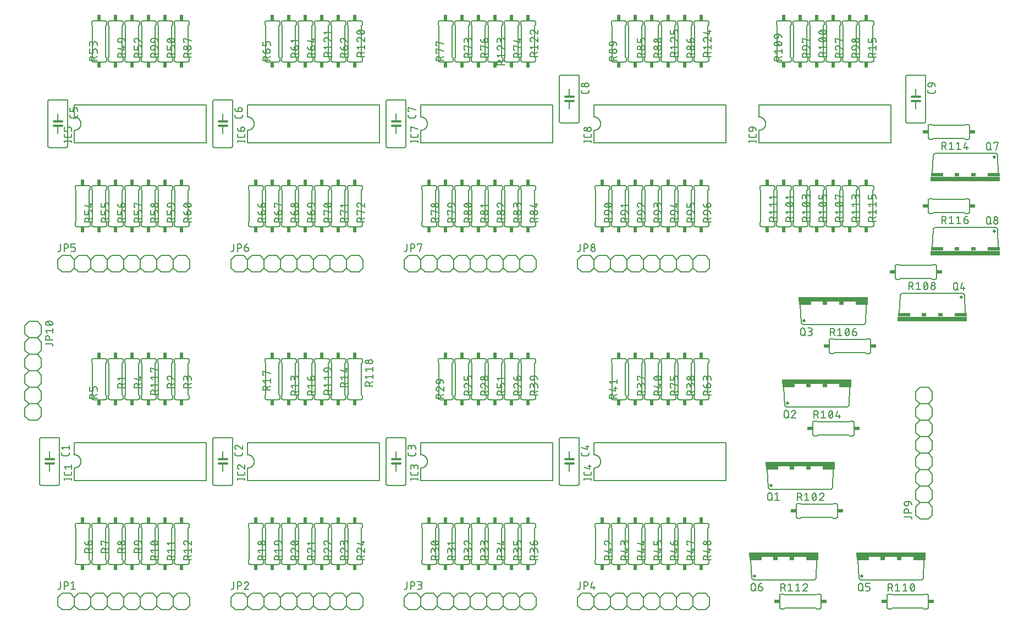
<source format=gbr>
G04 EAGLE Gerber RS-274X export*
G75*
%MOMM*%
%FSLAX34Y34*%
%LPD*%
%INSilkscreen Top*%
%IPPOS*%
%AMOC8*
5,1,8,0,0,1.08239X$1,22.5*%
G01*
%ADD10C,0.152400*%
%ADD11C,0.127000*%
%ADD12C,0.508000*%
%ADD13R,10.668000X0.762000*%
%ADD14R,1.905000X0.508000*%
%ADD15R,0.762000X0.508000*%
%ADD16R,0.609600X0.863600*%
%ADD17R,0.863600X0.609600*%
%ADD18C,0.304800*%


D10*
X292100Y295910D02*
X88900Y295910D01*
X88900Y237490D02*
X292100Y237490D01*
X292100Y295910D01*
X88900Y295910D02*
X88900Y276860D01*
X88900Y256540D02*
X88900Y237490D01*
X88900Y256540D02*
X89147Y256543D01*
X89395Y256552D01*
X89642Y256567D01*
X89888Y256588D01*
X90134Y256615D01*
X90379Y256648D01*
X90624Y256687D01*
X90867Y256732D01*
X91109Y256783D01*
X91350Y256840D01*
X91589Y256902D01*
X91827Y256971D01*
X92063Y257045D01*
X92297Y257125D01*
X92529Y257210D01*
X92759Y257302D01*
X92987Y257398D01*
X93212Y257501D01*
X93435Y257608D01*
X93655Y257722D01*
X93872Y257840D01*
X94087Y257964D01*
X94298Y258093D01*
X94506Y258227D01*
X94711Y258366D01*
X94912Y258510D01*
X95110Y258658D01*
X95304Y258812D01*
X95494Y258970D01*
X95680Y259133D01*
X95862Y259300D01*
X96040Y259472D01*
X96214Y259648D01*
X96384Y259828D01*
X96549Y260013D01*
X96709Y260201D01*
X96865Y260393D01*
X97017Y260589D01*
X97163Y260788D01*
X97305Y260991D01*
X97441Y261198D01*
X97573Y261407D01*
X97699Y261620D01*
X97820Y261836D01*
X97936Y262054D01*
X98046Y262276D01*
X98151Y262500D01*
X98251Y262726D01*
X98345Y262955D01*
X98433Y263186D01*
X98516Y263420D01*
X98593Y263655D01*
X98664Y263892D01*
X98730Y264130D01*
X98789Y264370D01*
X98843Y264612D01*
X98891Y264855D01*
X98933Y265098D01*
X98969Y265343D01*
X98999Y265589D01*
X99023Y265835D01*
X99041Y266082D01*
X99053Y266329D01*
X99059Y266576D01*
X99059Y266824D01*
X99053Y267071D01*
X99041Y267318D01*
X99023Y267565D01*
X98999Y267811D01*
X98969Y268057D01*
X98933Y268302D01*
X98891Y268545D01*
X98843Y268788D01*
X98789Y269030D01*
X98730Y269270D01*
X98664Y269508D01*
X98593Y269745D01*
X98516Y269980D01*
X98433Y270214D01*
X98345Y270445D01*
X98251Y270674D01*
X98151Y270900D01*
X98046Y271124D01*
X97936Y271346D01*
X97820Y271564D01*
X97699Y271780D01*
X97573Y271993D01*
X97441Y272202D01*
X97305Y272409D01*
X97163Y272612D01*
X97017Y272811D01*
X96865Y273007D01*
X96709Y273199D01*
X96549Y273387D01*
X96384Y273572D01*
X96214Y273752D01*
X96040Y273928D01*
X95862Y274100D01*
X95680Y274267D01*
X95494Y274430D01*
X95304Y274588D01*
X95110Y274742D01*
X94912Y274890D01*
X94711Y275034D01*
X94506Y275173D01*
X94298Y275307D01*
X94087Y275436D01*
X93872Y275560D01*
X93655Y275678D01*
X93435Y275792D01*
X93212Y275899D01*
X92987Y276002D01*
X92759Y276098D01*
X92529Y276190D01*
X92297Y276275D01*
X92063Y276355D01*
X91827Y276429D01*
X91589Y276498D01*
X91350Y276560D01*
X91109Y276617D01*
X90867Y276668D01*
X90624Y276713D01*
X90379Y276752D01*
X90134Y276785D01*
X89888Y276812D01*
X89642Y276833D01*
X89395Y276848D01*
X89147Y276857D01*
X88900Y276860D01*
D11*
X84455Y239395D02*
X73025Y239395D01*
X84455Y238125D02*
X84455Y240665D01*
X73025Y240665D02*
X73025Y238125D01*
X84455Y247867D02*
X84455Y250407D01*
X84455Y247867D02*
X84453Y247767D01*
X84447Y247668D01*
X84437Y247568D01*
X84424Y247470D01*
X84406Y247371D01*
X84385Y247274D01*
X84360Y247178D01*
X84331Y247082D01*
X84298Y246988D01*
X84262Y246895D01*
X84222Y246804D01*
X84178Y246714D01*
X84131Y246626D01*
X84081Y246540D01*
X84027Y246456D01*
X83970Y246374D01*
X83910Y246295D01*
X83846Y246217D01*
X83780Y246143D01*
X83711Y246071D01*
X83639Y246002D01*
X83565Y245936D01*
X83487Y245872D01*
X83408Y245812D01*
X83326Y245755D01*
X83242Y245701D01*
X83156Y245651D01*
X83068Y245604D01*
X82978Y245560D01*
X82887Y245520D01*
X82794Y245484D01*
X82700Y245451D01*
X82604Y245422D01*
X82508Y245397D01*
X82411Y245376D01*
X82312Y245358D01*
X82214Y245345D01*
X82114Y245335D01*
X82015Y245329D01*
X81915Y245327D01*
X75565Y245327D01*
X75465Y245329D01*
X75366Y245335D01*
X75266Y245345D01*
X75168Y245358D01*
X75069Y245376D01*
X74972Y245397D01*
X74876Y245422D01*
X74780Y245451D01*
X74686Y245484D01*
X74593Y245520D01*
X74502Y245560D01*
X74412Y245604D01*
X74324Y245651D01*
X74238Y245701D01*
X74154Y245755D01*
X74072Y245812D01*
X73993Y245872D01*
X73915Y245936D01*
X73841Y246002D01*
X73769Y246071D01*
X73700Y246143D01*
X73634Y246217D01*
X73570Y246295D01*
X73510Y246374D01*
X73453Y246456D01*
X73399Y246540D01*
X73349Y246626D01*
X73302Y246714D01*
X73258Y246804D01*
X73218Y246895D01*
X73182Y246988D01*
X73149Y247082D01*
X73120Y247178D01*
X73095Y247274D01*
X73074Y247371D01*
X73056Y247470D01*
X73043Y247568D01*
X73033Y247668D01*
X73027Y247767D01*
X73025Y247867D01*
X73025Y250407D01*
X75565Y254889D02*
X73025Y258064D01*
X84455Y258064D01*
X84455Y254889D02*
X84455Y261239D01*
D10*
X355600Y295910D02*
X558800Y295910D01*
X558800Y237490D02*
X355600Y237490D01*
X558800Y237490D02*
X558800Y295910D01*
X355600Y295910D02*
X355600Y276860D01*
X355600Y256540D02*
X355600Y237490D01*
X355600Y256540D02*
X355847Y256543D01*
X356095Y256552D01*
X356342Y256567D01*
X356588Y256588D01*
X356834Y256615D01*
X357079Y256648D01*
X357324Y256687D01*
X357567Y256732D01*
X357809Y256783D01*
X358050Y256840D01*
X358289Y256902D01*
X358527Y256971D01*
X358763Y257045D01*
X358997Y257125D01*
X359229Y257210D01*
X359459Y257302D01*
X359687Y257398D01*
X359912Y257501D01*
X360135Y257608D01*
X360355Y257722D01*
X360572Y257840D01*
X360787Y257964D01*
X360998Y258093D01*
X361206Y258227D01*
X361411Y258366D01*
X361612Y258510D01*
X361810Y258658D01*
X362004Y258812D01*
X362194Y258970D01*
X362380Y259133D01*
X362562Y259300D01*
X362740Y259472D01*
X362914Y259648D01*
X363084Y259828D01*
X363249Y260013D01*
X363409Y260201D01*
X363565Y260393D01*
X363717Y260589D01*
X363863Y260788D01*
X364005Y260991D01*
X364141Y261198D01*
X364273Y261407D01*
X364399Y261620D01*
X364520Y261836D01*
X364636Y262054D01*
X364746Y262276D01*
X364851Y262500D01*
X364951Y262726D01*
X365045Y262955D01*
X365133Y263186D01*
X365216Y263420D01*
X365293Y263655D01*
X365364Y263892D01*
X365430Y264130D01*
X365489Y264370D01*
X365543Y264612D01*
X365591Y264855D01*
X365633Y265098D01*
X365669Y265343D01*
X365699Y265589D01*
X365723Y265835D01*
X365741Y266082D01*
X365753Y266329D01*
X365759Y266576D01*
X365759Y266824D01*
X365753Y267071D01*
X365741Y267318D01*
X365723Y267565D01*
X365699Y267811D01*
X365669Y268057D01*
X365633Y268302D01*
X365591Y268545D01*
X365543Y268788D01*
X365489Y269030D01*
X365430Y269270D01*
X365364Y269508D01*
X365293Y269745D01*
X365216Y269980D01*
X365133Y270214D01*
X365045Y270445D01*
X364951Y270674D01*
X364851Y270900D01*
X364746Y271124D01*
X364636Y271346D01*
X364520Y271564D01*
X364399Y271780D01*
X364273Y271993D01*
X364141Y272202D01*
X364005Y272409D01*
X363863Y272612D01*
X363717Y272811D01*
X363565Y273007D01*
X363409Y273199D01*
X363249Y273387D01*
X363084Y273572D01*
X362914Y273752D01*
X362740Y273928D01*
X362562Y274100D01*
X362380Y274267D01*
X362194Y274430D01*
X362004Y274588D01*
X361810Y274742D01*
X361612Y274890D01*
X361411Y275034D01*
X361206Y275173D01*
X360998Y275307D01*
X360787Y275436D01*
X360572Y275560D01*
X360355Y275678D01*
X360135Y275792D01*
X359912Y275899D01*
X359687Y276002D01*
X359459Y276098D01*
X359229Y276190D01*
X358997Y276275D01*
X358763Y276355D01*
X358527Y276429D01*
X358289Y276498D01*
X358050Y276560D01*
X357809Y276617D01*
X357567Y276668D01*
X357324Y276713D01*
X357079Y276752D01*
X356834Y276785D01*
X356588Y276812D01*
X356342Y276833D01*
X356095Y276848D01*
X355847Y276857D01*
X355600Y276860D01*
D11*
X351155Y239395D02*
X339725Y239395D01*
X351155Y238125D02*
X351155Y240665D01*
X339725Y240665D02*
X339725Y238125D01*
X351155Y247867D02*
X351155Y250407D01*
X351155Y247867D02*
X351153Y247767D01*
X351147Y247668D01*
X351137Y247568D01*
X351124Y247470D01*
X351106Y247371D01*
X351085Y247274D01*
X351060Y247178D01*
X351031Y247082D01*
X350998Y246988D01*
X350962Y246895D01*
X350922Y246804D01*
X350878Y246714D01*
X350831Y246626D01*
X350781Y246540D01*
X350727Y246456D01*
X350670Y246374D01*
X350610Y246295D01*
X350546Y246217D01*
X350480Y246143D01*
X350411Y246071D01*
X350339Y246002D01*
X350265Y245936D01*
X350187Y245872D01*
X350108Y245812D01*
X350026Y245755D01*
X349942Y245701D01*
X349856Y245651D01*
X349768Y245604D01*
X349678Y245560D01*
X349587Y245520D01*
X349494Y245484D01*
X349400Y245451D01*
X349304Y245422D01*
X349208Y245397D01*
X349111Y245376D01*
X349012Y245358D01*
X348914Y245345D01*
X348814Y245335D01*
X348715Y245329D01*
X348615Y245327D01*
X342265Y245327D01*
X342165Y245329D01*
X342066Y245335D01*
X341966Y245345D01*
X341868Y245358D01*
X341769Y245376D01*
X341672Y245397D01*
X341576Y245422D01*
X341480Y245451D01*
X341386Y245484D01*
X341293Y245520D01*
X341202Y245560D01*
X341112Y245604D01*
X341024Y245651D01*
X340938Y245701D01*
X340854Y245755D01*
X340772Y245812D01*
X340693Y245872D01*
X340615Y245936D01*
X340541Y246002D01*
X340469Y246071D01*
X340400Y246143D01*
X340334Y246217D01*
X340270Y246295D01*
X340210Y246374D01*
X340153Y246456D01*
X340099Y246540D01*
X340049Y246626D01*
X340002Y246714D01*
X339958Y246804D01*
X339918Y246895D01*
X339882Y246988D01*
X339849Y247082D01*
X339820Y247178D01*
X339795Y247274D01*
X339774Y247371D01*
X339756Y247470D01*
X339743Y247568D01*
X339733Y247668D01*
X339727Y247767D01*
X339725Y247867D01*
X339725Y250407D01*
X339725Y258381D02*
X339727Y258485D01*
X339733Y258590D01*
X339742Y258694D01*
X339755Y258797D01*
X339773Y258900D01*
X339793Y259002D01*
X339818Y259104D01*
X339846Y259204D01*
X339878Y259304D01*
X339914Y259402D01*
X339953Y259499D01*
X339995Y259594D01*
X340041Y259688D01*
X340091Y259780D01*
X340143Y259870D01*
X340199Y259958D01*
X340259Y260044D01*
X340321Y260128D01*
X340386Y260209D01*
X340454Y260288D01*
X340526Y260365D01*
X340599Y260438D01*
X340676Y260510D01*
X340755Y260578D01*
X340836Y260643D01*
X340920Y260705D01*
X341006Y260765D01*
X341094Y260821D01*
X341184Y260873D01*
X341276Y260923D01*
X341370Y260969D01*
X341465Y261011D01*
X341562Y261050D01*
X341660Y261086D01*
X341760Y261118D01*
X341860Y261146D01*
X341962Y261171D01*
X342064Y261191D01*
X342167Y261209D01*
X342270Y261222D01*
X342374Y261231D01*
X342479Y261237D01*
X342583Y261239D01*
X339725Y258381D02*
X339727Y258263D01*
X339733Y258144D01*
X339742Y258026D01*
X339755Y257909D01*
X339773Y257792D01*
X339793Y257675D01*
X339818Y257559D01*
X339846Y257444D01*
X339879Y257331D01*
X339914Y257218D01*
X339954Y257106D01*
X339996Y256996D01*
X340043Y256887D01*
X340093Y256779D01*
X340146Y256674D01*
X340203Y256570D01*
X340263Y256468D01*
X340326Y256368D01*
X340393Y256270D01*
X340462Y256174D01*
X340535Y256081D01*
X340611Y255990D01*
X340689Y255901D01*
X340771Y255815D01*
X340855Y255732D01*
X340941Y255651D01*
X341031Y255574D01*
X341122Y255499D01*
X341216Y255427D01*
X341313Y255358D01*
X341411Y255293D01*
X341512Y255230D01*
X341615Y255171D01*
X341719Y255115D01*
X341825Y255063D01*
X341933Y255014D01*
X342042Y254969D01*
X342153Y254927D01*
X342265Y254889D01*
X344805Y260287D02*
X344730Y260363D01*
X344651Y260438D01*
X344570Y260509D01*
X344486Y260578D01*
X344400Y260643D01*
X344312Y260705D01*
X344222Y260765D01*
X344130Y260821D01*
X344035Y260874D01*
X343939Y260923D01*
X343841Y260969D01*
X343742Y261012D01*
X343641Y261051D01*
X343539Y261086D01*
X343436Y261118D01*
X343332Y261146D01*
X343227Y261171D01*
X343120Y261192D01*
X343014Y261209D01*
X342907Y261222D01*
X342799Y261231D01*
X342691Y261237D01*
X342583Y261239D01*
X344805Y260286D02*
X351155Y254889D01*
X351155Y261239D01*
D10*
X622300Y295910D02*
X825500Y295910D01*
X825500Y237490D02*
X622300Y237490D01*
X825500Y237490D02*
X825500Y295910D01*
X622300Y295910D02*
X622300Y276860D01*
X622300Y256540D02*
X622300Y237490D01*
X622300Y256540D02*
X622547Y256543D01*
X622795Y256552D01*
X623042Y256567D01*
X623288Y256588D01*
X623534Y256615D01*
X623779Y256648D01*
X624024Y256687D01*
X624267Y256732D01*
X624509Y256783D01*
X624750Y256840D01*
X624989Y256902D01*
X625227Y256971D01*
X625463Y257045D01*
X625697Y257125D01*
X625929Y257210D01*
X626159Y257302D01*
X626387Y257398D01*
X626612Y257501D01*
X626835Y257608D01*
X627055Y257722D01*
X627272Y257840D01*
X627487Y257964D01*
X627698Y258093D01*
X627906Y258227D01*
X628111Y258366D01*
X628312Y258510D01*
X628510Y258658D01*
X628704Y258812D01*
X628894Y258970D01*
X629080Y259133D01*
X629262Y259300D01*
X629440Y259472D01*
X629614Y259648D01*
X629784Y259828D01*
X629949Y260013D01*
X630109Y260201D01*
X630265Y260393D01*
X630417Y260589D01*
X630563Y260788D01*
X630705Y260991D01*
X630841Y261198D01*
X630973Y261407D01*
X631099Y261620D01*
X631220Y261836D01*
X631336Y262054D01*
X631446Y262276D01*
X631551Y262500D01*
X631651Y262726D01*
X631745Y262955D01*
X631833Y263186D01*
X631916Y263420D01*
X631993Y263655D01*
X632064Y263892D01*
X632130Y264130D01*
X632189Y264370D01*
X632243Y264612D01*
X632291Y264855D01*
X632333Y265098D01*
X632369Y265343D01*
X632399Y265589D01*
X632423Y265835D01*
X632441Y266082D01*
X632453Y266329D01*
X632459Y266576D01*
X632459Y266824D01*
X632453Y267071D01*
X632441Y267318D01*
X632423Y267565D01*
X632399Y267811D01*
X632369Y268057D01*
X632333Y268302D01*
X632291Y268545D01*
X632243Y268788D01*
X632189Y269030D01*
X632130Y269270D01*
X632064Y269508D01*
X631993Y269745D01*
X631916Y269980D01*
X631833Y270214D01*
X631745Y270445D01*
X631651Y270674D01*
X631551Y270900D01*
X631446Y271124D01*
X631336Y271346D01*
X631220Y271564D01*
X631099Y271780D01*
X630973Y271993D01*
X630841Y272202D01*
X630705Y272409D01*
X630563Y272612D01*
X630417Y272811D01*
X630265Y273007D01*
X630109Y273199D01*
X629949Y273387D01*
X629784Y273572D01*
X629614Y273752D01*
X629440Y273928D01*
X629262Y274100D01*
X629080Y274267D01*
X628894Y274430D01*
X628704Y274588D01*
X628510Y274742D01*
X628312Y274890D01*
X628111Y275034D01*
X627906Y275173D01*
X627698Y275307D01*
X627487Y275436D01*
X627272Y275560D01*
X627055Y275678D01*
X626835Y275792D01*
X626612Y275899D01*
X626387Y276002D01*
X626159Y276098D01*
X625929Y276190D01*
X625697Y276275D01*
X625463Y276355D01*
X625227Y276429D01*
X624989Y276498D01*
X624750Y276560D01*
X624509Y276617D01*
X624267Y276668D01*
X624024Y276713D01*
X623779Y276752D01*
X623534Y276785D01*
X623288Y276812D01*
X623042Y276833D01*
X622795Y276848D01*
X622547Y276857D01*
X622300Y276860D01*
D11*
X617855Y239395D02*
X606425Y239395D01*
X617855Y238125D02*
X617855Y240665D01*
X606425Y240665D02*
X606425Y238125D01*
X617855Y247867D02*
X617855Y250407D01*
X617855Y247867D02*
X617853Y247767D01*
X617847Y247668D01*
X617837Y247568D01*
X617824Y247470D01*
X617806Y247371D01*
X617785Y247274D01*
X617760Y247178D01*
X617731Y247082D01*
X617698Y246988D01*
X617662Y246895D01*
X617622Y246804D01*
X617578Y246714D01*
X617531Y246626D01*
X617481Y246540D01*
X617427Y246456D01*
X617370Y246374D01*
X617310Y246295D01*
X617246Y246217D01*
X617180Y246143D01*
X617111Y246071D01*
X617039Y246002D01*
X616965Y245936D01*
X616887Y245872D01*
X616808Y245812D01*
X616726Y245755D01*
X616642Y245701D01*
X616556Y245651D01*
X616468Y245604D01*
X616378Y245560D01*
X616287Y245520D01*
X616194Y245484D01*
X616100Y245451D01*
X616004Y245422D01*
X615908Y245397D01*
X615811Y245376D01*
X615712Y245358D01*
X615614Y245345D01*
X615514Y245335D01*
X615415Y245329D01*
X615315Y245327D01*
X608965Y245327D01*
X608865Y245329D01*
X608766Y245335D01*
X608666Y245345D01*
X608568Y245358D01*
X608469Y245376D01*
X608372Y245397D01*
X608276Y245422D01*
X608180Y245451D01*
X608086Y245484D01*
X607993Y245520D01*
X607902Y245560D01*
X607812Y245604D01*
X607724Y245651D01*
X607638Y245701D01*
X607554Y245755D01*
X607472Y245812D01*
X607393Y245872D01*
X607315Y245936D01*
X607241Y246002D01*
X607169Y246071D01*
X607100Y246143D01*
X607034Y246217D01*
X606970Y246295D01*
X606910Y246374D01*
X606853Y246456D01*
X606799Y246540D01*
X606749Y246626D01*
X606702Y246714D01*
X606658Y246804D01*
X606618Y246895D01*
X606582Y246988D01*
X606549Y247082D01*
X606520Y247178D01*
X606495Y247274D01*
X606474Y247371D01*
X606456Y247470D01*
X606443Y247568D01*
X606433Y247668D01*
X606427Y247767D01*
X606425Y247867D01*
X606425Y250407D01*
X617855Y254889D02*
X617855Y258064D01*
X617853Y258175D01*
X617847Y258285D01*
X617838Y258396D01*
X617824Y258506D01*
X617807Y258615D01*
X617786Y258724D01*
X617761Y258832D01*
X617732Y258939D01*
X617700Y259045D01*
X617664Y259150D01*
X617624Y259253D01*
X617581Y259355D01*
X617534Y259456D01*
X617483Y259555D01*
X617430Y259652D01*
X617373Y259746D01*
X617312Y259839D01*
X617249Y259930D01*
X617182Y260019D01*
X617112Y260105D01*
X617039Y260188D01*
X616964Y260270D01*
X616886Y260348D01*
X616804Y260423D01*
X616721Y260496D01*
X616635Y260566D01*
X616546Y260633D01*
X616455Y260696D01*
X616362Y260757D01*
X616268Y260814D01*
X616171Y260867D01*
X616072Y260918D01*
X615971Y260965D01*
X615869Y261008D01*
X615766Y261048D01*
X615661Y261084D01*
X615555Y261116D01*
X615448Y261145D01*
X615340Y261170D01*
X615231Y261191D01*
X615122Y261208D01*
X615012Y261222D01*
X614901Y261231D01*
X614791Y261237D01*
X614680Y261239D01*
X614569Y261237D01*
X614459Y261231D01*
X614348Y261222D01*
X614238Y261208D01*
X614129Y261191D01*
X614020Y261170D01*
X613912Y261145D01*
X613805Y261116D01*
X613699Y261084D01*
X613594Y261048D01*
X613491Y261008D01*
X613389Y260965D01*
X613288Y260918D01*
X613189Y260867D01*
X613093Y260814D01*
X612998Y260757D01*
X612905Y260696D01*
X612814Y260633D01*
X612725Y260566D01*
X612639Y260496D01*
X612556Y260423D01*
X612474Y260348D01*
X612396Y260270D01*
X612321Y260188D01*
X612248Y260105D01*
X612178Y260019D01*
X612111Y259930D01*
X612048Y259839D01*
X611987Y259746D01*
X611930Y259652D01*
X611877Y259555D01*
X611826Y259456D01*
X611779Y259355D01*
X611736Y259253D01*
X611696Y259150D01*
X611660Y259045D01*
X611628Y258939D01*
X611599Y258832D01*
X611574Y258724D01*
X611553Y258615D01*
X611536Y258506D01*
X611522Y258396D01*
X611513Y258285D01*
X611507Y258175D01*
X611505Y258064D01*
X606425Y258699D02*
X606425Y254889D01*
X606425Y258699D02*
X606427Y258799D01*
X606433Y258898D01*
X606443Y258998D01*
X606456Y259096D01*
X606474Y259195D01*
X606495Y259292D01*
X606520Y259388D01*
X606549Y259484D01*
X606582Y259578D01*
X606618Y259671D01*
X606658Y259762D01*
X606702Y259852D01*
X606749Y259940D01*
X606799Y260026D01*
X606853Y260110D01*
X606910Y260192D01*
X606970Y260271D01*
X607034Y260349D01*
X607100Y260423D01*
X607169Y260495D01*
X607241Y260564D01*
X607315Y260630D01*
X607393Y260694D01*
X607472Y260754D01*
X607554Y260811D01*
X607638Y260865D01*
X607724Y260915D01*
X607812Y260962D01*
X607902Y261006D01*
X607993Y261046D01*
X608086Y261082D01*
X608180Y261115D01*
X608276Y261144D01*
X608372Y261169D01*
X608469Y261190D01*
X608568Y261208D01*
X608666Y261221D01*
X608766Y261231D01*
X608865Y261237D01*
X608965Y261239D01*
X609065Y261237D01*
X609164Y261231D01*
X609264Y261221D01*
X609362Y261208D01*
X609461Y261190D01*
X609558Y261169D01*
X609654Y261144D01*
X609750Y261115D01*
X609844Y261082D01*
X609937Y261046D01*
X610028Y261006D01*
X610118Y260962D01*
X610206Y260915D01*
X610292Y260865D01*
X610376Y260811D01*
X610458Y260754D01*
X610537Y260694D01*
X610615Y260630D01*
X610689Y260564D01*
X610761Y260495D01*
X610830Y260423D01*
X610896Y260349D01*
X610960Y260271D01*
X611020Y260192D01*
X611077Y260110D01*
X611131Y260026D01*
X611181Y259940D01*
X611228Y259852D01*
X611272Y259762D01*
X611312Y259671D01*
X611348Y259578D01*
X611381Y259484D01*
X611410Y259388D01*
X611435Y259292D01*
X611456Y259195D01*
X611474Y259096D01*
X611487Y258998D01*
X611497Y258898D01*
X611503Y258799D01*
X611505Y258699D01*
X611505Y256159D01*
D10*
X889000Y295910D02*
X1092200Y295910D01*
X1092200Y237490D02*
X889000Y237490D01*
X1092200Y237490D02*
X1092200Y295910D01*
X889000Y295910D02*
X889000Y276860D01*
X889000Y256540D02*
X889000Y237490D01*
X889000Y256540D02*
X889247Y256543D01*
X889495Y256552D01*
X889742Y256567D01*
X889988Y256588D01*
X890234Y256615D01*
X890479Y256648D01*
X890724Y256687D01*
X890967Y256732D01*
X891209Y256783D01*
X891450Y256840D01*
X891689Y256902D01*
X891927Y256971D01*
X892163Y257045D01*
X892397Y257125D01*
X892629Y257210D01*
X892859Y257302D01*
X893087Y257398D01*
X893312Y257501D01*
X893535Y257608D01*
X893755Y257722D01*
X893972Y257840D01*
X894187Y257964D01*
X894398Y258093D01*
X894606Y258227D01*
X894811Y258366D01*
X895012Y258510D01*
X895210Y258658D01*
X895404Y258812D01*
X895594Y258970D01*
X895780Y259133D01*
X895962Y259300D01*
X896140Y259472D01*
X896314Y259648D01*
X896484Y259828D01*
X896649Y260013D01*
X896809Y260201D01*
X896965Y260393D01*
X897117Y260589D01*
X897263Y260788D01*
X897405Y260991D01*
X897541Y261198D01*
X897673Y261407D01*
X897799Y261620D01*
X897920Y261836D01*
X898036Y262054D01*
X898146Y262276D01*
X898251Y262500D01*
X898351Y262726D01*
X898445Y262955D01*
X898533Y263186D01*
X898616Y263420D01*
X898693Y263655D01*
X898764Y263892D01*
X898830Y264130D01*
X898889Y264370D01*
X898943Y264612D01*
X898991Y264855D01*
X899033Y265098D01*
X899069Y265343D01*
X899099Y265589D01*
X899123Y265835D01*
X899141Y266082D01*
X899153Y266329D01*
X899159Y266576D01*
X899159Y266824D01*
X899153Y267071D01*
X899141Y267318D01*
X899123Y267565D01*
X899099Y267811D01*
X899069Y268057D01*
X899033Y268302D01*
X898991Y268545D01*
X898943Y268788D01*
X898889Y269030D01*
X898830Y269270D01*
X898764Y269508D01*
X898693Y269745D01*
X898616Y269980D01*
X898533Y270214D01*
X898445Y270445D01*
X898351Y270674D01*
X898251Y270900D01*
X898146Y271124D01*
X898036Y271346D01*
X897920Y271564D01*
X897799Y271780D01*
X897673Y271993D01*
X897541Y272202D01*
X897405Y272409D01*
X897263Y272612D01*
X897117Y272811D01*
X896965Y273007D01*
X896809Y273199D01*
X896649Y273387D01*
X896484Y273572D01*
X896314Y273752D01*
X896140Y273928D01*
X895962Y274100D01*
X895780Y274267D01*
X895594Y274430D01*
X895404Y274588D01*
X895210Y274742D01*
X895012Y274890D01*
X894811Y275034D01*
X894606Y275173D01*
X894398Y275307D01*
X894187Y275436D01*
X893972Y275560D01*
X893755Y275678D01*
X893535Y275792D01*
X893312Y275899D01*
X893087Y276002D01*
X892859Y276098D01*
X892629Y276190D01*
X892397Y276275D01*
X892163Y276355D01*
X891927Y276429D01*
X891689Y276498D01*
X891450Y276560D01*
X891209Y276617D01*
X890967Y276668D01*
X890724Y276713D01*
X890479Y276752D01*
X890234Y276785D01*
X889988Y276812D01*
X889742Y276833D01*
X889495Y276848D01*
X889247Y276857D01*
X889000Y276860D01*
D11*
X884555Y239395D02*
X873125Y239395D01*
X884555Y238125D02*
X884555Y240665D01*
X873125Y240665D02*
X873125Y238125D01*
X884555Y247867D02*
X884555Y250407D01*
X884555Y247867D02*
X884553Y247767D01*
X884547Y247668D01*
X884537Y247568D01*
X884524Y247470D01*
X884506Y247371D01*
X884485Y247274D01*
X884460Y247178D01*
X884431Y247082D01*
X884398Y246988D01*
X884362Y246895D01*
X884322Y246804D01*
X884278Y246714D01*
X884231Y246626D01*
X884181Y246540D01*
X884127Y246456D01*
X884070Y246374D01*
X884010Y246295D01*
X883946Y246217D01*
X883880Y246143D01*
X883811Y246071D01*
X883739Y246002D01*
X883665Y245936D01*
X883587Y245872D01*
X883508Y245812D01*
X883426Y245755D01*
X883342Y245701D01*
X883256Y245651D01*
X883168Y245604D01*
X883078Y245560D01*
X882987Y245520D01*
X882894Y245484D01*
X882800Y245451D01*
X882704Y245422D01*
X882608Y245397D01*
X882511Y245376D01*
X882412Y245358D01*
X882314Y245345D01*
X882214Y245335D01*
X882115Y245329D01*
X882015Y245327D01*
X875665Y245327D01*
X875565Y245329D01*
X875466Y245335D01*
X875366Y245345D01*
X875268Y245358D01*
X875169Y245376D01*
X875072Y245397D01*
X874976Y245422D01*
X874880Y245451D01*
X874786Y245484D01*
X874693Y245520D01*
X874602Y245560D01*
X874512Y245604D01*
X874424Y245651D01*
X874338Y245701D01*
X874254Y245755D01*
X874172Y245812D01*
X874093Y245872D01*
X874015Y245936D01*
X873941Y246002D01*
X873869Y246071D01*
X873800Y246143D01*
X873734Y246217D01*
X873670Y246295D01*
X873610Y246374D01*
X873553Y246456D01*
X873499Y246540D01*
X873449Y246626D01*
X873402Y246714D01*
X873358Y246804D01*
X873318Y246895D01*
X873282Y246988D01*
X873249Y247082D01*
X873220Y247178D01*
X873195Y247274D01*
X873174Y247371D01*
X873156Y247470D01*
X873143Y247568D01*
X873133Y247668D01*
X873127Y247767D01*
X873125Y247867D01*
X873125Y250407D01*
X873125Y257429D02*
X882015Y254889D01*
X882015Y261239D01*
X879475Y259334D02*
X884555Y259334D01*
D10*
X292100Y816610D02*
X88900Y816610D01*
X88900Y758190D02*
X292100Y758190D01*
X292100Y816610D01*
X88900Y816610D02*
X88900Y797560D01*
X88900Y777240D02*
X88900Y758190D01*
X88900Y777240D02*
X89147Y777243D01*
X89395Y777252D01*
X89642Y777267D01*
X89888Y777288D01*
X90134Y777315D01*
X90379Y777348D01*
X90624Y777387D01*
X90867Y777432D01*
X91109Y777483D01*
X91350Y777540D01*
X91589Y777602D01*
X91827Y777671D01*
X92063Y777745D01*
X92297Y777825D01*
X92529Y777910D01*
X92759Y778002D01*
X92987Y778098D01*
X93212Y778201D01*
X93435Y778308D01*
X93655Y778422D01*
X93872Y778540D01*
X94087Y778664D01*
X94298Y778793D01*
X94506Y778927D01*
X94711Y779066D01*
X94912Y779210D01*
X95110Y779358D01*
X95304Y779512D01*
X95494Y779670D01*
X95680Y779833D01*
X95862Y780000D01*
X96040Y780172D01*
X96214Y780348D01*
X96384Y780528D01*
X96549Y780713D01*
X96709Y780901D01*
X96865Y781093D01*
X97017Y781289D01*
X97163Y781488D01*
X97305Y781691D01*
X97441Y781898D01*
X97573Y782107D01*
X97699Y782320D01*
X97820Y782536D01*
X97936Y782754D01*
X98046Y782976D01*
X98151Y783200D01*
X98251Y783426D01*
X98345Y783655D01*
X98433Y783886D01*
X98516Y784120D01*
X98593Y784355D01*
X98664Y784592D01*
X98730Y784830D01*
X98789Y785070D01*
X98843Y785312D01*
X98891Y785555D01*
X98933Y785798D01*
X98969Y786043D01*
X98999Y786289D01*
X99023Y786535D01*
X99041Y786782D01*
X99053Y787029D01*
X99059Y787276D01*
X99059Y787524D01*
X99053Y787771D01*
X99041Y788018D01*
X99023Y788265D01*
X98999Y788511D01*
X98969Y788757D01*
X98933Y789002D01*
X98891Y789245D01*
X98843Y789488D01*
X98789Y789730D01*
X98730Y789970D01*
X98664Y790208D01*
X98593Y790445D01*
X98516Y790680D01*
X98433Y790914D01*
X98345Y791145D01*
X98251Y791374D01*
X98151Y791600D01*
X98046Y791824D01*
X97936Y792046D01*
X97820Y792264D01*
X97699Y792480D01*
X97573Y792693D01*
X97441Y792902D01*
X97305Y793109D01*
X97163Y793312D01*
X97017Y793511D01*
X96865Y793707D01*
X96709Y793899D01*
X96549Y794087D01*
X96384Y794272D01*
X96214Y794452D01*
X96040Y794628D01*
X95862Y794800D01*
X95680Y794967D01*
X95494Y795130D01*
X95304Y795288D01*
X95110Y795442D01*
X94912Y795590D01*
X94711Y795734D01*
X94506Y795873D01*
X94298Y796007D01*
X94087Y796136D01*
X93872Y796260D01*
X93655Y796378D01*
X93435Y796492D01*
X93212Y796599D01*
X92987Y796702D01*
X92759Y796798D01*
X92529Y796890D01*
X92297Y796975D01*
X92063Y797055D01*
X91827Y797129D01*
X91589Y797198D01*
X91350Y797260D01*
X91109Y797317D01*
X90867Y797368D01*
X90624Y797413D01*
X90379Y797452D01*
X90134Y797485D01*
X89888Y797512D01*
X89642Y797533D01*
X89395Y797548D01*
X89147Y797557D01*
X88900Y797560D01*
D11*
X84455Y760095D02*
X73025Y760095D01*
X84455Y758825D02*
X84455Y761365D01*
X73025Y761365D02*
X73025Y758825D01*
X84455Y768567D02*
X84455Y771107D01*
X84455Y768567D02*
X84453Y768467D01*
X84447Y768368D01*
X84437Y768268D01*
X84424Y768170D01*
X84406Y768071D01*
X84385Y767974D01*
X84360Y767878D01*
X84331Y767782D01*
X84298Y767688D01*
X84262Y767595D01*
X84222Y767504D01*
X84178Y767414D01*
X84131Y767326D01*
X84081Y767240D01*
X84027Y767156D01*
X83970Y767074D01*
X83910Y766995D01*
X83846Y766917D01*
X83780Y766843D01*
X83711Y766771D01*
X83639Y766702D01*
X83565Y766636D01*
X83487Y766572D01*
X83408Y766512D01*
X83326Y766455D01*
X83242Y766401D01*
X83156Y766351D01*
X83068Y766304D01*
X82978Y766260D01*
X82887Y766220D01*
X82794Y766184D01*
X82700Y766151D01*
X82604Y766122D01*
X82508Y766097D01*
X82411Y766076D01*
X82312Y766058D01*
X82214Y766045D01*
X82114Y766035D01*
X82015Y766029D01*
X81915Y766027D01*
X75565Y766027D01*
X75465Y766029D01*
X75366Y766035D01*
X75266Y766045D01*
X75168Y766058D01*
X75069Y766076D01*
X74972Y766097D01*
X74876Y766122D01*
X74780Y766151D01*
X74686Y766184D01*
X74593Y766220D01*
X74502Y766260D01*
X74412Y766304D01*
X74324Y766351D01*
X74238Y766401D01*
X74154Y766455D01*
X74072Y766512D01*
X73993Y766572D01*
X73915Y766636D01*
X73841Y766702D01*
X73769Y766771D01*
X73700Y766843D01*
X73634Y766917D01*
X73570Y766995D01*
X73510Y767074D01*
X73453Y767156D01*
X73399Y767240D01*
X73349Y767326D01*
X73302Y767414D01*
X73258Y767504D01*
X73218Y767595D01*
X73182Y767688D01*
X73149Y767782D01*
X73120Y767878D01*
X73095Y767974D01*
X73074Y768071D01*
X73056Y768170D01*
X73043Y768268D01*
X73033Y768368D01*
X73027Y768467D01*
X73025Y768567D01*
X73025Y771107D01*
X84455Y775589D02*
X84455Y779399D01*
X84453Y779499D01*
X84447Y779598D01*
X84437Y779698D01*
X84424Y779796D01*
X84406Y779895D01*
X84385Y779992D01*
X84360Y780088D01*
X84331Y780184D01*
X84298Y780278D01*
X84262Y780371D01*
X84222Y780462D01*
X84178Y780552D01*
X84131Y780640D01*
X84081Y780726D01*
X84027Y780810D01*
X83970Y780892D01*
X83910Y780971D01*
X83846Y781049D01*
X83780Y781123D01*
X83711Y781195D01*
X83639Y781264D01*
X83565Y781330D01*
X83487Y781394D01*
X83408Y781454D01*
X83326Y781511D01*
X83242Y781565D01*
X83156Y781615D01*
X83068Y781662D01*
X82978Y781706D01*
X82887Y781746D01*
X82794Y781782D01*
X82700Y781815D01*
X82604Y781844D01*
X82508Y781869D01*
X82411Y781890D01*
X82312Y781908D01*
X82214Y781921D01*
X82114Y781931D01*
X82015Y781937D01*
X81915Y781939D01*
X80645Y781939D01*
X80545Y781937D01*
X80446Y781931D01*
X80346Y781921D01*
X80248Y781908D01*
X80149Y781890D01*
X80052Y781869D01*
X79956Y781844D01*
X79860Y781815D01*
X79766Y781782D01*
X79673Y781746D01*
X79582Y781706D01*
X79492Y781662D01*
X79404Y781615D01*
X79318Y781565D01*
X79234Y781511D01*
X79152Y781454D01*
X79073Y781394D01*
X78995Y781330D01*
X78921Y781264D01*
X78849Y781195D01*
X78780Y781123D01*
X78714Y781049D01*
X78650Y780971D01*
X78590Y780892D01*
X78533Y780810D01*
X78479Y780726D01*
X78429Y780640D01*
X78382Y780552D01*
X78338Y780462D01*
X78298Y780371D01*
X78262Y780278D01*
X78229Y780184D01*
X78200Y780088D01*
X78175Y779992D01*
X78154Y779895D01*
X78136Y779796D01*
X78123Y779698D01*
X78113Y779598D01*
X78107Y779499D01*
X78105Y779399D01*
X78105Y775589D01*
X73025Y775589D01*
X73025Y781939D01*
D10*
X355600Y816610D02*
X558800Y816610D01*
X558800Y758190D02*
X355600Y758190D01*
X558800Y758190D02*
X558800Y816610D01*
X355600Y816610D02*
X355600Y797560D01*
X355600Y777240D02*
X355600Y758190D01*
X355600Y777240D02*
X355847Y777243D01*
X356095Y777252D01*
X356342Y777267D01*
X356588Y777288D01*
X356834Y777315D01*
X357079Y777348D01*
X357324Y777387D01*
X357567Y777432D01*
X357809Y777483D01*
X358050Y777540D01*
X358289Y777602D01*
X358527Y777671D01*
X358763Y777745D01*
X358997Y777825D01*
X359229Y777910D01*
X359459Y778002D01*
X359687Y778098D01*
X359912Y778201D01*
X360135Y778308D01*
X360355Y778422D01*
X360572Y778540D01*
X360787Y778664D01*
X360998Y778793D01*
X361206Y778927D01*
X361411Y779066D01*
X361612Y779210D01*
X361810Y779358D01*
X362004Y779512D01*
X362194Y779670D01*
X362380Y779833D01*
X362562Y780000D01*
X362740Y780172D01*
X362914Y780348D01*
X363084Y780528D01*
X363249Y780713D01*
X363409Y780901D01*
X363565Y781093D01*
X363717Y781289D01*
X363863Y781488D01*
X364005Y781691D01*
X364141Y781898D01*
X364273Y782107D01*
X364399Y782320D01*
X364520Y782536D01*
X364636Y782754D01*
X364746Y782976D01*
X364851Y783200D01*
X364951Y783426D01*
X365045Y783655D01*
X365133Y783886D01*
X365216Y784120D01*
X365293Y784355D01*
X365364Y784592D01*
X365430Y784830D01*
X365489Y785070D01*
X365543Y785312D01*
X365591Y785555D01*
X365633Y785798D01*
X365669Y786043D01*
X365699Y786289D01*
X365723Y786535D01*
X365741Y786782D01*
X365753Y787029D01*
X365759Y787276D01*
X365759Y787524D01*
X365753Y787771D01*
X365741Y788018D01*
X365723Y788265D01*
X365699Y788511D01*
X365669Y788757D01*
X365633Y789002D01*
X365591Y789245D01*
X365543Y789488D01*
X365489Y789730D01*
X365430Y789970D01*
X365364Y790208D01*
X365293Y790445D01*
X365216Y790680D01*
X365133Y790914D01*
X365045Y791145D01*
X364951Y791374D01*
X364851Y791600D01*
X364746Y791824D01*
X364636Y792046D01*
X364520Y792264D01*
X364399Y792480D01*
X364273Y792693D01*
X364141Y792902D01*
X364005Y793109D01*
X363863Y793312D01*
X363717Y793511D01*
X363565Y793707D01*
X363409Y793899D01*
X363249Y794087D01*
X363084Y794272D01*
X362914Y794452D01*
X362740Y794628D01*
X362562Y794800D01*
X362380Y794967D01*
X362194Y795130D01*
X362004Y795288D01*
X361810Y795442D01*
X361612Y795590D01*
X361411Y795734D01*
X361206Y795873D01*
X360998Y796007D01*
X360787Y796136D01*
X360572Y796260D01*
X360355Y796378D01*
X360135Y796492D01*
X359912Y796599D01*
X359687Y796702D01*
X359459Y796798D01*
X359229Y796890D01*
X358997Y796975D01*
X358763Y797055D01*
X358527Y797129D01*
X358289Y797198D01*
X358050Y797260D01*
X357809Y797317D01*
X357567Y797368D01*
X357324Y797413D01*
X357079Y797452D01*
X356834Y797485D01*
X356588Y797512D01*
X356342Y797533D01*
X356095Y797548D01*
X355847Y797557D01*
X355600Y797560D01*
D11*
X351155Y760095D02*
X339725Y760095D01*
X351155Y758825D02*
X351155Y761365D01*
X339725Y761365D02*
X339725Y758825D01*
X351155Y768567D02*
X351155Y771107D01*
X351155Y768567D02*
X351153Y768467D01*
X351147Y768368D01*
X351137Y768268D01*
X351124Y768170D01*
X351106Y768071D01*
X351085Y767974D01*
X351060Y767878D01*
X351031Y767782D01*
X350998Y767688D01*
X350962Y767595D01*
X350922Y767504D01*
X350878Y767414D01*
X350831Y767326D01*
X350781Y767240D01*
X350727Y767156D01*
X350670Y767074D01*
X350610Y766995D01*
X350546Y766917D01*
X350480Y766843D01*
X350411Y766771D01*
X350339Y766702D01*
X350265Y766636D01*
X350187Y766572D01*
X350108Y766512D01*
X350026Y766455D01*
X349942Y766401D01*
X349856Y766351D01*
X349768Y766304D01*
X349678Y766260D01*
X349587Y766220D01*
X349494Y766184D01*
X349400Y766151D01*
X349304Y766122D01*
X349208Y766097D01*
X349111Y766076D01*
X349012Y766058D01*
X348914Y766045D01*
X348814Y766035D01*
X348715Y766029D01*
X348615Y766027D01*
X342265Y766027D01*
X342165Y766029D01*
X342066Y766035D01*
X341966Y766045D01*
X341868Y766058D01*
X341769Y766076D01*
X341672Y766097D01*
X341576Y766122D01*
X341480Y766151D01*
X341386Y766184D01*
X341293Y766220D01*
X341202Y766260D01*
X341112Y766304D01*
X341024Y766351D01*
X340938Y766401D01*
X340854Y766455D01*
X340772Y766512D01*
X340693Y766572D01*
X340615Y766636D01*
X340541Y766702D01*
X340469Y766771D01*
X340400Y766843D01*
X340334Y766917D01*
X340270Y766995D01*
X340210Y767074D01*
X340153Y767156D01*
X340099Y767240D01*
X340049Y767326D01*
X340002Y767414D01*
X339958Y767504D01*
X339918Y767595D01*
X339882Y767688D01*
X339849Y767782D01*
X339820Y767878D01*
X339795Y767974D01*
X339774Y768071D01*
X339756Y768170D01*
X339743Y768268D01*
X339733Y768368D01*
X339727Y768467D01*
X339725Y768567D01*
X339725Y771107D01*
X344805Y775589D02*
X344805Y779399D01*
X344807Y779499D01*
X344813Y779598D01*
X344823Y779698D01*
X344836Y779796D01*
X344854Y779895D01*
X344875Y779992D01*
X344900Y780088D01*
X344929Y780184D01*
X344962Y780278D01*
X344998Y780371D01*
X345038Y780462D01*
X345082Y780552D01*
X345129Y780640D01*
X345179Y780726D01*
X345233Y780810D01*
X345290Y780892D01*
X345350Y780971D01*
X345414Y781049D01*
X345480Y781123D01*
X345549Y781195D01*
X345621Y781264D01*
X345695Y781330D01*
X345773Y781394D01*
X345852Y781454D01*
X345934Y781511D01*
X346018Y781565D01*
X346104Y781615D01*
X346192Y781662D01*
X346282Y781706D01*
X346373Y781746D01*
X346466Y781782D01*
X346560Y781815D01*
X346656Y781844D01*
X346752Y781869D01*
X346849Y781890D01*
X346948Y781908D01*
X347046Y781921D01*
X347146Y781931D01*
X347245Y781937D01*
X347345Y781939D01*
X347980Y781939D01*
X348091Y781937D01*
X348201Y781931D01*
X348312Y781922D01*
X348422Y781908D01*
X348531Y781891D01*
X348640Y781870D01*
X348748Y781845D01*
X348855Y781816D01*
X348961Y781784D01*
X349066Y781748D01*
X349169Y781708D01*
X349271Y781665D01*
X349372Y781618D01*
X349471Y781567D01*
X349568Y781514D01*
X349662Y781457D01*
X349755Y781396D01*
X349846Y781333D01*
X349935Y781266D01*
X350021Y781196D01*
X350104Y781123D01*
X350186Y781048D01*
X350264Y780970D01*
X350339Y780888D01*
X350412Y780805D01*
X350482Y780719D01*
X350549Y780630D01*
X350612Y780539D01*
X350673Y780446D01*
X350730Y780351D01*
X350783Y780255D01*
X350834Y780156D01*
X350881Y780055D01*
X350924Y779953D01*
X350964Y779850D01*
X351000Y779745D01*
X351032Y779639D01*
X351061Y779532D01*
X351086Y779424D01*
X351107Y779315D01*
X351124Y779206D01*
X351138Y779096D01*
X351147Y778985D01*
X351153Y778875D01*
X351155Y778764D01*
X351153Y778653D01*
X351147Y778543D01*
X351138Y778432D01*
X351124Y778322D01*
X351107Y778213D01*
X351086Y778104D01*
X351061Y777996D01*
X351032Y777889D01*
X351000Y777783D01*
X350964Y777678D01*
X350924Y777575D01*
X350881Y777473D01*
X350834Y777372D01*
X350783Y777273D01*
X350730Y777177D01*
X350673Y777082D01*
X350612Y776989D01*
X350549Y776898D01*
X350482Y776809D01*
X350412Y776723D01*
X350339Y776640D01*
X350264Y776558D01*
X350186Y776480D01*
X350104Y776405D01*
X350021Y776332D01*
X349935Y776262D01*
X349846Y776195D01*
X349755Y776132D01*
X349662Y776071D01*
X349568Y776014D01*
X349471Y775961D01*
X349372Y775910D01*
X349271Y775863D01*
X349169Y775820D01*
X349066Y775780D01*
X348961Y775744D01*
X348855Y775712D01*
X348748Y775683D01*
X348640Y775658D01*
X348531Y775637D01*
X348422Y775620D01*
X348312Y775606D01*
X348201Y775597D01*
X348091Y775591D01*
X347980Y775589D01*
X344805Y775589D01*
X344665Y775591D01*
X344525Y775597D01*
X344385Y775606D01*
X344246Y775620D01*
X344107Y775637D01*
X343969Y775658D01*
X343831Y775683D01*
X343694Y775712D01*
X343558Y775744D01*
X343423Y775781D01*
X343289Y775821D01*
X343156Y775864D01*
X343024Y775912D01*
X342893Y775962D01*
X342764Y776017D01*
X342637Y776075D01*
X342511Y776136D01*
X342387Y776201D01*
X342265Y776270D01*
X342145Y776341D01*
X342027Y776416D01*
X341910Y776494D01*
X341796Y776576D01*
X341685Y776660D01*
X341576Y776748D01*
X341469Y776838D01*
X341364Y776932D01*
X341263Y777028D01*
X341164Y777127D01*
X341068Y777228D01*
X340974Y777333D01*
X340884Y777440D01*
X340796Y777549D01*
X340712Y777660D01*
X340630Y777774D01*
X340552Y777891D01*
X340477Y778009D01*
X340406Y778129D01*
X340337Y778251D01*
X340272Y778375D01*
X340211Y778501D01*
X340153Y778628D01*
X340098Y778757D01*
X340048Y778888D01*
X340000Y779020D01*
X339957Y779153D01*
X339917Y779287D01*
X339880Y779422D01*
X339848Y779558D01*
X339819Y779695D01*
X339794Y779833D01*
X339773Y779971D01*
X339756Y780110D01*
X339742Y780249D01*
X339733Y780389D01*
X339727Y780529D01*
X339725Y780669D01*
D10*
X622300Y816610D02*
X825500Y816610D01*
X825500Y758190D02*
X622300Y758190D01*
X825500Y758190D02*
X825500Y816610D01*
X622300Y816610D02*
X622300Y797560D01*
X622300Y777240D02*
X622300Y758190D01*
X622300Y777240D02*
X622547Y777243D01*
X622795Y777252D01*
X623042Y777267D01*
X623288Y777288D01*
X623534Y777315D01*
X623779Y777348D01*
X624024Y777387D01*
X624267Y777432D01*
X624509Y777483D01*
X624750Y777540D01*
X624989Y777602D01*
X625227Y777671D01*
X625463Y777745D01*
X625697Y777825D01*
X625929Y777910D01*
X626159Y778002D01*
X626387Y778098D01*
X626612Y778201D01*
X626835Y778308D01*
X627055Y778422D01*
X627272Y778540D01*
X627487Y778664D01*
X627698Y778793D01*
X627906Y778927D01*
X628111Y779066D01*
X628312Y779210D01*
X628510Y779358D01*
X628704Y779512D01*
X628894Y779670D01*
X629080Y779833D01*
X629262Y780000D01*
X629440Y780172D01*
X629614Y780348D01*
X629784Y780528D01*
X629949Y780713D01*
X630109Y780901D01*
X630265Y781093D01*
X630417Y781289D01*
X630563Y781488D01*
X630705Y781691D01*
X630841Y781898D01*
X630973Y782107D01*
X631099Y782320D01*
X631220Y782536D01*
X631336Y782754D01*
X631446Y782976D01*
X631551Y783200D01*
X631651Y783426D01*
X631745Y783655D01*
X631833Y783886D01*
X631916Y784120D01*
X631993Y784355D01*
X632064Y784592D01*
X632130Y784830D01*
X632189Y785070D01*
X632243Y785312D01*
X632291Y785555D01*
X632333Y785798D01*
X632369Y786043D01*
X632399Y786289D01*
X632423Y786535D01*
X632441Y786782D01*
X632453Y787029D01*
X632459Y787276D01*
X632459Y787524D01*
X632453Y787771D01*
X632441Y788018D01*
X632423Y788265D01*
X632399Y788511D01*
X632369Y788757D01*
X632333Y789002D01*
X632291Y789245D01*
X632243Y789488D01*
X632189Y789730D01*
X632130Y789970D01*
X632064Y790208D01*
X631993Y790445D01*
X631916Y790680D01*
X631833Y790914D01*
X631745Y791145D01*
X631651Y791374D01*
X631551Y791600D01*
X631446Y791824D01*
X631336Y792046D01*
X631220Y792264D01*
X631099Y792480D01*
X630973Y792693D01*
X630841Y792902D01*
X630705Y793109D01*
X630563Y793312D01*
X630417Y793511D01*
X630265Y793707D01*
X630109Y793899D01*
X629949Y794087D01*
X629784Y794272D01*
X629614Y794452D01*
X629440Y794628D01*
X629262Y794800D01*
X629080Y794967D01*
X628894Y795130D01*
X628704Y795288D01*
X628510Y795442D01*
X628312Y795590D01*
X628111Y795734D01*
X627906Y795873D01*
X627698Y796007D01*
X627487Y796136D01*
X627272Y796260D01*
X627055Y796378D01*
X626835Y796492D01*
X626612Y796599D01*
X626387Y796702D01*
X626159Y796798D01*
X625929Y796890D01*
X625697Y796975D01*
X625463Y797055D01*
X625227Y797129D01*
X624989Y797198D01*
X624750Y797260D01*
X624509Y797317D01*
X624267Y797368D01*
X624024Y797413D01*
X623779Y797452D01*
X623534Y797485D01*
X623288Y797512D01*
X623042Y797533D01*
X622795Y797548D01*
X622547Y797557D01*
X622300Y797560D01*
D11*
X617855Y760095D02*
X606425Y760095D01*
X617855Y758825D02*
X617855Y761365D01*
X606425Y761365D02*
X606425Y758825D01*
X617855Y768567D02*
X617855Y771107D01*
X617855Y768567D02*
X617853Y768467D01*
X617847Y768368D01*
X617837Y768268D01*
X617824Y768170D01*
X617806Y768071D01*
X617785Y767974D01*
X617760Y767878D01*
X617731Y767782D01*
X617698Y767688D01*
X617662Y767595D01*
X617622Y767504D01*
X617578Y767414D01*
X617531Y767326D01*
X617481Y767240D01*
X617427Y767156D01*
X617370Y767074D01*
X617310Y766995D01*
X617246Y766917D01*
X617180Y766843D01*
X617111Y766771D01*
X617039Y766702D01*
X616965Y766636D01*
X616887Y766572D01*
X616808Y766512D01*
X616726Y766455D01*
X616642Y766401D01*
X616556Y766351D01*
X616468Y766304D01*
X616378Y766260D01*
X616287Y766220D01*
X616194Y766184D01*
X616100Y766151D01*
X616004Y766122D01*
X615908Y766097D01*
X615811Y766076D01*
X615712Y766058D01*
X615614Y766045D01*
X615514Y766035D01*
X615415Y766029D01*
X615315Y766027D01*
X608965Y766027D01*
X608865Y766029D01*
X608766Y766035D01*
X608666Y766045D01*
X608568Y766058D01*
X608469Y766076D01*
X608372Y766097D01*
X608276Y766122D01*
X608180Y766151D01*
X608086Y766184D01*
X607993Y766220D01*
X607902Y766260D01*
X607812Y766304D01*
X607724Y766351D01*
X607638Y766401D01*
X607554Y766455D01*
X607472Y766512D01*
X607393Y766572D01*
X607315Y766636D01*
X607241Y766702D01*
X607169Y766771D01*
X607100Y766843D01*
X607034Y766917D01*
X606970Y766995D01*
X606910Y767074D01*
X606853Y767156D01*
X606799Y767240D01*
X606749Y767326D01*
X606702Y767414D01*
X606658Y767504D01*
X606618Y767595D01*
X606582Y767688D01*
X606549Y767782D01*
X606520Y767878D01*
X606495Y767974D01*
X606474Y768071D01*
X606456Y768170D01*
X606443Y768268D01*
X606433Y768368D01*
X606427Y768467D01*
X606425Y768567D01*
X606425Y771107D01*
X606425Y775589D02*
X607695Y775589D01*
X606425Y775589D02*
X606425Y781939D01*
X617855Y778764D01*
D10*
X889000Y816610D02*
X1092200Y816610D01*
X1092200Y758190D02*
X889000Y758190D01*
X1092200Y758190D02*
X1092200Y816610D01*
X889000Y816610D02*
X889000Y797560D01*
X889000Y777240D02*
X889000Y758190D01*
X889000Y777240D02*
X889247Y777243D01*
X889495Y777252D01*
X889742Y777267D01*
X889988Y777288D01*
X890234Y777315D01*
X890479Y777348D01*
X890724Y777387D01*
X890967Y777432D01*
X891209Y777483D01*
X891450Y777540D01*
X891689Y777602D01*
X891927Y777671D01*
X892163Y777745D01*
X892397Y777825D01*
X892629Y777910D01*
X892859Y778002D01*
X893087Y778098D01*
X893312Y778201D01*
X893535Y778308D01*
X893755Y778422D01*
X893972Y778540D01*
X894187Y778664D01*
X894398Y778793D01*
X894606Y778927D01*
X894811Y779066D01*
X895012Y779210D01*
X895210Y779358D01*
X895404Y779512D01*
X895594Y779670D01*
X895780Y779833D01*
X895962Y780000D01*
X896140Y780172D01*
X896314Y780348D01*
X896484Y780528D01*
X896649Y780713D01*
X896809Y780901D01*
X896965Y781093D01*
X897117Y781289D01*
X897263Y781488D01*
X897405Y781691D01*
X897541Y781898D01*
X897673Y782107D01*
X897799Y782320D01*
X897920Y782536D01*
X898036Y782754D01*
X898146Y782976D01*
X898251Y783200D01*
X898351Y783426D01*
X898445Y783655D01*
X898533Y783886D01*
X898616Y784120D01*
X898693Y784355D01*
X898764Y784592D01*
X898830Y784830D01*
X898889Y785070D01*
X898943Y785312D01*
X898991Y785555D01*
X899033Y785798D01*
X899069Y786043D01*
X899099Y786289D01*
X899123Y786535D01*
X899141Y786782D01*
X899153Y787029D01*
X899159Y787276D01*
X899159Y787524D01*
X899153Y787771D01*
X899141Y788018D01*
X899123Y788265D01*
X899099Y788511D01*
X899069Y788757D01*
X899033Y789002D01*
X898991Y789245D01*
X898943Y789488D01*
X898889Y789730D01*
X898830Y789970D01*
X898764Y790208D01*
X898693Y790445D01*
X898616Y790680D01*
X898533Y790914D01*
X898445Y791145D01*
X898351Y791374D01*
X898251Y791600D01*
X898146Y791824D01*
X898036Y792046D01*
X897920Y792264D01*
X897799Y792480D01*
X897673Y792693D01*
X897541Y792902D01*
X897405Y793109D01*
X897263Y793312D01*
X897117Y793511D01*
X896965Y793707D01*
X896809Y793899D01*
X896649Y794087D01*
X896484Y794272D01*
X896314Y794452D01*
X896140Y794628D01*
X895962Y794800D01*
X895780Y794967D01*
X895594Y795130D01*
X895404Y795288D01*
X895210Y795442D01*
X895012Y795590D01*
X894811Y795734D01*
X894606Y795873D01*
X894398Y796007D01*
X894187Y796136D01*
X893972Y796260D01*
X893755Y796378D01*
X893535Y796492D01*
X893312Y796599D01*
X893087Y796702D01*
X892859Y796798D01*
X892629Y796890D01*
X892397Y796975D01*
X892163Y797055D01*
X891927Y797129D01*
X891689Y797198D01*
X891450Y797260D01*
X891209Y797317D01*
X890967Y797368D01*
X890724Y797413D01*
X890479Y797452D01*
X890234Y797485D01*
X889988Y797512D01*
X889742Y797533D01*
X889495Y797548D01*
X889247Y797557D01*
X889000Y797560D01*
D11*
X884555Y760095D02*
X873125Y760095D01*
X884555Y758825D02*
X884555Y761365D01*
X873125Y761365D02*
X873125Y758825D01*
X884555Y768567D02*
X884555Y771107D01*
X884555Y768567D02*
X884553Y768467D01*
X884547Y768368D01*
X884537Y768268D01*
X884524Y768170D01*
X884506Y768071D01*
X884485Y767974D01*
X884460Y767878D01*
X884431Y767782D01*
X884398Y767688D01*
X884362Y767595D01*
X884322Y767504D01*
X884278Y767414D01*
X884231Y767326D01*
X884181Y767240D01*
X884127Y767156D01*
X884070Y767074D01*
X884010Y766995D01*
X883946Y766917D01*
X883880Y766843D01*
X883811Y766771D01*
X883739Y766702D01*
X883665Y766636D01*
X883587Y766572D01*
X883508Y766512D01*
X883426Y766455D01*
X883342Y766401D01*
X883256Y766351D01*
X883168Y766304D01*
X883078Y766260D01*
X882987Y766220D01*
X882894Y766184D01*
X882800Y766151D01*
X882704Y766122D01*
X882608Y766097D01*
X882511Y766076D01*
X882412Y766058D01*
X882314Y766045D01*
X882214Y766035D01*
X882115Y766029D01*
X882015Y766027D01*
X875665Y766027D01*
X875565Y766029D01*
X875466Y766035D01*
X875366Y766045D01*
X875268Y766058D01*
X875169Y766076D01*
X875072Y766097D01*
X874976Y766122D01*
X874880Y766151D01*
X874786Y766184D01*
X874693Y766220D01*
X874602Y766260D01*
X874512Y766304D01*
X874424Y766351D01*
X874338Y766401D01*
X874254Y766455D01*
X874172Y766512D01*
X874093Y766572D01*
X874015Y766636D01*
X873941Y766702D01*
X873869Y766771D01*
X873800Y766843D01*
X873734Y766917D01*
X873670Y766995D01*
X873610Y767074D01*
X873553Y767156D01*
X873499Y767240D01*
X873449Y767326D01*
X873402Y767414D01*
X873358Y767504D01*
X873318Y767595D01*
X873282Y767688D01*
X873249Y767782D01*
X873220Y767878D01*
X873195Y767974D01*
X873174Y768071D01*
X873156Y768170D01*
X873143Y768268D01*
X873133Y768368D01*
X873127Y768467D01*
X873125Y768567D01*
X873125Y771107D01*
X881380Y775589D02*
X881269Y775591D01*
X881159Y775597D01*
X881048Y775606D01*
X880938Y775620D01*
X880829Y775637D01*
X880720Y775658D01*
X880612Y775683D01*
X880505Y775712D01*
X880399Y775744D01*
X880294Y775780D01*
X880191Y775820D01*
X880089Y775863D01*
X879988Y775910D01*
X879889Y775961D01*
X879793Y776014D01*
X879698Y776071D01*
X879605Y776132D01*
X879514Y776195D01*
X879425Y776262D01*
X879339Y776332D01*
X879256Y776405D01*
X879174Y776480D01*
X879096Y776558D01*
X879021Y776640D01*
X878948Y776723D01*
X878878Y776809D01*
X878811Y776898D01*
X878748Y776989D01*
X878687Y777082D01*
X878630Y777177D01*
X878577Y777273D01*
X878526Y777372D01*
X878479Y777473D01*
X878436Y777575D01*
X878396Y777678D01*
X878360Y777783D01*
X878328Y777889D01*
X878299Y777996D01*
X878274Y778104D01*
X878253Y778213D01*
X878236Y778322D01*
X878222Y778432D01*
X878213Y778543D01*
X878207Y778653D01*
X878205Y778764D01*
X878207Y778875D01*
X878213Y778985D01*
X878222Y779096D01*
X878236Y779206D01*
X878253Y779315D01*
X878274Y779424D01*
X878299Y779532D01*
X878328Y779639D01*
X878360Y779745D01*
X878396Y779850D01*
X878436Y779953D01*
X878479Y780055D01*
X878526Y780156D01*
X878577Y780255D01*
X878630Y780352D01*
X878687Y780446D01*
X878748Y780539D01*
X878811Y780630D01*
X878878Y780719D01*
X878948Y780805D01*
X879021Y780888D01*
X879096Y780970D01*
X879174Y781048D01*
X879256Y781123D01*
X879339Y781196D01*
X879425Y781266D01*
X879514Y781333D01*
X879605Y781396D01*
X879698Y781457D01*
X879793Y781514D01*
X879889Y781567D01*
X879988Y781618D01*
X880089Y781665D01*
X880191Y781708D01*
X880294Y781748D01*
X880399Y781784D01*
X880505Y781816D01*
X880612Y781845D01*
X880720Y781870D01*
X880829Y781891D01*
X880938Y781908D01*
X881048Y781922D01*
X881159Y781931D01*
X881269Y781937D01*
X881380Y781939D01*
X881491Y781937D01*
X881601Y781931D01*
X881712Y781922D01*
X881822Y781908D01*
X881931Y781891D01*
X882040Y781870D01*
X882148Y781845D01*
X882255Y781816D01*
X882361Y781784D01*
X882466Y781748D01*
X882569Y781708D01*
X882671Y781665D01*
X882772Y781618D01*
X882871Y781567D01*
X882968Y781514D01*
X883062Y781457D01*
X883155Y781396D01*
X883246Y781333D01*
X883335Y781266D01*
X883421Y781196D01*
X883504Y781123D01*
X883586Y781048D01*
X883664Y780970D01*
X883739Y780888D01*
X883812Y780805D01*
X883882Y780719D01*
X883949Y780630D01*
X884012Y780539D01*
X884073Y780446D01*
X884130Y780351D01*
X884183Y780255D01*
X884234Y780156D01*
X884281Y780055D01*
X884324Y779953D01*
X884364Y779850D01*
X884400Y779745D01*
X884432Y779639D01*
X884461Y779532D01*
X884486Y779424D01*
X884507Y779315D01*
X884524Y779206D01*
X884538Y779096D01*
X884547Y778985D01*
X884553Y778875D01*
X884555Y778764D01*
X884553Y778653D01*
X884547Y778543D01*
X884538Y778432D01*
X884524Y778322D01*
X884507Y778213D01*
X884486Y778104D01*
X884461Y777996D01*
X884432Y777889D01*
X884400Y777783D01*
X884364Y777678D01*
X884324Y777575D01*
X884281Y777473D01*
X884234Y777372D01*
X884183Y777273D01*
X884130Y777177D01*
X884073Y777082D01*
X884012Y776989D01*
X883949Y776898D01*
X883882Y776809D01*
X883812Y776723D01*
X883739Y776640D01*
X883664Y776558D01*
X883586Y776480D01*
X883504Y776405D01*
X883421Y776332D01*
X883335Y776262D01*
X883246Y776195D01*
X883155Y776132D01*
X883062Y776071D01*
X882968Y776014D01*
X882871Y775961D01*
X882772Y775910D01*
X882671Y775863D01*
X882569Y775820D01*
X882466Y775780D01*
X882361Y775744D01*
X882255Y775712D01*
X882148Y775683D01*
X882040Y775658D01*
X881931Y775637D01*
X881822Y775620D01*
X881712Y775606D01*
X881601Y775597D01*
X881491Y775591D01*
X881380Y775589D01*
X875665Y776224D02*
X875565Y776226D01*
X875466Y776232D01*
X875366Y776242D01*
X875268Y776255D01*
X875169Y776273D01*
X875072Y776294D01*
X874976Y776319D01*
X874880Y776348D01*
X874786Y776381D01*
X874693Y776417D01*
X874602Y776457D01*
X874512Y776501D01*
X874424Y776548D01*
X874338Y776598D01*
X874254Y776652D01*
X874172Y776709D01*
X874093Y776769D01*
X874015Y776833D01*
X873941Y776899D01*
X873869Y776968D01*
X873800Y777040D01*
X873734Y777114D01*
X873670Y777192D01*
X873610Y777271D01*
X873553Y777353D01*
X873499Y777437D01*
X873449Y777523D01*
X873402Y777611D01*
X873358Y777701D01*
X873318Y777792D01*
X873282Y777885D01*
X873249Y777979D01*
X873220Y778075D01*
X873195Y778171D01*
X873174Y778268D01*
X873156Y778367D01*
X873143Y778465D01*
X873133Y778565D01*
X873127Y778664D01*
X873125Y778764D01*
X873127Y778864D01*
X873133Y778963D01*
X873143Y779063D01*
X873156Y779161D01*
X873174Y779260D01*
X873195Y779357D01*
X873220Y779453D01*
X873249Y779549D01*
X873282Y779643D01*
X873318Y779736D01*
X873358Y779827D01*
X873402Y779917D01*
X873449Y780005D01*
X873499Y780091D01*
X873553Y780175D01*
X873610Y780257D01*
X873670Y780336D01*
X873734Y780414D01*
X873800Y780488D01*
X873869Y780560D01*
X873941Y780629D01*
X874015Y780695D01*
X874093Y780759D01*
X874172Y780819D01*
X874254Y780876D01*
X874338Y780930D01*
X874424Y780980D01*
X874512Y781027D01*
X874602Y781071D01*
X874693Y781111D01*
X874786Y781147D01*
X874880Y781180D01*
X874976Y781209D01*
X875072Y781234D01*
X875169Y781255D01*
X875268Y781273D01*
X875366Y781286D01*
X875466Y781296D01*
X875565Y781302D01*
X875665Y781304D01*
X875765Y781302D01*
X875864Y781296D01*
X875964Y781286D01*
X876062Y781273D01*
X876161Y781255D01*
X876258Y781234D01*
X876354Y781209D01*
X876450Y781180D01*
X876544Y781147D01*
X876637Y781111D01*
X876728Y781071D01*
X876818Y781027D01*
X876906Y780980D01*
X876992Y780930D01*
X877076Y780876D01*
X877158Y780819D01*
X877237Y780759D01*
X877315Y780695D01*
X877389Y780629D01*
X877461Y780560D01*
X877530Y780488D01*
X877596Y780414D01*
X877660Y780336D01*
X877720Y780257D01*
X877777Y780175D01*
X877831Y780091D01*
X877881Y780005D01*
X877928Y779917D01*
X877972Y779827D01*
X878012Y779736D01*
X878048Y779643D01*
X878081Y779549D01*
X878110Y779453D01*
X878135Y779357D01*
X878156Y779260D01*
X878174Y779161D01*
X878187Y779063D01*
X878197Y778963D01*
X878203Y778864D01*
X878205Y778764D01*
X878203Y778664D01*
X878197Y778565D01*
X878187Y778465D01*
X878174Y778367D01*
X878156Y778268D01*
X878135Y778171D01*
X878110Y778075D01*
X878081Y777979D01*
X878048Y777885D01*
X878012Y777792D01*
X877972Y777701D01*
X877928Y777611D01*
X877881Y777523D01*
X877831Y777437D01*
X877777Y777353D01*
X877720Y777271D01*
X877660Y777192D01*
X877596Y777114D01*
X877530Y777040D01*
X877461Y776968D01*
X877389Y776899D01*
X877315Y776833D01*
X877237Y776769D01*
X877158Y776709D01*
X877076Y776652D01*
X876992Y776598D01*
X876906Y776548D01*
X876818Y776501D01*
X876728Y776457D01*
X876637Y776417D01*
X876544Y776381D01*
X876450Y776348D01*
X876354Y776319D01*
X876258Y776294D01*
X876161Y776273D01*
X876062Y776255D01*
X875964Y776242D01*
X875864Y776232D01*
X875765Y776226D01*
X875665Y776224D01*
D10*
X1143000Y816610D02*
X1346200Y816610D01*
X1346200Y758190D02*
X1143000Y758190D01*
X1346200Y758190D02*
X1346200Y816610D01*
X1143000Y816610D02*
X1143000Y797560D01*
X1143000Y777240D02*
X1143000Y758190D01*
X1143000Y777240D02*
X1143247Y777243D01*
X1143495Y777252D01*
X1143742Y777267D01*
X1143988Y777288D01*
X1144234Y777315D01*
X1144479Y777348D01*
X1144724Y777387D01*
X1144967Y777432D01*
X1145209Y777483D01*
X1145450Y777540D01*
X1145689Y777602D01*
X1145927Y777671D01*
X1146163Y777745D01*
X1146397Y777825D01*
X1146629Y777910D01*
X1146859Y778002D01*
X1147087Y778098D01*
X1147312Y778201D01*
X1147535Y778308D01*
X1147755Y778422D01*
X1147972Y778540D01*
X1148187Y778664D01*
X1148398Y778793D01*
X1148606Y778927D01*
X1148811Y779066D01*
X1149012Y779210D01*
X1149210Y779358D01*
X1149404Y779512D01*
X1149594Y779670D01*
X1149780Y779833D01*
X1149962Y780000D01*
X1150140Y780172D01*
X1150314Y780348D01*
X1150484Y780528D01*
X1150649Y780713D01*
X1150809Y780901D01*
X1150965Y781093D01*
X1151117Y781289D01*
X1151263Y781488D01*
X1151405Y781691D01*
X1151541Y781898D01*
X1151673Y782107D01*
X1151799Y782320D01*
X1151920Y782536D01*
X1152036Y782754D01*
X1152146Y782976D01*
X1152251Y783200D01*
X1152351Y783426D01*
X1152445Y783655D01*
X1152533Y783886D01*
X1152616Y784120D01*
X1152693Y784355D01*
X1152764Y784592D01*
X1152830Y784830D01*
X1152889Y785070D01*
X1152943Y785312D01*
X1152991Y785555D01*
X1153033Y785798D01*
X1153069Y786043D01*
X1153099Y786289D01*
X1153123Y786535D01*
X1153141Y786782D01*
X1153153Y787029D01*
X1153159Y787276D01*
X1153159Y787524D01*
X1153153Y787771D01*
X1153141Y788018D01*
X1153123Y788265D01*
X1153099Y788511D01*
X1153069Y788757D01*
X1153033Y789002D01*
X1152991Y789245D01*
X1152943Y789488D01*
X1152889Y789730D01*
X1152830Y789970D01*
X1152764Y790208D01*
X1152693Y790445D01*
X1152616Y790680D01*
X1152533Y790914D01*
X1152445Y791145D01*
X1152351Y791374D01*
X1152251Y791600D01*
X1152146Y791824D01*
X1152036Y792046D01*
X1151920Y792264D01*
X1151799Y792480D01*
X1151673Y792693D01*
X1151541Y792902D01*
X1151405Y793109D01*
X1151263Y793312D01*
X1151117Y793511D01*
X1150965Y793707D01*
X1150809Y793899D01*
X1150649Y794087D01*
X1150484Y794272D01*
X1150314Y794452D01*
X1150140Y794628D01*
X1149962Y794800D01*
X1149780Y794967D01*
X1149594Y795130D01*
X1149404Y795288D01*
X1149210Y795442D01*
X1149012Y795590D01*
X1148811Y795734D01*
X1148606Y795873D01*
X1148398Y796007D01*
X1148187Y796136D01*
X1147972Y796260D01*
X1147755Y796378D01*
X1147535Y796492D01*
X1147312Y796599D01*
X1147087Y796702D01*
X1146859Y796798D01*
X1146629Y796890D01*
X1146397Y796975D01*
X1146163Y797055D01*
X1145927Y797129D01*
X1145689Y797198D01*
X1145450Y797260D01*
X1145209Y797317D01*
X1144967Y797368D01*
X1144724Y797413D01*
X1144479Y797452D01*
X1144234Y797485D01*
X1143988Y797512D01*
X1143742Y797533D01*
X1143495Y797548D01*
X1143247Y797557D01*
X1143000Y797560D01*
D11*
X1138555Y760095D02*
X1127125Y760095D01*
X1138555Y758825D02*
X1138555Y761365D01*
X1127125Y761365D02*
X1127125Y758825D01*
X1138555Y768567D02*
X1138555Y771107D01*
X1138555Y768567D02*
X1138553Y768467D01*
X1138547Y768368D01*
X1138537Y768268D01*
X1138524Y768170D01*
X1138506Y768071D01*
X1138485Y767974D01*
X1138460Y767878D01*
X1138431Y767782D01*
X1138398Y767688D01*
X1138362Y767595D01*
X1138322Y767504D01*
X1138278Y767414D01*
X1138231Y767326D01*
X1138181Y767240D01*
X1138127Y767156D01*
X1138070Y767074D01*
X1138010Y766995D01*
X1137946Y766917D01*
X1137880Y766843D01*
X1137811Y766771D01*
X1137739Y766702D01*
X1137665Y766636D01*
X1137587Y766572D01*
X1137508Y766512D01*
X1137426Y766455D01*
X1137342Y766401D01*
X1137256Y766351D01*
X1137168Y766304D01*
X1137078Y766260D01*
X1136987Y766220D01*
X1136894Y766184D01*
X1136800Y766151D01*
X1136704Y766122D01*
X1136608Y766097D01*
X1136511Y766076D01*
X1136412Y766058D01*
X1136314Y766045D01*
X1136214Y766035D01*
X1136115Y766029D01*
X1136015Y766027D01*
X1129665Y766027D01*
X1129565Y766029D01*
X1129466Y766035D01*
X1129366Y766045D01*
X1129268Y766058D01*
X1129169Y766076D01*
X1129072Y766097D01*
X1128976Y766122D01*
X1128880Y766151D01*
X1128786Y766184D01*
X1128693Y766220D01*
X1128602Y766260D01*
X1128512Y766304D01*
X1128424Y766351D01*
X1128338Y766401D01*
X1128254Y766455D01*
X1128172Y766512D01*
X1128093Y766572D01*
X1128015Y766636D01*
X1127941Y766702D01*
X1127869Y766771D01*
X1127800Y766843D01*
X1127734Y766917D01*
X1127670Y766995D01*
X1127610Y767074D01*
X1127553Y767156D01*
X1127499Y767240D01*
X1127449Y767326D01*
X1127402Y767414D01*
X1127358Y767504D01*
X1127318Y767595D01*
X1127282Y767688D01*
X1127249Y767782D01*
X1127220Y767878D01*
X1127195Y767974D01*
X1127174Y768071D01*
X1127156Y768170D01*
X1127143Y768268D01*
X1127133Y768368D01*
X1127127Y768467D01*
X1127125Y768567D01*
X1127125Y771107D01*
X1133475Y778129D02*
X1133475Y781939D01*
X1133475Y778129D02*
X1133473Y778029D01*
X1133467Y777930D01*
X1133457Y777830D01*
X1133444Y777732D01*
X1133426Y777633D01*
X1133405Y777536D01*
X1133380Y777440D01*
X1133351Y777344D01*
X1133318Y777250D01*
X1133282Y777157D01*
X1133242Y777066D01*
X1133198Y776976D01*
X1133151Y776888D01*
X1133101Y776802D01*
X1133047Y776718D01*
X1132990Y776636D01*
X1132930Y776557D01*
X1132866Y776479D01*
X1132800Y776405D01*
X1132731Y776333D01*
X1132659Y776264D01*
X1132585Y776198D01*
X1132507Y776134D01*
X1132428Y776074D01*
X1132346Y776017D01*
X1132262Y775963D01*
X1132176Y775913D01*
X1132088Y775866D01*
X1131998Y775822D01*
X1131907Y775782D01*
X1131814Y775746D01*
X1131720Y775713D01*
X1131624Y775684D01*
X1131528Y775659D01*
X1131431Y775638D01*
X1131332Y775620D01*
X1131234Y775607D01*
X1131134Y775597D01*
X1131035Y775591D01*
X1130935Y775589D01*
X1130300Y775589D01*
X1130189Y775591D01*
X1130079Y775597D01*
X1129968Y775606D01*
X1129858Y775620D01*
X1129749Y775637D01*
X1129640Y775658D01*
X1129532Y775683D01*
X1129425Y775712D01*
X1129319Y775744D01*
X1129214Y775780D01*
X1129111Y775820D01*
X1129009Y775863D01*
X1128908Y775910D01*
X1128809Y775961D01*
X1128713Y776014D01*
X1128618Y776071D01*
X1128525Y776132D01*
X1128434Y776195D01*
X1128345Y776262D01*
X1128259Y776332D01*
X1128176Y776405D01*
X1128094Y776480D01*
X1128016Y776558D01*
X1127941Y776640D01*
X1127868Y776723D01*
X1127798Y776809D01*
X1127731Y776898D01*
X1127668Y776989D01*
X1127607Y777082D01*
X1127550Y777177D01*
X1127497Y777273D01*
X1127446Y777372D01*
X1127399Y777473D01*
X1127356Y777575D01*
X1127316Y777678D01*
X1127280Y777783D01*
X1127248Y777889D01*
X1127219Y777996D01*
X1127194Y778104D01*
X1127173Y778213D01*
X1127156Y778322D01*
X1127142Y778432D01*
X1127133Y778543D01*
X1127127Y778653D01*
X1127125Y778764D01*
X1127127Y778875D01*
X1127133Y778985D01*
X1127142Y779096D01*
X1127156Y779206D01*
X1127173Y779315D01*
X1127194Y779424D01*
X1127219Y779532D01*
X1127248Y779639D01*
X1127280Y779745D01*
X1127316Y779850D01*
X1127356Y779953D01*
X1127399Y780055D01*
X1127446Y780156D01*
X1127497Y780255D01*
X1127550Y780352D01*
X1127607Y780446D01*
X1127668Y780539D01*
X1127731Y780630D01*
X1127798Y780719D01*
X1127868Y780805D01*
X1127941Y780888D01*
X1128016Y780970D01*
X1128094Y781048D01*
X1128176Y781123D01*
X1128259Y781196D01*
X1128345Y781266D01*
X1128434Y781333D01*
X1128525Y781396D01*
X1128618Y781457D01*
X1128713Y781514D01*
X1128809Y781567D01*
X1128908Y781618D01*
X1129009Y781665D01*
X1129111Y781708D01*
X1129214Y781748D01*
X1129319Y781784D01*
X1129425Y781816D01*
X1129532Y781845D01*
X1129640Y781870D01*
X1129749Y781891D01*
X1129858Y781908D01*
X1129968Y781922D01*
X1130079Y781931D01*
X1130189Y781937D01*
X1130300Y781939D01*
X1133475Y781939D01*
X1133615Y781937D01*
X1133755Y781931D01*
X1133895Y781922D01*
X1134034Y781908D01*
X1134173Y781891D01*
X1134311Y781870D01*
X1134449Y781845D01*
X1134586Y781816D01*
X1134722Y781784D01*
X1134857Y781747D01*
X1134991Y781707D01*
X1135124Y781664D01*
X1135256Y781616D01*
X1135387Y781566D01*
X1135516Y781511D01*
X1135643Y781453D01*
X1135769Y781392D01*
X1135893Y781327D01*
X1136015Y781258D01*
X1136135Y781187D01*
X1136253Y781112D01*
X1136370Y781034D01*
X1136484Y780952D01*
X1136595Y780868D01*
X1136704Y780780D01*
X1136811Y780690D01*
X1136916Y780596D01*
X1137017Y780500D01*
X1137116Y780401D01*
X1137212Y780300D01*
X1137306Y780195D01*
X1137396Y780088D01*
X1137484Y779979D01*
X1137568Y779868D01*
X1137650Y779754D01*
X1137728Y779637D01*
X1137803Y779519D01*
X1137874Y779399D01*
X1137943Y779277D01*
X1138008Y779153D01*
X1138069Y779027D01*
X1138127Y778900D01*
X1138182Y778771D01*
X1138232Y778640D01*
X1138280Y778508D01*
X1138323Y778375D01*
X1138363Y778241D01*
X1138400Y778106D01*
X1138432Y777970D01*
X1138461Y777833D01*
X1138486Y777695D01*
X1138507Y777557D01*
X1138524Y777418D01*
X1138538Y777279D01*
X1138547Y777139D01*
X1138553Y776999D01*
X1138555Y776859D01*
D10*
X234950Y63500D02*
X222250Y63500D01*
X234950Y63500D02*
X241300Y57150D01*
X241300Y44450D01*
X234950Y38100D01*
X196850Y63500D02*
X190500Y57150D01*
X196850Y63500D02*
X209550Y63500D01*
X215900Y57150D01*
X215900Y44450D01*
X209550Y38100D01*
X196850Y38100D01*
X190500Y44450D01*
X215900Y57150D02*
X222250Y63500D01*
X215900Y44450D02*
X222250Y38100D01*
X234950Y38100D01*
X158750Y63500D02*
X146050Y63500D01*
X158750Y63500D02*
X165100Y57150D01*
X165100Y44450D01*
X158750Y38100D01*
X165100Y57150D02*
X171450Y63500D01*
X184150Y63500D01*
X190500Y57150D01*
X190500Y44450D01*
X184150Y38100D01*
X171450Y38100D01*
X165100Y44450D01*
X120650Y63500D02*
X114300Y57150D01*
X120650Y63500D02*
X133350Y63500D01*
X139700Y57150D01*
X139700Y44450D01*
X133350Y38100D01*
X120650Y38100D01*
X114300Y44450D01*
X139700Y57150D02*
X146050Y63500D01*
X139700Y44450D02*
X146050Y38100D01*
X158750Y38100D01*
X82550Y63500D02*
X69850Y63500D01*
X82550Y63500D02*
X88900Y57150D01*
X88900Y44450D01*
X82550Y38100D01*
X88900Y57150D02*
X95250Y63500D01*
X107950Y63500D01*
X114300Y57150D01*
X114300Y44450D01*
X107950Y38100D01*
X95250Y38100D01*
X88900Y44450D01*
X63500Y44450D02*
X63500Y57150D01*
X69850Y63500D01*
X63500Y44450D02*
X69850Y38100D01*
X82550Y38100D01*
X247650Y63500D02*
X260350Y63500D01*
X266700Y57150D01*
X266700Y44450D01*
X260350Y38100D01*
X241300Y57150D02*
X247650Y63500D01*
X241300Y44450D02*
X247650Y38100D01*
X260350Y38100D01*
D11*
X67183Y72263D02*
X67183Y81153D01*
X67183Y72263D02*
X67181Y72163D01*
X67175Y72064D01*
X67165Y71964D01*
X67152Y71866D01*
X67134Y71767D01*
X67113Y71670D01*
X67088Y71574D01*
X67059Y71478D01*
X67026Y71384D01*
X66990Y71291D01*
X66950Y71200D01*
X66906Y71110D01*
X66859Y71022D01*
X66809Y70936D01*
X66755Y70852D01*
X66698Y70770D01*
X66638Y70691D01*
X66574Y70613D01*
X66508Y70539D01*
X66439Y70467D01*
X66367Y70398D01*
X66293Y70332D01*
X66215Y70268D01*
X66136Y70208D01*
X66054Y70151D01*
X65970Y70097D01*
X65884Y70047D01*
X65796Y70000D01*
X65706Y69956D01*
X65615Y69916D01*
X65522Y69880D01*
X65428Y69847D01*
X65332Y69818D01*
X65236Y69793D01*
X65139Y69772D01*
X65040Y69754D01*
X64942Y69741D01*
X64842Y69731D01*
X64743Y69725D01*
X64643Y69723D01*
X63373Y69723D01*
X73163Y69723D02*
X73163Y81153D01*
X76338Y81153D01*
X76449Y81151D01*
X76559Y81145D01*
X76670Y81136D01*
X76780Y81122D01*
X76889Y81105D01*
X76998Y81084D01*
X77106Y81059D01*
X77213Y81030D01*
X77319Y80998D01*
X77424Y80962D01*
X77527Y80922D01*
X77629Y80879D01*
X77730Y80832D01*
X77829Y80781D01*
X77926Y80728D01*
X78020Y80671D01*
X78113Y80610D01*
X78204Y80547D01*
X78293Y80480D01*
X78379Y80410D01*
X78462Y80337D01*
X78544Y80262D01*
X78622Y80184D01*
X78697Y80102D01*
X78770Y80019D01*
X78840Y79933D01*
X78907Y79844D01*
X78970Y79753D01*
X79031Y79660D01*
X79088Y79565D01*
X79141Y79469D01*
X79192Y79370D01*
X79239Y79269D01*
X79282Y79167D01*
X79322Y79064D01*
X79358Y78959D01*
X79390Y78853D01*
X79419Y78746D01*
X79444Y78638D01*
X79465Y78529D01*
X79482Y78420D01*
X79496Y78310D01*
X79505Y78199D01*
X79511Y78089D01*
X79513Y77978D01*
X79511Y77867D01*
X79505Y77757D01*
X79496Y77646D01*
X79482Y77536D01*
X79465Y77427D01*
X79444Y77318D01*
X79419Y77210D01*
X79390Y77103D01*
X79358Y76997D01*
X79322Y76892D01*
X79282Y76789D01*
X79239Y76687D01*
X79192Y76586D01*
X79141Y76487D01*
X79088Y76390D01*
X79031Y76296D01*
X78970Y76203D01*
X78907Y76112D01*
X78840Y76023D01*
X78770Y75937D01*
X78697Y75854D01*
X78622Y75772D01*
X78544Y75694D01*
X78462Y75619D01*
X78379Y75546D01*
X78293Y75476D01*
X78204Y75409D01*
X78113Y75346D01*
X78020Y75285D01*
X77925Y75228D01*
X77829Y75175D01*
X77730Y75124D01*
X77629Y75077D01*
X77527Y75034D01*
X77424Y74994D01*
X77319Y74958D01*
X77213Y74926D01*
X77106Y74897D01*
X76998Y74872D01*
X76889Y74851D01*
X76780Y74834D01*
X76670Y74820D01*
X76559Y74811D01*
X76449Y74805D01*
X76338Y74803D01*
X73163Y74803D01*
X84022Y78613D02*
X87197Y81153D01*
X87197Y69723D01*
X84022Y69723D02*
X90372Y69723D01*
D10*
X38100Y387350D02*
X38100Y400050D01*
X38100Y387350D02*
X31750Y381000D01*
X19050Y381000D01*
X12700Y387350D01*
X31750Y381000D02*
X38100Y374650D01*
X38100Y361950D01*
X31750Y355600D01*
X19050Y355600D01*
X12700Y361950D01*
X12700Y374650D01*
X19050Y381000D01*
X38100Y425450D02*
X31750Y431800D01*
X38100Y425450D02*
X38100Y412750D01*
X31750Y406400D01*
X19050Y406400D01*
X12700Y412750D01*
X12700Y425450D01*
X19050Y431800D01*
X31750Y406400D02*
X38100Y400050D01*
X19050Y406400D02*
X12700Y400050D01*
X12700Y387350D01*
X38100Y463550D02*
X38100Y476250D01*
X38100Y463550D02*
X31750Y457200D01*
X19050Y457200D01*
X12700Y463550D01*
X31750Y457200D02*
X38100Y450850D01*
X38100Y438150D01*
X31750Y431800D01*
X19050Y431800D01*
X12700Y438150D01*
X12700Y450850D01*
X19050Y457200D01*
X19050Y482600D02*
X31750Y482600D01*
X38100Y476250D01*
X19050Y482600D02*
X12700Y476250D01*
X12700Y463550D01*
X38100Y349250D02*
X38100Y336550D01*
X31750Y330200D01*
X19050Y330200D01*
X12700Y336550D01*
X31750Y355600D02*
X38100Y349250D01*
X19050Y355600D02*
X12700Y349250D01*
X12700Y336550D01*
D11*
X44323Y448108D02*
X53213Y448108D01*
X53313Y448106D01*
X53412Y448100D01*
X53512Y448090D01*
X53610Y448077D01*
X53709Y448059D01*
X53806Y448038D01*
X53902Y448013D01*
X53998Y447984D01*
X54092Y447951D01*
X54185Y447915D01*
X54276Y447875D01*
X54366Y447831D01*
X54454Y447784D01*
X54540Y447734D01*
X54624Y447680D01*
X54706Y447623D01*
X54785Y447563D01*
X54863Y447499D01*
X54937Y447433D01*
X55009Y447364D01*
X55078Y447292D01*
X55144Y447218D01*
X55208Y447140D01*
X55268Y447061D01*
X55325Y446979D01*
X55379Y446895D01*
X55429Y446809D01*
X55476Y446721D01*
X55520Y446631D01*
X55560Y446540D01*
X55596Y446447D01*
X55629Y446353D01*
X55658Y446257D01*
X55683Y446161D01*
X55704Y446064D01*
X55722Y445965D01*
X55735Y445867D01*
X55745Y445767D01*
X55751Y445668D01*
X55753Y445568D01*
X55753Y444298D01*
X55753Y454089D02*
X44323Y454089D01*
X44323Y457264D01*
X44325Y457375D01*
X44331Y457485D01*
X44340Y457596D01*
X44354Y457706D01*
X44371Y457815D01*
X44392Y457924D01*
X44417Y458032D01*
X44446Y458139D01*
X44478Y458245D01*
X44514Y458350D01*
X44554Y458453D01*
X44597Y458555D01*
X44644Y458656D01*
X44695Y458755D01*
X44748Y458852D01*
X44805Y458946D01*
X44866Y459039D01*
X44929Y459130D01*
X44996Y459219D01*
X45066Y459305D01*
X45139Y459388D01*
X45214Y459470D01*
X45292Y459548D01*
X45374Y459623D01*
X45457Y459696D01*
X45543Y459766D01*
X45632Y459833D01*
X45723Y459896D01*
X45816Y459957D01*
X45910Y460014D01*
X46007Y460067D01*
X46106Y460118D01*
X46207Y460165D01*
X46309Y460208D01*
X46412Y460248D01*
X46517Y460284D01*
X46623Y460316D01*
X46730Y460345D01*
X46838Y460370D01*
X46947Y460391D01*
X47056Y460408D01*
X47166Y460422D01*
X47277Y460431D01*
X47387Y460437D01*
X47498Y460439D01*
X47609Y460437D01*
X47719Y460431D01*
X47830Y460422D01*
X47940Y460408D01*
X48049Y460391D01*
X48158Y460370D01*
X48266Y460345D01*
X48373Y460316D01*
X48479Y460284D01*
X48584Y460248D01*
X48687Y460208D01*
X48789Y460165D01*
X48890Y460118D01*
X48989Y460067D01*
X49086Y460014D01*
X49180Y459957D01*
X49273Y459896D01*
X49364Y459833D01*
X49453Y459766D01*
X49539Y459696D01*
X49622Y459623D01*
X49704Y459548D01*
X49782Y459470D01*
X49857Y459388D01*
X49930Y459305D01*
X50000Y459219D01*
X50067Y459130D01*
X50130Y459039D01*
X50191Y458946D01*
X50248Y458852D01*
X50301Y458755D01*
X50352Y458656D01*
X50399Y458555D01*
X50442Y458453D01*
X50482Y458350D01*
X50518Y458245D01*
X50550Y458139D01*
X50579Y458032D01*
X50604Y457924D01*
X50625Y457815D01*
X50642Y457706D01*
X50656Y457596D01*
X50665Y457485D01*
X50671Y457375D01*
X50673Y457264D01*
X50673Y454089D01*
X46863Y464947D02*
X44323Y468122D01*
X55753Y468122D01*
X55753Y464947D02*
X55753Y471297D01*
X50038Y476377D02*
X49813Y476380D01*
X49588Y476388D01*
X49364Y476401D01*
X49140Y476420D01*
X48916Y476444D01*
X48693Y476473D01*
X48471Y476508D01*
X48250Y476548D01*
X48030Y476594D01*
X47811Y476644D01*
X47593Y476700D01*
X47376Y476761D01*
X47161Y476827D01*
X46948Y476898D01*
X46737Y476975D01*
X46527Y477056D01*
X46319Y477142D01*
X46114Y477233D01*
X45911Y477329D01*
X45823Y477361D01*
X45736Y477397D01*
X45650Y477436D01*
X45566Y477479D01*
X45484Y477525D01*
X45404Y477574D01*
X45326Y477626D01*
X45250Y477682D01*
X45176Y477740D01*
X45105Y477802D01*
X45036Y477866D01*
X44970Y477933D01*
X44907Y478002D01*
X44846Y478074D01*
X44788Y478148D01*
X44734Y478225D01*
X44682Y478303D01*
X44634Y478384D01*
X44589Y478466D01*
X44547Y478551D01*
X44509Y478637D01*
X44474Y478724D01*
X44442Y478812D01*
X44415Y478902D01*
X44390Y478993D01*
X44370Y479085D01*
X44353Y479177D01*
X44340Y479271D01*
X44331Y479364D01*
X44325Y479458D01*
X44323Y479552D01*
X44325Y479646D01*
X44331Y479740D01*
X44340Y479833D01*
X44353Y479927D01*
X44370Y480019D01*
X44390Y480111D01*
X44415Y480202D01*
X44442Y480292D01*
X44474Y480380D01*
X44509Y480467D01*
X44547Y480553D01*
X44589Y480638D01*
X44634Y480720D01*
X44682Y480801D01*
X44734Y480879D01*
X44788Y480956D01*
X44846Y481030D01*
X44907Y481102D01*
X44970Y481171D01*
X45036Y481238D01*
X45105Y481302D01*
X45176Y481364D01*
X45250Y481422D01*
X45326Y481478D01*
X45404Y481530D01*
X45484Y481579D01*
X45566Y481625D01*
X45650Y481668D01*
X45736Y481707D01*
X45823Y481743D01*
X45911Y481775D01*
X46114Y481871D01*
X46319Y481962D01*
X46527Y482048D01*
X46737Y482129D01*
X46948Y482206D01*
X47161Y482277D01*
X47376Y482343D01*
X47593Y482404D01*
X47811Y482460D01*
X48030Y482510D01*
X48250Y482556D01*
X48471Y482596D01*
X48693Y482631D01*
X48916Y482660D01*
X49140Y482684D01*
X49364Y482703D01*
X49588Y482716D01*
X49813Y482724D01*
X50038Y482727D01*
X50038Y476377D02*
X50263Y476380D01*
X50488Y476388D01*
X50712Y476401D01*
X50936Y476420D01*
X51160Y476444D01*
X51383Y476473D01*
X51605Y476508D01*
X51826Y476548D01*
X52046Y476594D01*
X52265Y476644D01*
X52483Y476700D01*
X52700Y476761D01*
X52915Y476827D01*
X53128Y476898D01*
X53339Y476975D01*
X53549Y477056D01*
X53757Y477142D01*
X53962Y477233D01*
X54165Y477329D01*
X54166Y477329D02*
X54254Y477361D01*
X54341Y477397D01*
X54427Y477436D01*
X54511Y477479D01*
X54593Y477525D01*
X54673Y477574D01*
X54751Y477626D01*
X54827Y477682D01*
X54901Y477740D01*
X54972Y477802D01*
X55041Y477866D01*
X55107Y477933D01*
X55170Y478002D01*
X55231Y478074D01*
X55289Y478148D01*
X55343Y478225D01*
X55395Y478303D01*
X55443Y478384D01*
X55488Y478466D01*
X55530Y478551D01*
X55568Y478637D01*
X55603Y478724D01*
X55635Y478812D01*
X55662Y478902D01*
X55687Y478993D01*
X55707Y479085D01*
X55724Y479177D01*
X55737Y479271D01*
X55746Y479364D01*
X55752Y479458D01*
X55754Y479552D01*
X54165Y481775D02*
X53962Y481871D01*
X53757Y481962D01*
X53549Y482048D01*
X53339Y482129D01*
X53128Y482206D01*
X52915Y482277D01*
X52700Y482343D01*
X52483Y482404D01*
X52265Y482460D01*
X52046Y482510D01*
X51826Y482556D01*
X51605Y482596D01*
X51383Y482631D01*
X51160Y482660D01*
X50936Y482684D01*
X50712Y482703D01*
X50488Y482716D01*
X50263Y482724D01*
X50038Y482727D01*
X54166Y481775D02*
X54254Y481743D01*
X54341Y481707D01*
X54427Y481668D01*
X54511Y481625D01*
X54593Y481579D01*
X54673Y481530D01*
X54751Y481478D01*
X54827Y481422D01*
X54901Y481364D01*
X54972Y481302D01*
X55041Y481238D01*
X55107Y481171D01*
X55170Y481102D01*
X55231Y481030D01*
X55289Y480956D01*
X55343Y480879D01*
X55395Y480801D01*
X55443Y480720D01*
X55488Y480638D01*
X55530Y480553D01*
X55568Y480467D01*
X55603Y480380D01*
X55635Y480292D01*
X55662Y480202D01*
X55687Y480111D01*
X55707Y480019D01*
X55724Y479927D01*
X55737Y479833D01*
X55746Y479740D01*
X55752Y479646D01*
X55754Y479552D01*
X53213Y477012D02*
X46863Y482092D01*
D10*
X488950Y63500D02*
X501650Y63500D01*
X508000Y57150D01*
X508000Y44450D01*
X501650Y38100D01*
X463550Y63500D02*
X457200Y57150D01*
X463550Y63500D02*
X476250Y63500D01*
X482600Y57150D01*
X482600Y44450D01*
X476250Y38100D01*
X463550Y38100D01*
X457200Y44450D01*
X482600Y57150D02*
X488950Y63500D01*
X482600Y44450D02*
X488950Y38100D01*
X501650Y38100D01*
X425450Y63500D02*
X412750Y63500D01*
X425450Y63500D02*
X431800Y57150D01*
X431800Y44450D01*
X425450Y38100D01*
X431800Y57150D02*
X438150Y63500D01*
X450850Y63500D01*
X457200Y57150D01*
X457200Y44450D01*
X450850Y38100D01*
X438150Y38100D01*
X431800Y44450D01*
X387350Y63500D02*
X381000Y57150D01*
X387350Y63500D02*
X400050Y63500D01*
X406400Y57150D01*
X406400Y44450D01*
X400050Y38100D01*
X387350Y38100D01*
X381000Y44450D01*
X406400Y57150D02*
X412750Y63500D01*
X406400Y44450D02*
X412750Y38100D01*
X425450Y38100D01*
X349250Y63500D02*
X336550Y63500D01*
X349250Y63500D02*
X355600Y57150D01*
X355600Y44450D01*
X349250Y38100D01*
X355600Y57150D02*
X361950Y63500D01*
X374650Y63500D01*
X381000Y57150D01*
X381000Y44450D01*
X374650Y38100D01*
X361950Y38100D01*
X355600Y44450D01*
X330200Y44450D02*
X330200Y57150D01*
X336550Y63500D01*
X330200Y44450D02*
X336550Y38100D01*
X349250Y38100D01*
X514350Y63500D02*
X527050Y63500D01*
X533400Y57150D01*
X533400Y44450D01*
X527050Y38100D01*
X508000Y57150D02*
X514350Y63500D01*
X508000Y44450D02*
X514350Y38100D01*
X527050Y38100D01*
D11*
X333883Y72263D02*
X333883Y81153D01*
X333883Y72263D02*
X333881Y72163D01*
X333875Y72064D01*
X333865Y71964D01*
X333852Y71866D01*
X333834Y71767D01*
X333813Y71670D01*
X333788Y71574D01*
X333759Y71478D01*
X333726Y71384D01*
X333690Y71291D01*
X333650Y71200D01*
X333606Y71110D01*
X333559Y71022D01*
X333509Y70936D01*
X333455Y70852D01*
X333398Y70770D01*
X333338Y70691D01*
X333274Y70613D01*
X333208Y70539D01*
X333139Y70467D01*
X333067Y70398D01*
X332993Y70332D01*
X332915Y70268D01*
X332836Y70208D01*
X332754Y70151D01*
X332670Y70097D01*
X332584Y70047D01*
X332496Y70000D01*
X332406Y69956D01*
X332315Y69916D01*
X332222Y69880D01*
X332128Y69847D01*
X332032Y69818D01*
X331936Y69793D01*
X331839Y69772D01*
X331740Y69754D01*
X331642Y69741D01*
X331542Y69731D01*
X331443Y69725D01*
X331343Y69723D01*
X330073Y69723D01*
X339863Y69723D02*
X339863Y81153D01*
X343038Y81153D01*
X343149Y81151D01*
X343259Y81145D01*
X343370Y81136D01*
X343480Y81122D01*
X343589Y81105D01*
X343698Y81084D01*
X343806Y81059D01*
X343913Y81030D01*
X344019Y80998D01*
X344124Y80962D01*
X344227Y80922D01*
X344329Y80879D01*
X344430Y80832D01*
X344529Y80781D01*
X344626Y80728D01*
X344720Y80671D01*
X344813Y80610D01*
X344904Y80547D01*
X344993Y80480D01*
X345079Y80410D01*
X345162Y80337D01*
X345244Y80262D01*
X345322Y80184D01*
X345397Y80102D01*
X345470Y80019D01*
X345540Y79933D01*
X345607Y79844D01*
X345670Y79753D01*
X345731Y79660D01*
X345788Y79565D01*
X345841Y79469D01*
X345892Y79370D01*
X345939Y79269D01*
X345982Y79167D01*
X346022Y79064D01*
X346058Y78959D01*
X346090Y78853D01*
X346119Y78746D01*
X346144Y78638D01*
X346165Y78529D01*
X346182Y78420D01*
X346196Y78310D01*
X346205Y78199D01*
X346211Y78089D01*
X346213Y77978D01*
X346211Y77867D01*
X346205Y77757D01*
X346196Y77646D01*
X346182Y77536D01*
X346165Y77427D01*
X346144Y77318D01*
X346119Y77210D01*
X346090Y77103D01*
X346058Y76997D01*
X346022Y76892D01*
X345982Y76789D01*
X345939Y76687D01*
X345892Y76586D01*
X345841Y76487D01*
X345788Y76390D01*
X345731Y76296D01*
X345670Y76203D01*
X345607Y76112D01*
X345540Y76023D01*
X345470Y75937D01*
X345397Y75854D01*
X345322Y75772D01*
X345244Y75694D01*
X345162Y75619D01*
X345079Y75546D01*
X344993Y75476D01*
X344904Y75409D01*
X344813Y75346D01*
X344720Y75285D01*
X344626Y75228D01*
X344529Y75175D01*
X344430Y75124D01*
X344329Y75077D01*
X344227Y75034D01*
X344124Y74994D01*
X344019Y74958D01*
X343913Y74926D01*
X343806Y74897D01*
X343698Y74872D01*
X343589Y74851D01*
X343480Y74834D01*
X343370Y74820D01*
X343259Y74811D01*
X343149Y74805D01*
X343038Y74803D01*
X339863Y74803D01*
X354214Y81154D02*
X354318Y81152D01*
X354423Y81146D01*
X354527Y81137D01*
X354630Y81124D01*
X354733Y81106D01*
X354835Y81086D01*
X354937Y81061D01*
X355037Y81033D01*
X355137Y81001D01*
X355235Y80965D01*
X355332Y80926D01*
X355427Y80884D01*
X355521Y80838D01*
X355613Y80788D01*
X355703Y80736D01*
X355791Y80680D01*
X355877Y80620D01*
X355961Y80558D01*
X356042Y80493D01*
X356121Y80425D01*
X356198Y80353D01*
X356271Y80280D01*
X356343Y80203D01*
X356411Y80124D01*
X356476Y80043D01*
X356538Y79959D01*
X356598Y79873D01*
X356654Y79785D01*
X356706Y79695D01*
X356756Y79603D01*
X356802Y79509D01*
X356844Y79414D01*
X356883Y79317D01*
X356919Y79219D01*
X356951Y79119D01*
X356979Y79019D01*
X357004Y78917D01*
X357024Y78815D01*
X357042Y78712D01*
X357055Y78609D01*
X357064Y78505D01*
X357070Y78400D01*
X357072Y78296D01*
X354214Y81153D02*
X354096Y81151D01*
X353977Y81145D01*
X353859Y81136D01*
X353742Y81123D01*
X353625Y81105D01*
X353508Y81085D01*
X353392Y81060D01*
X353277Y81032D01*
X353164Y80999D01*
X353051Y80964D01*
X352939Y80924D01*
X352829Y80882D01*
X352720Y80835D01*
X352612Y80785D01*
X352507Y80732D01*
X352403Y80675D01*
X352301Y80615D01*
X352201Y80552D01*
X352103Y80485D01*
X352007Y80416D01*
X351914Y80343D01*
X351823Y80267D01*
X351734Y80189D01*
X351648Y80107D01*
X351565Y80023D01*
X351484Y79937D01*
X351407Y79847D01*
X351332Y79756D01*
X351260Y79662D01*
X351191Y79565D01*
X351126Y79467D01*
X351063Y79366D01*
X351004Y79263D01*
X350948Y79159D01*
X350896Y79053D01*
X350847Y78945D01*
X350802Y78836D01*
X350760Y78725D01*
X350722Y78613D01*
X356120Y76074D02*
X356196Y76149D01*
X356271Y76228D01*
X356342Y76309D01*
X356411Y76393D01*
X356476Y76479D01*
X356538Y76567D01*
X356598Y76657D01*
X356654Y76749D01*
X356707Y76844D01*
X356756Y76940D01*
X356802Y77038D01*
X356845Y77137D01*
X356884Y77238D01*
X356919Y77340D01*
X356951Y77443D01*
X356979Y77547D01*
X357004Y77652D01*
X357025Y77759D01*
X357042Y77865D01*
X357055Y77972D01*
X357064Y78080D01*
X357070Y78188D01*
X357072Y78296D01*
X356119Y76073D02*
X350722Y69723D01*
X357072Y69723D01*
D10*
X755650Y63500D02*
X768350Y63500D01*
X774700Y57150D01*
X774700Y44450D01*
X768350Y38100D01*
X730250Y63500D02*
X723900Y57150D01*
X730250Y63500D02*
X742950Y63500D01*
X749300Y57150D01*
X749300Y44450D01*
X742950Y38100D01*
X730250Y38100D01*
X723900Y44450D01*
X749300Y57150D02*
X755650Y63500D01*
X749300Y44450D02*
X755650Y38100D01*
X768350Y38100D01*
X692150Y63500D02*
X679450Y63500D01*
X692150Y63500D02*
X698500Y57150D01*
X698500Y44450D01*
X692150Y38100D01*
X698500Y57150D02*
X704850Y63500D01*
X717550Y63500D01*
X723900Y57150D01*
X723900Y44450D01*
X717550Y38100D01*
X704850Y38100D01*
X698500Y44450D01*
X654050Y63500D02*
X647700Y57150D01*
X654050Y63500D02*
X666750Y63500D01*
X673100Y57150D01*
X673100Y44450D01*
X666750Y38100D01*
X654050Y38100D01*
X647700Y44450D01*
X673100Y57150D02*
X679450Y63500D01*
X673100Y44450D02*
X679450Y38100D01*
X692150Y38100D01*
X615950Y63500D02*
X603250Y63500D01*
X615950Y63500D02*
X622300Y57150D01*
X622300Y44450D01*
X615950Y38100D01*
X622300Y57150D02*
X628650Y63500D01*
X641350Y63500D01*
X647700Y57150D01*
X647700Y44450D01*
X641350Y38100D01*
X628650Y38100D01*
X622300Y44450D01*
X596900Y44450D02*
X596900Y57150D01*
X603250Y63500D01*
X596900Y44450D02*
X603250Y38100D01*
X615950Y38100D01*
X781050Y63500D02*
X793750Y63500D01*
X800100Y57150D01*
X800100Y44450D01*
X793750Y38100D01*
X774700Y57150D02*
X781050Y63500D01*
X774700Y44450D02*
X781050Y38100D01*
X793750Y38100D01*
D11*
X600583Y72263D02*
X600583Y81153D01*
X600583Y72263D02*
X600581Y72163D01*
X600575Y72064D01*
X600565Y71964D01*
X600552Y71866D01*
X600534Y71767D01*
X600513Y71670D01*
X600488Y71574D01*
X600459Y71478D01*
X600426Y71384D01*
X600390Y71291D01*
X600350Y71200D01*
X600306Y71110D01*
X600259Y71022D01*
X600209Y70936D01*
X600155Y70852D01*
X600098Y70770D01*
X600038Y70691D01*
X599974Y70613D01*
X599908Y70539D01*
X599839Y70467D01*
X599767Y70398D01*
X599693Y70332D01*
X599615Y70268D01*
X599536Y70208D01*
X599454Y70151D01*
X599370Y70097D01*
X599284Y70047D01*
X599196Y70000D01*
X599106Y69956D01*
X599015Y69916D01*
X598922Y69880D01*
X598828Y69847D01*
X598732Y69818D01*
X598636Y69793D01*
X598539Y69772D01*
X598440Y69754D01*
X598342Y69741D01*
X598242Y69731D01*
X598143Y69725D01*
X598043Y69723D01*
X596773Y69723D01*
X606563Y69723D02*
X606563Y81153D01*
X609738Y81153D01*
X609849Y81151D01*
X609959Y81145D01*
X610070Y81136D01*
X610180Y81122D01*
X610289Y81105D01*
X610398Y81084D01*
X610506Y81059D01*
X610613Y81030D01*
X610719Y80998D01*
X610824Y80962D01*
X610927Y80922D01*
X611029Y80879D01*
X611130Y80832D01*
X611229Y80781D01*
X611326Y80728D01*
X611420Y80671D01*
X611513Y80610D01*
X611604Y80547D01*
X611693Y80480D01*
X611779Y80410D01*
X611862Y80337D01*
X611944Y80262D01*
X612022Y80184D01*
X612097Y80102D01*
X612170Y80019D01*
X612240Y79933D01*
X612307Y79844D01*
X612370Y79753D01*
X612431Y79660D01*
X612488Y79565D01*
X612541Y79469D01*
X612592Y79370D01*
X612639Y79269D01*
X612682Y79167D01*
X612722Y79064D01*
X612758Y78959D01*
X612790Y78853D01*
X612819Y78746D01*
X612844Y78638D01*
X612865Y78529D01*
X612882Y78420D01*
X612896Y78310D01*
X612905Y78199D01*
X612911Y78089D01*
X612913Y77978D01*
X612911Y77867D01*
X612905Y77757D01*
X612896Y77646D01*
X612882Y77536D01*
X612865Y77427D01*
X612844Y77318D01*
X612819Y77210D01*
X612790Y77103D01*
X612758Y76997D01*
X612722Y76892D01*
X612682Y76789D01*
X612639Y76687D01*
X612592Y76586D01*
X612541Y76487D01*
X612488Y76390D01*
X612431Y76296D01*
X612370Y76203D01*
X612307Y76112D01*
X612240Y76023D01*
X612170Y75937D01*
X612097Y75854D01*
X612022Y75772D01*
X611944Y75694D01*
X611862Y75619D01*
X611779Y75546D01*
X611693Y75476D01*
X611604Y75409D01*
X611513Y75346D01*
X611420Y75285D01*
X611326Y75228D01*
X611229Y75175D01*
X611130Y75124D01*
X611029Y75077D01*
X610927Y75034D01*
X610824Y74994D01*
X610719Y74958D01*
X610613Y74926D01*
X610506Y74897D01*
X610398Y74872D01*
X610289Y74851D01*
X610180Y74834D01*
X610070Y74820D01*
X609959Y74811D01*
X609849Y74805D01*
X609738Y74803D01*
X606563Y74803D01*
X617422Y69723D02*
X620597Y69723D01*
X620708Y69725D01*
X620818Y69731D01*
X620929Y69740D01*
X621039Y69754D01*
X621148Y69771D01*
X621257Y69792D01*
X621365Y69817D01*
X621472Y69846D01*
X621578Y69878D01*
X621683Y69914D01*
X621786Y69954D01*
X621888Y69997D01*
X621989Y70044D01*
X622088Y70095D01*
X622185Y70148D01*
X622279Y70205D01*
X622372Y70266D01*
X622463Y70329D01*
X622552Y70396D01*
X622638Y70466D01*
X622721Y70539D01*
X622803Y70614D01*
X622881Y70692D01*
X622956Y70774D01*
X623029Y70857D01*
X623099Y70943D01*
X623166Y71032D01*
X623229Y71123D01*
X623290Y71216D01*
X623347Y71310D01*
X623400Y71407D01*
X623451Y71506D01*
X623498Y71607D01*
X623541Y71709D01*
X623581Y71812D01*
X623617Y71917D01*
X623649Y72023D01*
X623678Y72130D01*
X623703Y72238D01*
X623724Y72347D01*
X623741Y72456D01*
X623755Y72566D01*
X623764Y72677D01*
X623770Y72787D01*
X623772Y72898D01*
X623770Y73009D01*
X623764Y73119D01*
X623755Y73230D01*
X623741Y73340D01*
X623724Y73449D01*
X623703Y73558D01*
X623678Y73666D01*
X623649Y73773D01*
X623617Y73879D01*
X623581Y73984D01*
X623541Y74087D01*
X623498Y74189D01*
X623451Y74290D01*
X623400Y74389D01*
X623347Y74485D01*
X623290Y74580D01*
X623229Y74673D01*
X623166Y74764D01*
X623099Y74853D01*
X623029Y74939D01*
X622956Y75022D01*
X622881Y75104D01*
X622803Y75182D01*
X622721Y75257D01*
X622638Y75330D01*
X622552Y75400D01*
X622463Y75467D01*
X622372Y75530D01*
X622279Y75591D01*
X622185Y75648D01*
X622088Y75701D01*
X621989Y75752D01*
X621888Y75799D01*
X621786Y75842D01*
X621683Y75882D01*
X621578Y75918D01*
X621472Y75950D01*
X621365Y75979D01*
X621257Y76004D01*
X621148Y76025D01*
X621039Y76042D01*
X620929Y76056D01*
X620818Y76065D01*
X620708Y76071D01*
X620597Y76073D01*
X621232Y81153D02*
X617422Y81153D01*
X621232Y81153D02*
X621332Y81151D01*
X621431Y81145D01*
X621531Y81135D01*
X621629Y81122D01*
X621728Y81104D01*
X621825Y81083D01*
X621921Y81058D01*
X622017Y81029D01*
X622111Y80996D01*
X622204Y80960D01*
X622295Y80920D01*
X622385Y80876D01*
X622473Y80829D01*
X622559Y80779D01*
X622643Y80725D01*
X622725Y80668D01*
X622804Y80608D01*
X622882Y80544D01*
X622956Y80478D01*
X623028Y80409D01*
X623097Y80337D01*
X623163Y80263D01*
X623227Y80185D01*
X623287Y80106D01*
X623344Y80024D01*
X623398Y79940D01*
X623448Y79854D01*
X623495Y79766D01*
X623539Y79676D01*
X623579Y79585D01*
X623615Y79492D01*
X623648Y79398D01*
X623677Y79302D01*
X623702Y79206D01*
X623723Y79109D01*
X623741Y79010D01*
X623754Y78912D01*
X623764Y78812D01*
X623770Y78713D01*
X623772Y78613D01*
X623770Y78513D01*
X623764Y78414D01*
X623754Y78314D01*
X623741Y78216D01*
X623723Y78117D01*
X623702Y78020D01*
X623677Y77924D01*
X623648Y77828D01*
X623615Y77734D01*
X623579Y77641D01*
X623539Y77550D01*
X623495Y77460D01*
X623448Y77372D01*
X623398Y77286D01*
X623344Y77202D01*
X623287Y77120D01*
X623227Y77041D01*
X623163Y76963D01*
X623097Y76889D01*
X623028Y76817D01*
X622956Y76748D01*
X622882Y76682D01*
X622804Y76618D01*
X622725Y76558D01*
X622643Y76501D01*
X622559Y76447D01*
X622473Y76397D01*
X622385Y76350D01*
X622295Y76306D01*
X622204Y76266D01*
X622111Y76230D01*
X622017Y76197D01*
X621921Y76168D01*
X621825Y76143D01*
X621728Y76122D01*
X621629Y76104D01*
X621531Y76091D01*
X621431Y76081D01*
X621332Y76075D01*
X621232Y76073D01*
X618692Y76073D01*
D10*
X1022350Y63500D02*
X1035050Y63500D01*
X1041400Y57150D01*
X1041400Y44450D01*
X1035050Y38100D01*
X996950Y63500D02*
X990600Y57150D01*
X996950Y63500D02*
X1009650Y63500D01*
X1016000Y57150D01*
X1016000Y44450D01*
X1009650Y38100D01*
X996950Y38100D01*
X990600Y44450D01*
X1016000Y57150D02*
X1022350Y63500D01*
X1016000Y44450D02*
X1022350Y38100D01*
X1035050Y38100D01*
X958850Y63500D02*
X946150Y63500D01*
X958850Y63500D02*
X965200Y57150D01*
X965200Y44450D01*
X958850Y38100D01*
X965200Y57150D02*
X971550Y63500D01*
X984250Y63500D01*
X990600Y57150D01*
X990600Y44450D01*
X984250Y38100D01*
X971550Y38100D01*
X965200Y44450D01*
X920750Y63500D02*
X914400Y57150D01*
X920750Y63500D02*
X933450Y63500D01*
X939800Y57150D01*
X939800Y44450D01*
X933450Y38100D01*
X920750Y38100D01*
X914400Y44450D01*
X939800Y57150D02*
X946150Y63500D01*
X939800Y44450D02*
X946150Y38100D01*
X958850Y38100D01*
X882650Y63500D02*
X869950Y63500D01*
X882650Y63500D02*
X889000Y57150D01*
X889000Y44450D01*
X882650Y38100D01*
X889000Y57150D02*
X895350Y63500D01*
X908050Y63500D01*
X914400Y57150D01*
X914400Y44450D01*
X908050Y38100D01*
X895350Y38100D01*
X889000Y44450D01*
X863600Y44450D02*
X863600Y57150D01*
X869950Y63500D01*
X863600Y44450D02*
X869950Y38100D01*
X882650Y38100D01*
X1047750Y63500D02*
X1060450Y63500D01*
X1066800Y57150D01*
X1066800Y44450D01*
X1060450Y38100D01*
X1041400Y57150D02*
X1047750Y63500D01*
X1041400Y44450D02*
X1047750Y38100D01*
X1060450Y38100D01*
D11*
X867283Y72263D02*
X867283Y81153D01*
X867283Y72263D02*
X867281Y72163D01*
X867275Y72064D01*
X867265Y71964D01*
X867252Y71866D01*
X867234Y71767D01*
X867213Y71670D01*
X867188Y71574D01*
X867159Y71478D01*
X867126Y71384D01*
X867090Y71291D01*
X867050Y71200D01*
X867006Y71110D01*
X866959Y71022D01*
X866909Y70936D01*
X866855Y70852D01*
X866798Y70770D01*
X866738Y70691D01*
X866674Y70613D01*
X866608Y70539D01*
X866539Y70467D01*
X866467Y70398D01*
X866393Y70332D01*
X866315Y70268D01*
X866236Y70208D01*
X866154Y70151D01*
X866070Y70097D01*
X865984Y70047D01*
X865896Y70000D01*
X865806Y69956D01*
X865715Y69916D01*
X865622Y69880D01*
X865528Y69847D01*
X865432Y69818D01*
X865336Y69793D01*
X865239Y69772D01*
X865140Y69754D01*
X865042Y69741D01*
X864942Y69731D01*
X864843Y69725D01*
X864743Y69723D01*
X863473Y69723D01*
X873263Y69723D02*
X873263Y81153D01*
X876438Y81153D01*
X876549Y81151D01*
X876659Y81145D01*
X876770Y81136D01*
X876880Y81122D01*
X876989Y81105D01*
X877098Y81084D01*
X877206Y81059D01*
X877313Y81030D01*
X877419Y80998D01*
X877524Y80962D01*
X877627Y80922D01*
X877729Y80879D01*
X877830Y80832D01*
X877929Y80781D01*
X878026Y80728D01*
X878120Y80671D01*
X878213Y80610D01*
X878304Y80547D01*
X878393Y80480D01*
X878479Y80410D01*
X878562Y80337D01*
X878644Y80262D01*
X878722Y80184D01*
X878797Y80102D01*
X878870Y80019D01*
X878940Y79933D01*
X879007Y79844D01*
X879070Y79753D01*
X879131Y79660D01*
X879188Y79565D01*
X879241Y79469D01*
X879292Y79370D01*
X879339Y79269D01*
X879382Y79167D01*
X879422Y79064D01*
X879458Y78959D01*
X879490Y78853D01*
X879519Y78746D01*
X879544Y78638D01*
X879565Y78529D01*
X879582Y78420D01*
X879596Y78310D01*
X879605Y78199D01*
X879611Y78089D01*
X879613Y77978D01*
X879611Y77867D01*
X879605Y77757D01*
X879596Y77646D01*
X879582Y77536D01*
X879565Y77427D01*
X879544Y77318D01*
X879519Y77210D01*
X879490Y77103D01*
X879458Y76997D01*
X879422Y76892D01*
X879382Y76789D01*
X879339Y76687D01*
X879292Y76586D01*
X879241Y76487D01*
X879188Y76390D01*
X879131Y76296D01*
X879070Y76203D01*
X879007Y76112D01*
X878940Y76023D01*
X878870Y75937D01*
X878797Y75854D01*
X878722Y75772D01*
X878644Y75694D01*
X878562Y75619D01*
X878479Y75546D01*
X878393Y75476D01*
X878304Y75409D01*
X878213Y75346D01*
X878120Y75285D01*
X878026Y75228D01*
X877929Y75175D01*
X877830Y75124D01*
X877729Y75077D01*
X877627Y75034D01*
X877524Y74994D01*
X877419Y74958D01*
X877313Y74926D01*
X877206Y74897D01*
X877098Y74872D01*
X876989Y74851D01*
X876880Y74834D01*
X876770Y74820D01*
X876659Y74811D01*
X876549Y74805D01*
X876438Y74803D01*
X873263Y74803D01*
X884122Y72263D02*
X886662Y81153D01*
X884122Y72263D02*
X890472Y72263D01*
X888567Y74803D02*
X888567Y69723D01*
D10*
X234950Y584200D02*
X222250Y584200D01*
X234950Y584200D02*
X241300Y577850D01*
X241300Y565150D01*
X234950Y558800D01*
X196850Y584200D02*
X190500Y577850D01*
X196850Y584200D02*
X209550Y584200D01*
X215900Y577850D01*
X215900Y565150D01*
X209550Y558800D01*
X196850Y558800D01*
X190500Y565150D01*
X215900Y577850D02*
X222250Y584200D01*
X215900Y565150D02*
X222250Y558800D01*
X234950Y558800D01*
X158750Y584200D02*
X146050Y584200D01*
X158750Y584200D02*
X165100Y577850D01*
X165100Y565150D01*
X158750Y558800D01*
X165100Y577850D02*
X171450Y584200D01*
X184150Y584200D01*
X190500Y577850D01*
X190500Y565150D01*
X184150Y558800D01*
X171450Y558800D01*
X165100Y565150D01*
X120650Y584200D02*
X114300Y577850D01*
X120650Y584200D02*
X133350Y584200D01*
X139700Y577850D01*
X139700Y565150D01*
X133350Y558800D01*
X120650Y558800D01*
X114300Y565150D01*
X139700Y577850D02*
X146050Y584200D01*
X139700Y565150D02*
X146050Y558800D01*
X158750Y558800D01*
X82550Y584200D02*
X69850Y584200D01*
X82550Y584200D02*
X88900Y577850D01*
X88900Y565150D01*
X82550Y558800D01*
X88900Y577850D02*
X95250Y584200D01*
X107950Y584200D01*
X114300Y577850D01*
X114300Y565150D01*
X107950Y558800D01*
X95250Y558800D01*
X88900Y565150D01*
X63500Y565150D02*
X63500Y577850D01*
X69850Y584200D01*
X63500Y565150D02*
X69850Y558800D01*
X82550Y558800D01*
X247650Y584200D02*
X260350Y584200D01*
X266700Y577850D01*
X266700Y565150D01*
X260350Y558800D01*
X241300Y577850D02*
X247650Y584200D01*
X241300Y565150D02*
X247650Y558800D01*
X260350Y558800D01*
D11*
X67183Y592963D02*
X67183Y601853D01*
X67183Y592963D02*
X67181Y592863D01*
X67175Y592764D01*
X67165Y592664D01*
X67152Y592566D01*
X67134Y592467D01*
X67113Y592370D01*
X67088Y592274D01*
X67059Y592178D01*
X67026Y592084D01*
X66990Y591991D01*
X66950Y591900D01*
X66906Y591810D01*
X66859Y591722D01*
X66809Y591636D01*
X66755Y591552D01*
X66698Y591470D01*
X66638Y591391D01*
X66574Y591313D01*
X66508Y591239D01*
X66439Y591167D01*
X66367Y591098D01*
X66293Y591032D01*
X66215Y590968D01*
X66136Y590908D01*
X66054Y590851D01*
X65970Y590797D01*
X65884Y590747D01*
X65796Y590700D01*
X65706Y590656D01*
X65615Y590616D01*
X65522Y590580D01*
X65428Y590547D01*
X65332Y590518D01*
X65236Y590493D01*
X65139Y590472D01*
X65040Y590454D01*
X64942Y590441D01*
X64842Y590431D01*
X64743Y590425D01*
X64643Y590423D01*
X63373Y590423D01*
X73163Y590423D02*
X73163Y601853D01*
X76338Y601853D01*
X76449Y601851D01*
X76559Y601845D01*
X76670Y601836D01*
X76780Y601822D01*
X76889Y601805D01*
X76998Y601784D01*
X77106Y601759D01*
X77213Y601730D01*
X77319Y601698D01*
X77424Y601662D01*
X77527Y601622D01*
X77629Y601579D01*
X77730Y601532D01*
X77829Y601481D01*
X77926Y601428D01*
X78020Y601371D01*
X78113Y601310D01*
X78204Y601247D01*
X78293Y601180D01*
X78379Y601110D01*
X78462Y601037D01*
X78544Y600962D01*
X78622Y600884D01*
X78697Y600802D01*
X78770Y600719D01*
X78840Y600633D01*
X78907Y600544D01*
X78970Y600453D01*
X79031Y600360D01*
X79088Y600265D01*
X79141Y600169D01*
X79192Y600070D01*
X79239Y599969D01*
X79282Y599867D01*
X79322Y599764D01*
X79358Y599659D01*
X79390Y599553D01*
X79419Y599446D01*
X79444Y599338D01*
X79465Y599229D01*
X79482Y599120D01*
X79496Y599010D01*
X79505Y598899D01*
X79511Y598789D01*
X79513Y598678D01*
X79511Y598567D01*
X79505Y598457D01*
X79496Y598346D01*
X79482Y598236D01*
X79465Y598127D01*
X79444Y598018D01*
X79419Y597910D01*
X79390Y597803D01*
X79358Y597697D01*
X79322Y597592D01*
X79282Y597489D01*
X79239Y597387D01*
X79192Y597286D01*
X79141Y597187D01*
X79088Y597091D01*
X79031Y596996D01*
X78970Y596903D01*
X78907Y596812D01*
X78840Y596723D01*
X78770Y596637D01*
X78697Y596554D01*
X78622Y596472D01*
X78544Y596394D01*
X78462Y596319D01*
X78379Y596246D01*
X78293Y596176D01*
X78204Y596109D01*
X78113Y596046D01*
X78020Y595985D01*
X77925Y595928D01*
X77829Y595875D01*
X77730Y595824D01*
X77629Y595777D01*
X77527Y595734D01*
X77424Y595694D01*
X77319Y595658D01*
X77213Y595626D01*
X77106Y595597D01*
X76998Y595572D01*
X76889Y595551D01*
X76780Y595534D01*
X76670Y595520D01*
X76559Y595511D01*
X76449Y595505D01*
X76338Y595503D01*
X73163Y595503D01*
X84022Y590423D02*
X87832Y590423D01*
X87932Y590425D01*
X88031Y590431D01*
X88131Y590441D01*
X88229Y590454D01*
X88328Y590472D01*
X88425Y590493D01*
X88521Y590518D01*
X88617Y590547D01*
X88711Y590580D01*
X88804Y590616D01*
X88895Y590656D01*
X88985Y590700D01*
X89073Y590747D01*
X89159Y590797D01*
X89243Y590851D01*
X89325Y590908D01*
X89404Y590968D01*
X89482Y591032D01*
X89556Y591098D01*
X89628Y591167D01*
X89697Y591239D01*
X89763Y591313D01*
X89827Y591391D01*
X89887Y591470D01*
X89944Y591552D01*
X89998Y591636D01*
X90048Y591722D01*
X90095Y591810D01*
X90139Y591900D01*
X90179Y591991D01*
X90215Y592084D01*
X90248Y592178D01*
X90277Y592274D01*
X90302Y592370D01*
X90323Y592467D01*
X90341Y592566D01*
X90354Y592664D01*
X90364Y592764D01*
X90370Y592863D01*
X90372Y592963D01*
X90372Y594233D01*
X90370Y594333D01*
X90364Y594432D01*
X90354Y594532D01*
X90341Y594630D01*
X90323Y594729D01*
X90302Y594826D01*
X90277Y594922D01*
X90248Y595018D01*
X90215Y595112D01*
X90179Y595205D01*
X90139Y595296D01*
X90095Y595386D01*
X90048Y595474D01*
X89998Y595560D01*
X89944Y595644D01*
X89887Y595726D01*
X89827Y595805D01*
X89763Y595883D01*
X89697Y595957D01*
X89628Y596029D01*
X89556Y596098D01*
X89482Y596164D01*
X89404Y596228D01*
X89325Y596288D01*
X89243Y596345D01*
X89159Y596399D01*
X89073Y596449D01*
X88985Y596496D01*
X88895Y596540D01*
X88804Y596580D01*
X88711Y596616D01*
X88617Y596649D01*
X88521Y596678D01*
X88425Y596703D01*
X88328Y596724D01*
X88229Y596742D01*
X88131Y596755D01*
X88031Y596765D01*
X87932Y596771D01*
X87832Y596773D01*
X84022Y596773D01*
X84022Y601853D01*
X90372Y601853D01*
D10*
X488950Y584200D02*
X501650Y584200D01*
X508000Y577850D01*
X508000Y565150D01*
X501650Y558800D01*
X463550Y584200D02*
X457200Y577850D01*
X463550Y584200D02*
X476250Y584200D01*
X482600Y577850D01*
X482600Y565150D01*
X476250Y558800D01*
X463550Y558800D01*
X457200Y565150D01*
X482600Y577850D02*
X488950Y584200D01*
X482600Y565150D02*
X488950Y558800D01*
X501650Y558800D01*
X425450Y584200D02*
X412750Y584200D01*
X425450Y584200D02*
X431800Y577850D01*
X431800Y565150D01*
X425450Y558800D01*
X431800Y577850D02*
X438150Y584200D01*
X450850Y584200D01*
X457200Y577850D01*
X457200Y565150D01*
X450850Y558800D01*
X438150Y558800D01*
X431800Y565150D01*
X387350Y584200D02*
X381000Y577850D01*
X387350Y584200D02*
X400050Y584200D01*
X406400Y577850D01*
X406400Y565150D01*
X400050Y558800D01*
X387350Y558800D01*
X381000Y565150D01*
X406400Y577850D02*
X412750Y584200D01*
X406400Y565150D02*
X412750Y558800D01*
X425450Y558800D01*
X349250Y584200D02*
X336550Y584200D01*
X349250Y584200D02*
X355600Y577850D01*
X355600Y565150D01*
X349250Y558800D01*
X355600Y577850D02*
X361950Y584200D01*
X374650Y584200D01*
X381000Y577850D01*
X381000Y565150D01*
X374650Y558800D01*
X361950Y558800D01*
X355600Y565150D01*
X330200Y565150D02*
X330200Y577850D01*
X336550Y584200D01*
X330200Y565150D02*
X336550Y558800D01*
X349250Y558800D01*
X514350Y584200D02*
X527050Y584200D01*
X533400Y577850D01*
X533400Y565150D01*
X527050Y558800D01*
X508000Y577850D02*
X514350Y584200D01*
X508000Y565150D02*
X514350Y558800D01*
X527050Y558800D01*
D11*
X333883Y592963D02*
X333883Y601853D01*
X333883Y592963D02*
X333881Y592863D01*
X333875Y592764D01*
X333865Y592664D01*
X333852Y592566D01*
X333834Y592467D01*
X333813Y592370D01*
X333788Y592274D01*
X333759Y592178D01*
X333726Y592084D01*
X333690Y591991D01*
X333650Y591900D01*
X333606Y591810D01*
X333559Y591722D01*
X333509Y591636D01*
X333455Y591552D01*
X333398Y591470D01*
X333338Y591391D01*
X333274Y591313D01*
X333208Y591239D01*
X333139Y591167D01*
X333067Y591098D01*
X332993Y591032D01*
X332915Y590968D01*
X332836Y590908D01*
X332754Y590851D01*
X332670Y590797D01*
X332584Y590747D01*
X332496Y590700D01*
X332406Y590656D01*
X332315Y590616D01*
X332222Y590580D01*
X332128Y590547D01*
X332032Y590518D01*
X331936Y590493D01*
X331839Y590472D01*
X331740Y590454D01*
X331642Y590441D01*
X331542Y590431D01*
X331443Y590425D01*
X331343Y590423D01*
X330073Y590423D01*
X339863Y590423D02*
X339863Y601853D01*
X343038Y601853D01*
X343149Y601851D01*
X343259Y601845D01*
X343370Y601836D01*
X343480Y601822D01*
X343589Y601805D01*
X343698Y601784D01*
X343806Y601759D01*
X343913Y601730D01*
X344019Y601698D01*
X344124Y601662D01*
X344227Y601622D01*
X344329Y601579D01*
X344430Y601532D01*
X344529Y601481D01*
X344626Y601428D01*
X344720Y601371D01*
X344813Y601310D01*
X344904Y601247D01*
X344993Y601180D01*
X345079Y601110D01*
X345162Y601037D01*
X345244Y600962D01*
X345322Y600884D01*
X345397Y600802D01*
X345470Y600719D01*
X345540Y600633D01*
X345607Y600544D01*
X345670Y600453D01*
X345731Y600360D01*
X345788Y600265D01*
X345841Y600169D01*
X345892Y600070D01*
X345939Y599969D01*
X345982Y599867D01*
X346022Y599764D01*
X346058Y599659D01*
X346090Y599553D01*
X346119Y599446D01*
X346144Y599338D01*
X346165Y599229D01*
X346182Y599120D01*
X346196Y599010D01*
X346205Y598899D01*
X346211Y598789D01*
X346213Y598678D01*
X346211Y598567D01*
X346205Y598457D01*
X346196Y598346D01*
X346182Y598236D01*
X346165Y598127D01*
X346144Y598018D01*
X346119Y597910D01*
X346090Y597803D01*
X346058Y597697D01*
X346022Y597592D01*
X345982Y597489D01*
X345939Y597387D01*
X345892Y597286D01*
X345841Y597187D01*
X345788Y597091D01*
X345731Y596996D01*
X345670Y596903D01*
X345607Y596812D01*
X345540Y596723D01*
X345470Y596637D01*
X345397Y596554D01*
X345322Y596472D01*
X345244Y596394D01*
X345162Y596319D01*
X345079Y596246D01*
X344993Y596176D01*
X344904Y596109D01*
X344813Y596046D01*
X344720Y595985D01*
X344626Y595928D01*
X344529Y595875D01*
X344430Y595824D01*
X344329Y595777D01*
X344227Y595734D01*
X344124Y595694D01*
X344019Y595658D01*
X343913Y595626D01*
X343806Y595597D01*
X343698Y595572D01*
X343589Y595551D01*
X343480Y595534D01*
X343370Y595520D01*
X343259Y595511D01*
X343149Y595505D01*
X343038Y595503D01*
X339863Y595503D01*
X350722Y596773D02*
X354532Y596773D01*
X354632Y596771D01*
X354731Y596765D01*
X354831Y596755D01*
X354929Y596742D01*
X355028Y596724D01*
X355125Y596703D01*
X355221Y596678D01*
X355317Y596649D01*
X355411Y596616D01*
X355504Y596580D01*
X355595Y596540D01*
X355685Y596496D01*
X355773Y596449D01*
X355859Y596399D01*
X355943Y596345D01*
X356025Y596288D01*
X356104Y596228D01*
X356182Y596164D01*
X356256Y596098D01*
X356328Y596029D01*
X356397Y595957D01*
X356463Y595883D01*
X356527Y595805D01*
X356587Y595726D01*
X356644Y595644D01*
X356698Y595560D01*
X356748Y595474D01*
X356795Y595386D01*
X356839Y595296D01*
X356879Y595205D01*
X356915Y595112D01*
X356948Y595018D01*
X356977Y594922D01*
X357002Y594826D01*
X357023Y594729D01*
X357041Y594630D01*
X357054Y594532D01*
X357064Y594432D01*
X357070Y594333D01*
X357072Y594233D01*
X357072Y593598D01*
X357070Y593487D01*
X357064Y593377D01*
X357055Y593266D01*
X357041Y593156D01*
X357024Y593047D01*
X357003Y592938D01*
X356978Y592830D01*
X356949Y592723D01*
X356917Y592617D01*
X356881Y592512D01*
X356841Y592409D01*
X356798Y592307D01*
X356751Y592206D01*
X356700Y592107D01*
X356647Y592011D01*
X356590Y591916D01*
X356529Y591823D01*
X356466Y591732D01*
X356399Y591643D01*
X356329Y591557D01*
X356256Y591474D01*
X356181Y591392D01*
X356103Y591314D01*
X356021Y591239D01*
X355938Y591166D01*
X355852Y591096D01*
X355763Y591029D01*
X355672Y590966D01*
X355579Y590905D01*
X355484Y590848D01*
X355388Y590795D01*
X355289Y590744D01*
X355188Y590697D01*
X355086Y590654D01*
X354983Y590614D01*
X354878Y590578D01*
X354772Y590546D01*
X354665Y590517D01*
X354557Y590492D01*
X354448Y590471D01*
X354339Y590454D01*
X354229Y590440D01*
X354118Y590431D01*
X354008Y590425D01*
X353897Y590423D01*
X353786Y590425D01*
X353676Y590431D01*
X353565Y590440D01*
X353455Y590454D01*
X353346Y590471D01*
X353237Y590492D01*
X353129Y590517D01*
X353022Y590546D01*
X352916Y590578D01*
X352811Y590614D01*
X352708Y590654D01*
X352606Y590697D01*
X352505Y590744D01*
X352406Y590795D01*
X352310Y590848D01*
X352215Y590905D01*
X352122Y590966D01*
X352031Y591029D01*
X351942Y591096D01*
X351856Y591166D01*
X351773Y591239D01*
X351691Y591314D01*
X351613Y591392D01*
X351538Y591474D01*
X351465Y591557D01*
X351395Y591643D01*
X351328Y591732D01*
X351265Y591823D01*
X351204Y591916D01*
X351147Y592011D01*
X351094Y592107D01*
X351043Y592206D01*
X350996Y592307D01*
X350953Y592409D01*
X350913Y592512D01*
X350877Y592617D01*
X350845Y592723D01*
X350816Y592830D01*
X350791Y592938D01*
X350770Y593047D01*
X350753Y593156D01*
X350739Y593266D01*
X350730Y593377D01*
X350724Y593487D01*
X350722Y593598D01*
X350722Y596773D01*
X350724Y596913D01*
X350730Y597053D01*
X350739Y597193D01*
X350753Y597332D01*
X350770Y597471D01*
X350791Y597609D01*
X350816Y597747D01*
X350845Y597884D01*
X350877Y598020D01*
X350914Y598155D01*
X350954Y598289D01*
X350997Y598422D01*
X351045Y598554D01*
X351095Y598685D01*
X351150Y598814D01*
X351208Y598941D01*
X351269Y599067D01*
X351334Y599191D01*
X351403Y599313D01*
X351474Y599433D01*
X351549Y599551D01*
X351627Y599668D01*
X351709Y599782D01*
X351793Y599893D01*
X351881Y600002D01*
X351971Y600109D01*
X352065Y600214D01*
X352161Y600315D01*
X352260Y600414D01*
X352361Y600510D01*
X352466Y600604D01*
X352573Y600694D01*
X352682Y600782D01*
X352793Y600866D01*
X352907Y600948D01*
X353024Y601026D01*
X353142Y601101D01*
X353262Y601172D01*
X353384Y601241D01*
X353508Y601306D01*
X353634Y601367D01*
X353761Y601425D01*
X353890Y601480D01*
X354021Y601530D01*
X354153Y601578D01*
X354286Y601621D01*
X354420Y601661D01*
X354555Y601698D01*
X354691Y601730D01*
X354828Y601759D01*
X354966Y601784D01*
X355104Y601805D01*
X355243Y601822D01*
X355382Y601836D01*
X355522Y601845D01*
X355662Y601851D01*
X355802Y601853D01*
D10*
X755650Y584200D02*
X768350Y584200D01*
X774700Y577850D01*
X774700Y565150D01*
X768350Y558800D01*
X730250Y584200D02*
X723900Y577850D01*
X730250Y584200D02*
X742950Y584200D01*
X749300Y577850D01*
X749300Y565150D01*
X742950Y558800D01*
X730250Y558800D01*
X723900Y565150D01*
X749300Y577850D02*
X755650Y584200D01*
X749300Y565150D02*
X755650Y558800D01*
X768350Y558800D01*
X692150Y584200D02*
X679450Y584200D01*
X692150Y584200D02*
X698500Y577850D01*
X698500Y565150D01*
X692150Y558800D01*
X698500Y577850D02*
X704850Y584200D01*
X717550Y584200D01*
X723900Y577850D01*
X723900Y565150D01*
X717550Y558800D01*
X704850Y558800D01*
X698500Y565150D01*
X654050Y584200D02*
X647700Y577850D01*
X654050Y584200D02*
X666750Y584200D01*
X673100Y577850D01*
X673100Y565150D01*
X666750Y558800D01*
X654050Y558800D01*
X647700Y565150D01*
X673100Y577850D02*
X679450Y584200D01*
X673100Y565150D02*
X679450Y558800D01*
X692150Y558800D01*
X615950Y584200D02*
X603250Y584200D01*
X615950Y584200D02*
X622300Y577850D01*
X622300Y565150D01*
X615950Y558800D01*
X622300Y577850D02*
X628650Y584200D01*
X641350Y584200D01*
X647700Y577850D01*
X647700Y565150D01*
X641350Y558800D01*
X628650Y558800D01*
X622300Y565150D01*
X596900Y565150D02*
X596900Y577850D01*
X603250Y584200D01*
X596900Y565150D02*
X603250Y558800D01*
X615950Y558800D01*
X781050Y584200D02*
X793750Y584200D01*
X800100Y577850D01*
X800100Y565150D01*
X793750Y558800D01*
X774700Y577850D02*
X781050Y584200D01*
X774700Y565150D02*
X781050Y558800D01*
X793750Y558800D01*
D11*
X600583Y592963D02*
X600583Y601853D01*
X600583Y592963D02*
X600581Y592863D01*
X600575Y592764D01*
X600565Y592664D01*
X600552Y592566D01*
X600534Y592467D01*
X600513Y592370D01*
X600488Y592274D01*
X600459Y592178D01*
X600426Y592084D01*
X600390Y591991D01*
X600350Y591900D01*
X600306Y591810D01*
X600259Y591722D01*
X600209Y591636D01*
X600155Y591552D01*
X600098Y591470D01*
X600038Y591391D01*
X599974Y591313D01*
X599908Y591239D01*
X599839Y591167D01*
X599767Y591098D01*
X599693Y591032D01*
X599615Y590968D01*
X599536Y590908D01*
X599454Y590851D01*
X599370Y590797D01*
X599284Y590747D01*
X599196Y590700D01*
X599106Y590656D01*
X599015Y590616D01*
X598922Y590580D01*
X598828Y590547D01*
X598732Y590518D01*
X598636Y590493D01*
X598539Y590472D01*
X598440Y590454D01*
X598342Y590441D01*
X598242Y590431D01*
X598143Y590425D01*
X598043Y590423D01*
X596773Y590423D01*
X606563Y590423D02*
X606563Y601853D01*
X609738Y601853D01*
X609849Y601851D01*
X609959Y601845D01*
X610070Y601836D01*
X610180Y601822D01*
X610289Y601805D01*
X610398Y601784D01*
X610506Y601759D01*
X610613Y601730D01*
X610719Y601698D01*
X610824Y601662D01*
X610927Y601622D01*
X611029Y601579D01*
X611130Y601532D01*
X611229Y601481D01*
X611326Y601428D01*
X611420Y601371D01*
X611513Y601310D01*
X611604Y601247D01*
X611693Y601180D01*
X611779Y601110D01*
X611862Y601037D01*
X611944Y600962D01*
X612022Y600884D01*
X612097Y600802D01*
X612170Y600719D01*
X612240Y600633D01*
X612307Y600544D01*
X612370Y600453D01*
X612431Y600360D01*
X612488Y600265D01*
X612541Y600169D01*
X612592Y600070D01*
X612639Y599969D01*
X612682Y599867D01*
X612722Y599764D01*
X612758Y599659D01*
X612790Y599553D01*
X612819Y599446D01*
X612844Y599338D01*
X612865Y599229D01*
X612882Y599120D01*
X612896Y599010D01*
X612905Y598899D01*
X612911Y598789D01*
X612913Y598678D01*
X612911Y598567D01*
X612905Y598457D01*
X612896Y598346D01*
X612882Y598236D01*
X612865Y598127D01*
X612844Y598018D01*
X612819Y597910D01*
X612790Y597803D01*
X612758Y597697D01*
X612722Y597592D01*
X612682Y597489D01*
X612639Y597387D01*
X612592Y597286D01*
X612541Y597187D01*
X612488Y597091D01*
X612431Y596996D01*
X612370Y596903D01*
X612307Y596812D01*
X612240Y596723D01*
X612170Y596637D01*
X612097Y596554D01*
X612022Y596472D01*
X611944Y596394D01*
X611862Y596319D01*
X611779Y596246D01*
X611693Y596176D01*
X611604Y596109D01*
X611513Y596046D01*
X611420Y595985D01*
X611326Y595928D01*
X611229Y595875D01*
X611130Y595824D01*
X611029Y595777D01*
X610927Y595734D01*
X610824Y595694D01*
X610719Y595658D01*
X610613Y595626D01*
X610506Y595597D01*
X610398Y595572D01*
X610289Y595551D01*
X610180Y595534D01*
X610070Y595520D01*
X609959Y595511D01*
X609849Y595505D01*
X609738Y595503D01*
X606563Y595503D01*
X617422Y600583D02*
X617422Y601853D01*
X623772Y601853D01*
X620597Y590423D01*
D10*
X1022350Y584200D02*
X1035050Y584200D01*
X1041400Y577850D01*
X1041400Y565150D01*
X1035050Y558800D01*
X996950Y584200D02*
X990600Y577850D01*
X996950Y584200D02*
X1009650Y584200D01*
X1016000Y577850D01*
X1016000Y565150D01*
X1009650Y558800D01*
X996950Y558800D01*
X990600Y565150D01*
X1016000Y577850D02*
X1022350Y584200D01*
X1016000Y565150D02*
X1022350Y558800D01*
X1035050Y558800D01*
X958850Y584200D02*
X946150Y584200D01*
X958850Y584200D02*
X965200Y577850D01*
X965200Y565150D01*
X958850Y558800D01*
X965200Y577850D02*
X971550Y584200D01*
X984250Y584200D01*
X990600Y577850D01*
X990600Y565150D01*
X984250Y558800D01*
X971550Y558800D01*
X965200Y565150D01*
X920750Y584200D02*
X914400Y577850D01*
X920750Y584200D02*
X933450Y584200D01*
X939800Y577850D01*
X939800Y565150D01*
X933450Y558800D01*
X920750Y558800D01*
X914400Y565150D01*
X939800Y577850D02*
X946150Y584200D01*
X939800Y565150D02*
X946150Y558800D01*
X958850Y558800D01*
X882650Y584200D02*
X869950Y584200D01*
X882650Y584200D02*
X889000Y577850D01*
X889000Y565150D01*
X882650Y558800D01*
X889000Y577850D02*
X895350Y584200D01*
X908050Y584200D01*
X914400Y577850D01*
X914400Y565150D01*
X908050Y558800D01*
X895350Y558800D01*
X889000Y565150D01*
X863600Y565150D02*
X863600Y577850D01*
X869950Y584200D01*
X863600Y565150D02*
X869950Y558800D01*
X882650Y558800D01*
X1047750Y584200D02*
X1060450Y584200D01*
X1066800Y577850D01*
X1066800Y565150D01*
X1060450Y558800D01*
X1041400Y577850D02*
X1047750Y584200D01*
X1041400Y565150D02*
X1047750Y558800D01*
X1060450Y558800D01*
D11*
X867283Y592963D02*
X867283Y601853D01*
X867283Y592963D02*
X867281Y592863D01*
X867275Y592764D01*
X867265Y592664D01*
X867252Y592566D01*
X867234Y592467D01*
X867213Y592370D01*
X867188Y592274D01*
X867159Y592178D01*
X867126Y592084D01*
X867090Y591991D01*
X867050Y591900D01*
X867006Y591810D01*
X866959Y591722D01*
X866909Y591636D01*
X866855Y591552D01*
X866798Y591470D01*
X866738Y591391D01*
X866674Y591313D01*
X866608Y591239D01*
X866539Y591167D01*
X866467Y591098D01*
X866393Y591032D01*
X866315Y590968D01*
X866236Y590908D01*
X866154Y590851D01*
X866070Y590797D01*
X865984Y590747D01*
X865896Y590700D01*
X865806Y590656D01*
X865715Y590616D01*
X865622Y590580D01*
X865528Y590547D01*
X865432Y590518D01*
X865336Y590493D01*
X865239Y590472D01*
X865140Y590454D01*
X865042Y590441D01*
X864942Y590431D01*
X864843Y590425D01*
X864743Y590423D01*
X863473Y590423D01*
X873263Y590423D02*
X873263Y601853D01*
X876438Y601853D01*
X876549Y601851D01*
X876659Y601845D01*
X876770Y601836D01*
X876880Y601822D01*
X876989Y601805D01*
X877098Y601784D01*
X877206Y601759D01*
X877313Y601730D01*
X877419Y601698D01*
X877524Y601662D01*
X877627Y601622D01*
X877729Y601579D01*
X877830Y601532D01*
X877929Y601481D01*
X878026Y601428D01*
X878120Y601371D01*
X878213Y601310D01*
X878304Y601247D01*
X878393Y601180D01*
X878479Y601110D01*
X878562Y601037D01*
X878644Y600962D01*
X878722Y600884D01*
X878797Y600802D01*
X878870Y600719D01*
X878940Y600633D01*
X879007Y600544D01*
X879070Y600453D01*
X879131Y600360D01*
X879188Y600265D01*
X879241Y600169D01*
X879292Y600070D01*
X879339Y599969D01*
X879382Y599867D01*
X879422Y599764D01*
X879458Y599659D01*
X879490Y599553D01*
X879519Y599446D01*
X879544Y599338D01*
X879565Y599229D01*
X879582Y599120D01*
X879596Y599010D01*
X879605Y598899D01*
X879611Y598789D01*
X879613Y598678D01*
X879611Y598567D01*
X879605Y598457D01*
X879596Y598346D01*
X879582Y598236D01*
X879565Y598127D01*
X879544Y598018D01*
X879519Y597910D01*
X879490Y597803D01*
X879458Y597697D01*
X879422Y597592D01*
X879382Y597489D01*
X879339Y597387D01*
X879292Y597286D01*
X879241Y597187D01*
X879188Y597091D01*
X879131Y596996D01*
X879070Y596903D01*
X879007Y596812D01*
X878940Y596723D01*
X878870Y596637D01*
X878797Y596554D01*
X878722Y596472D01*
X878644Y596394D01*
X878562Y596319D01*
X878479Y596246D01*
X878393Y596176D01*
X878304Y596109D01*
X878213Y596046D01*
X878120Y595985D01*
X878026Y595928D01*
X877929Y595875D01*
X877830Y595824D01*
X877729Y595777D01*
X877627Y595734D01*
X877524Y595694D01*
X877419Y595658D01*
X877313Y595626D01*
X877206Y595597D01*
X877098Y595572D01*
X876989Y595551D01*
X876880Y595534D01*
X876770Y595520D01*
X876659Y595511D01*
X876549Y595505D01*
X876438Y595503D01*
X873263Y595503D01*
X884122Y593598D02*
X884124Y593709D01*
X884130Y593819D01*
X884139Y593930D01*
X884153Y594040D01*
X884170Y594149D01*
X884191Y594258D01*
X884216Y594366D01*
X884245Y594473D01*
X884277Y594579D01*
X884313Y594684D01*
X884353Y594787D01*
X884396Y594889D01*
X884443Y594990D01*
X884494Y595089D01*
X884547Y595186D01*
X884604Y595280D01*
X884665Y595373D01*
X884728Y595464D01*
X884795Y595553D01*
X884865Y595639D01*
X884938Y595722D01*
X885013Y595804D01*
X885091Y595882D01*
X885173Y595957D01*
X885256Y596030D01*
X885342Y596100D01*
X885431Y596167D01*
X885522Y596230D01*
X885615Y596291D01*
X885710Y596348D01*
X885806Y596401D01*
X885905Y596452D01*
X886006Y596499D01*
X886108Y596542D01*
X886211Y596582D01*
X886316Y596618D01*
X886422Y596650D01*
X886529Y596679D01*
X886637Y596704D01*
X886746Y596725D01*
X886855Y596742D01*
X886965Y596756D01*
X887076Y596765D01*
X887186Y596771D01*
X887297Y596773D01*
X887408Y596771D01*
X887518Y596765D01*
X887629Y596756D01*
X887739Y596742D01*
X887848Y596725D01*
X887957Y596704D01*
X888065Y596679D01*
X888172Y596650D01*
X888278Y596618D01*
X888383Y596582D01*
X888486Y596542D01*
X888588Y596499D01*
X888689Y596452D01*
X888788Y596401D01*
X888885Y596348D01*
X888979Y596291D01*
X889072Y596230D01*
X889163Y596167D01*
X889252Y596100D01*
X889338Y596030D01*
X889421Y595957D01*
X889503Y595882D01*
X889581Y595804D01*
X889656Y595722D01*
X889729Y595639D01*
X889799Y595553D01*
X889866Y595464D01*
X889929Y595373D01*
X889990Y595280D01*
X890047Y595186D01*
X890100Y595089D01*
X890151Y594990D01*
X890198Y594889D01*
X890241Y594787D01*
X890281Y594684D01*
X890317Y594579D01*
X890349Y594473D01*
X890378Y594366D01*
X890403Y594258D01*
X890424Y594149D01*
X890441Y594040D01*
X890455Y593930D01*
X890464Y593819D01*
X890470Y593709D01*
X890472Y593598D01*
X890470Y593487D01*
X890464Y593377D01*
X890455Y593266D01*
X890441Y593156D01*
X890424Y593047D01*
X890403Y592938D01*
X890378Y592830D01*
X890349Y592723D01*
X890317Y592617D01*
X890281Y592512D01*
X890241Y592409D01*
X890198Y592307D01*
X890151Y592206D01*
X890100Y592107D01*
X890047Y592011D01*
X889990Y591916D01*
X889929Y591823D01*
X889866Y591732D01*
X889799Y591643D01*
X889729Y591557D01*
X889656Y591474D01*
X889581Y591392D01*
X889503Y591314D01*
X889421Y591239D01*
X889338Y591166D01*
X889252Y591096D01*
X889163Y591029D01*
X889072Y590966D01*
X888979Y590905D01*
X888885Y590848D01*
X888788Y590795D01*
X888689Y590744D01*
X888588Y590697D01*
X888486Y590654D01*
X888383Y590614D01*
X888278Y590578D01*
X888172Y590546D01*
X888065Y590517D01*
X887957Y590492D01*
X887848Y590471D01*
X887739Y590454D01*
X887629Y590440D01*
X887518Y590431D01*
X887408Y590425D01*
X887297Y590423D01*
X887186Y590425D01*
X887076Y590431D01*
X886965Y590440D01*
X886855Y590454D01*
X886746Y590471D01*
X886637Y590492D01*
X886529Y590517D01*
X886422Y590546D01*
X886316Y590578D01*
X886211Y590614D01*
X886108Y590654D01*
X886006Y590697D01*
X885905Y590744D01*
X885806Y590795D01*
X885710Y590848D01*
X885615Y590905D01*
X885522Y590966D01*
X885431Y591029D01*
X885342Y591096D01*
X885256Y591166D01*
X885173Y591239D01*
X885091Y591314D01*
X885013Y591392D01*
X884938Y591474D01*
X884865Y591557D01*
X884795Y591643D01*
X884728Y591732D01*
X884665Y591823D01*
X884604Y591916D01*
X884547Y592011D01*
X884494Y592107D01*
X884443Y592206D01*
X884396Y592307D01*
X884353Y592409D01*
X884313Y592512D01*
X884277Y592617D01*
X884245Y592723D01*
X884216Y592830D01*
X884191Y592938D01*
X884170Y593047D01*
X884153Y593156D01*
X884139Y593266D01*
X884130Y593377D01*
X884124Y593487D01*
X884122Y593598D01*
X884757Y599313D02*
X884759Y599413D01*
X884765Y599512D01*
X884775Y599612D01*
X884788Y599710D01*
X884806Y599809D01*
X884827Y599906D01*
X884852Y600002D01*
X884881Y600098D01*
X884914Y600192D01*
X884950Y600285D01*
X884990Y600376D01*
X885034Y600466D01*
X885081Y600554D01*
X885131Y600640D01*
X885185Y600724D01*
X885242Y600806D01*
X885302Y600885D01*
X885366Y600963D01*
X885432Y601037D01*
X885501Y601109D01*
X885573Y601178D01*
X885647Y601244D01*
X885725Y601308D01*
X885804Y601368D01*
X885886Y601425D01*
X885970Y601479D01*
X886056Y601529D01*
X886144Y601576D01*
X886234Y601620D01*
X886325Y601660D01*
X886418Y601696D01*
X886512Y601729D01*
X886608Y601758D01*
X886704Y601783D01*
X886801Y601804D01*
X886900Y601822D01*
X886998Y601835D01*
X887098Y601845D01*
X887197Y601851D01*
X887297Y601853D01*
X887397Y601851D01*
X887496Y601845D01*
X887596Y601835D01*
X887694Y601822D01*
X887793Y601804D01*
X887890Y601783D01*
X887986Y601758D01*
X888082Y601729D01*
X888176Y601696D01*
X888269Y601660D01*
X888360Y601620D01*
X888450Y601576D01*
X888538Y601529D01*
X888624Y601479D01*
X888708Y601425D01*
X888790Y601368D01*
X888869Y601308D01*
X888947Y601244D01*
X889021Y601178D01*
X889093Y601109D01*
X889162Y601037D01*
X889228Y600963D01*
X889292Y600885D01*
X889352Y600806D01*
X889409Y600724D01*
X889463Y600640D01*
X889513Y600554D01*
X889560Y600466D01*
X889604Y600376D01*
X889644Y600285D01*
X889680Y600192D01*
X889713Y600098D01*
X889742Y600002D01*
X889767Y599906D01*
X889788Y599809D01*
X889806Y599710D01*
X889819Y599612D01*
X889829Y599512D01*
X889835Y599413D01*
X889837Y599313D01*
X889835Y599213D01*
X889829Y599114D01*
X889819Y599014D01*
X889806Y598916D01*
X889788Y598817D01*
X889767Y598720D01*
X889742Y598624D01*
X889713Y598528D01*
X889680Y598434D01*
X889644Y598341D01*
X889604Y598250D01*
X889560Y598160D01*
X889513Y598072D01*
X889463Y597986D01*
X889409Y597902D01*
X889352Y597820D01*
X889292Y597741D01*
X889228Y597663D01*
X889162Y597589D01*
X889093Y597517D01*
X889021Y597448D01*
X888947Y597382D01*
X888869Y597318D01*
X888790Y597258D01*
X888708Y597201D01*
X888624Y597147D01*
X888538Y597097D01*
X888450Y597050D01*
X888360Y597006D01*
X888269Y596966D01*
X888176Y596930D01*
X888082Y596897D01*
X887986Y596868D01*
X887890Y596843D01*
X887793Y596822D01*
X887694Y596804D01*
X887596Y596791D01*
X887496Y596781D01*
X887397Y596775D01*
X887297Y596773D01*
X887197Y596775D01*
X887098Y596781D01*
X886998Y596791D01*
X886900Y596804D01*
X886801Y596822D01*
X886704Y596843D01*
X886608Y596868D01*
X886512Y596897D01*
X886418Y596930D01*
X886325Y596966D01*
X886234Y597006D01*
X886144Y597050D01*
X886056Y597097D01*
X885970Y597147D01*
X885886Y597201D01*
X885804Y597258D01*
X885725Y597318D01*
X885647Y597382D01*
X885573Y597448D01*
X885501Y597517D01*
X885432Y597589D01*
X885366Y597663D01*
X885302Y597741D01*
X885242Y597820D01*
X885185Y597902D01*
X885131Y597986D01*
X885081Y598072D01*
X885034Y598160D01*
X884990Y598250D01*
X884950Y598341D01*
X884914Y598434D01*
X884881Y598528D01*
X884852Y598624D01*
X884827Y598720D01*
X884806Y598817D01*
X884788Y598916D01*
X884775Y599014D01*
X884765Y599114D01*
X884759Y599213D01*
X884757Y599313D01*
D10*
X1384300Y349250D02*
X1384300Y336550D01*
X1384300Y349250D02*
X1390650Y355600D01*
X1403350Y355600D01*
X1409700Y349250D01*
X1384300Y311150D02*
X1390650Y304800D01*
X1384300Y311150D02*
X1384300Y323850D01*
X1390650Y330200D01*
X1403350Y330200D01*
X1409700Y323850D01*
X1409700Y311150D01*
X1403350Y304800D01*
X1390650Y330200D02*
X1384300Y336550D01*
X1403350Y330200D02*
X1409700Y336550D01*
X1409700Y349250D01*
X1384300Y273050D02*
X1384300Y260350D01*
X1384300Y273050D02*
X1390650Y279400D01*
X1403350Y279400D01*
X1409700Y273050D01*
X1390650Y279400D02*
X1384300Y285750D01*
X1384300Y298450D01*
X1390650Y304800D01*
X1403350Y304800D01*
X1409700Y298450D01*
X1409700Y285750D01*
X1403350Y279400D01*
X1384300Y234950D02*
X1390650Y228600D01*
X1384300Y234950D02*
X1384300Y247650D01*
X1390650Y254000D01*
X1403350Y254000D01*
X1409700Y247650D01*
X1409700Y234950D01*
X1403350Y228600D01*
X1390650Y254000D02*
X1384300Y260350D01*
X1403350Y254000D02*
X1409700Y260350D01*
X1409700Y273050D01*
X1384300Y196850D02*
X1384300Y184150D01*
X1384300Y196850D02*
X1390650Y203200D01*
X1403350Y203200D01*
X1409700Y196850D01*
X1390650Y203200D02*
X1384300Y209550D01*
X1384300Y222250D01*
X1390650Y228600D01*
X1403350Y228600D01*
X1409700Y222250D01*
X1409700Y209550D01*
X1403350Y203200D01*
X1403350Y177800D02*
X1390650Y177800D01*
X1384300Y184150D01*
X1403350Y177800D02*
X1409700Y184150D01*
X1409700Y196850D01*
X1384300Y361950D02*
X1384300Y374650D01*
X1390650Y381000D01*
X1403350Y381000D01*
X1409700Y374650D01*
X1390650Y355600D02*
X1384300Y361950D01*
X1403350Y355600D02*
X1409700Y361950D01*
X1409700Y374650D01*
D11*
X1375537Y181483D02*
X1366647Y181483D01*
X1375537Y181483D02*
X1375637Y181481D01*
X1375736Y181475D01*
X1375836Y181465D01*
X1375934Y181452D01*
X1376033Y181434D01*
X1376130Y181413D01*
X1376226Y181388D01*
X1376322Y181359D01*
X1376416Y181326D01*
X1376509Y181290D01*
X1376600Y181250D01*
X1376690Y181206D01*
X1376778Y181159D01*
X1376864Y181109D01*
X1376948Y181055D01*
X1377030Y180998D01*
X1377109Y180938D01*
X1377187Y180874D01*
X1377261Y180808D01*
X1377333Y180739D01*
X1377402Y180667D01*
X1377468Y180593D01*
X1377532Y180515D01*
X1377592Y180436D01*
X1377649Y180354D01*
X1377703Y180270D01*
X1377753Y180184D01*
X1377800Y180096D01*
X1377844Y180006D01*
X1377884Y179915D01*
X1377920Y179822D01*
X1377953Y179728D01*
X1377982Y179632D01*
X1378007Y179536D01*
X1378028Y179439D01*
X1378046Y179340D01*
X1378059Y179242D01*
X1378069Y179142D01*
X1378075Y179043D01*
X1378077Y178943D01*
X1378077Y177673D01*
X1378077Y187463D02*
X1366647Y187463D01*
X1366647Y190638D01*
X1366649Y190749D01*
X1366655Y190859D01*
X1366664Y190970D01*
X1366678Y191080D01*
X1366695Y191189D01*
X1366716Y191298D01*
X1366741Y191406D01*
X1366770Y191513D01*
X1366802Y191619D01*
X1366838Y191724D01*
X1366878Y191827D01*
X1366921Y191929D01*
X1366968Y192030D01*
X1367019Y192129D01*
X1367072Y192226D01*
X1367129Y192320D01*
X1367190Y192413D01*
X1367253Y192504D01*
X1367320Y192593D01*
X1367390Y192679D01*
X1367463Y192762D01*
X1367538Y192844D01*
X1367616Y192922D01*
X1367698Y192997D01*
X1367781Y193070D01*
X1367867Y193140D01*
X1367956Y193207D01*
X1368047Y193270D01*
X1368140Y193331D01*
X1368235Y193388D01*
X1368331Y193441D01*
X1368430Y193492D01*
X1368531Y193539D01*
X1368633Y193582D01*
X1368736Y193622D01*
X1368841Y193658D01*
X1368947Y193690D01*
X1369054Y193719D01*
X1369162Y193744D01*
X1369271Y193765D01*
X1369380Y193782D01*
X1369490Y193796D01*
X1369601Y193805D01*
X1369711Y193811D01*
X1369822Y193813D01*
X1369933Y193811D01*
X1370043Y193805D01*
X1370154Y193796D01*
X1370264Y193782D01*
X1370373Y193765D01*
X1370482Y193744D01*
X1370590Y193719D01*
X1370697Y193690D01*
X1370803Y193658D01*
X1370908Y193622D01*
X1371011Y193582D01*
X1371113Y193539D01*
X1371214Y193492D01*
X1371313Y193441D01*
X1371410Y193388D01*
X1371504Y193331D01*
X1371597Y193270D01*
X1371688Y193207D01*
X1371777Y193140D01*
X1371863Y193070D01*
X1371946Y192997D01*
X1372028Y192922D01*
X1372106Y192844D01*
X1372181Y192762D01*
X1372254Y192679D01*
X1372324Y192593D01*
X1372391Y192504D01*
X1372454Y192413D01*
X1372515Y192320D01*
X1372572Y192226D01*
X1372625Y192129D01*
X1372676Y192030D01*
X1372723Y191929D01*
X1372766Y191827D01*
X1372806Y191724D01*
X1372842Y191619D01*
X1372874Y191513D01*
X1372903Y191406D01*
X1372928Y191298D01*
X1372949Y191189D01*
X1372966Y191080D01*
X1372980Y190970D01*
X1372989Y190859D01*
X1372995Y190749D01*
X1372997Y190638D01*
X1372997Y187463D01*
X1372997Y200862D02*
X1372997Y204672D01*
X1372997Y200862D02*
X1372995Y200762D01*
X1372989Y200663D01*
X1372979Y200563D01*
X1372966Y200465D01*
X1372948Y200366D01*
X1372927Y200269D01*
X1372902Y200173D01*
X1372873Y200077D01*
X1372840Y199983D01*
X1372804Y199890D01*
X1372764Y199799D01*
X1372720Y199709D01*
X1372673Y199621D01*
X1372623Y199535D01*
X1372569Y199451D01*
X1372512Y199369D01*
X1372452Y199290D01*
X1372388Y199212D01*
X1372322Y199138D01*
X1372253Y199066D01*
X1372181Y198997D01*
X1372107Y198931D01*
X1372029Y198867D01*
X1371950Y198807D01*
X1371868Y198750D01*
X1371784Y198696D01*
X1371698Y198646D01*
X1371610Y198599D01*
X1371520Y198555D01*
X1371429Y198515D01*
X1371336Y198479D01*
X1371242Y198446D01*
X1371146Y198417D01*
X1371050Y198392D01*
X1370953Y198371D01*
X1370854Y198353D01*
X1370756Y198340D01*
X1370656Y198330D01*
X1370557Y198324D01*
X1370457Y198322D01*
X1369822Y198322D01*
X1369711Y198324D01*
X1369601Y198330D01*
X1369490Y198339D01*
X1369380Y198353D01*
X1369271Y198370D01*
X1369162Y198391D01*
X1369054Y198416D01*
X1368947Y198445D01*
X1368841Y198477D01*
X1368736Y198513D01*
X1368633Y198553D01*
X1368531Y198596D01*
X1368430Y198643D01*
X1368331Y198694D01*
X1368235Y198747D01*
X1368140Y198804D01*
X1368047Y198865D01*
X1367956Y198928D01*
X1367867Y198995D01*
X1367781Y199065D01*
X1367698Y199138D01*
X1367616Y199213D01*
X1367538Y199291D01*
X1367463Y199373D01*
X1367390Y199456D01*
X1367320Y199542D01*
X1367253Y199631D01*
X1367190Y199722D01*
X1367129Y199815D01*
X1367072Y199910D01*
X1367019Y200006D01*
X1366968Y200105D01*
X1366921Y200206D01*
X1366878Y200308D01*
X1366838Y200411D01*
X1366802Y200516D01*
X1366770Y200622D01*
X1366741Y200729D01*
X1366716Y200837D01*
X1366695Y200946D01*
X1366678Y201055D01*
X1366664Y201165D01*
X1366655Y201276D01*
X1366649Y201386D01*
X1366647Y201497D01*
X1366649Y201608D01*
X1366655Y201718D01*
X1366664Y201829D01*
X1366678Y201939D01*
X1366695Y202048D01*
X1366716Y202157D01*
X1366741Y202265D01*
X1366770Y202372D01*
X1366802Y202478D01*
X1366838Y202583D01*
X1366878Y202686D01*
X1366921Y202788D01*
X1366968Y202889D01*
X1367019Y202988D01*
X1367072Y203085D01*
X1367129Y203179D01*
X1367190Y203272D01*
X1367253Y203363D01*
X1367320Y203452D01*
X1367390Y203538D01*
X1367463Y203621D01*
X1367538Y203703D01*
X1367616Y203781D01*
X1367698Y203856D01*
X1367781Y203929D01*
X1367867Y203999D01*
X1367956Y204066D01*
X1368047Y204129D01*
X1368140Y204190D01*
X1368235Y204247D01*
X1368331Y204300D01*
X1368430Y204351D01*
X1368531Y204398D01*
X1368633Y204441D01*
X1368736Y204481D01*
X1368841Y204517D01*
X1368947Y204549D01*
X1369054Y204578D01*
X1369162Y204603D01*
X1369271Y204624D01*
X1369380Y204641D01*
X1369490Y204655D01*
X1369601Y204664D01*
X1369711Y204670D01*
X1369822Y204672D01*
X1372997Y204672D01*
X1373137Y204670D01*
X1373277Y204664D01*
X1373417Y204655D01*
X1373556Y204641D01*
X1373695Y204624D01*
X1373833Y204603D01*
X1373971Y204578D01*
X1374108Y204549D01*
X1374244Y204517D01*
X1374379Y204480D01*
X1374513Y204440D01*
X1374646Y204397D01*
X1374778Y204349D01*
X1374909Y204299D01*
X1375038Y204244D01*
X1375165Y204186D01*
X1375291Y204125D01*
X1375415Y204060D01*
X1375537Y203991D01*
X1375657Y203920D01*
X1375775Y203845D01*
X1375892Y203767D01*
X1376006Y203685D01*
X1376117Y203601D01*
X1376226Y203513D01*
X1376333Y203423D01*
X1376438Y203329D01*
X1376539Y203233D01*
X1376638Y203134D01*
X1376734Y203033D01*
X1376828Y202928D01*
X1376918Y202821D01*
X1377006Y202712D01*
X1377090Y202601D01*
X1377172Y202487D01*
X1377250Y202370D01*
X1377325Y202252D01*
X1377396Y202132D01*
X1377465Y202010D01*
X1377530Y201886D01*
X1377591Y201760D01*
X1377649Y201633D01*
X1377704Y201504D01*
X1377754Y201373D01*
X1377802Y201241D01*
X1377845Y201108D01*
X1377885Y200974D01*
X1377922Y200839D01*
X1377954Y200703D01*
X1377983Y200566D01*
X1378008Y200428D01*
X1378029Y200290D01*
X1378046Y200151D01*
X1378060Y200012D01*
X1378069Y199872D01*
X1378075Y199732D01*
X1378077Y199592D01*
D10*
X1256030Y226060D02*
X1253490Y223520D01*
X1159510Y223520D01*
X1156970Y226060D01*
X1256030Y226060D02*
X1257300Y255270D01*
X1155700Y255270D02*
X1156970Y226060D01*
D12*
X1161542Y229616D03*
D13*
X1206500Y262890D03*
D14*
X1162685Y256540D03*
D15*
X1193800Y256540D03*
X1219200Y256540D03*
D14*
X1250315Y256540D03*
D11*
X1156335Y215138D02*
X1156335Y210058D01*
X1156335Y215138D02*
X1156337Y215249D01*
X1156343Y215359D01*
X1156352Y215470D01*
X1156366Y215580D01*
X1156383Y215689D01*
X1156404Y215798D01*
X1156429Y215906D01*
X1156458Y216013D01*
X1156490Y216119D01*
X1156526Y216224D01*
X1156566Y216327D01*
X1156609Y216429D01*
X1156656Y216530D01*
X1156707Y216629D01*
X1156760Y216726D01*
X1156817Y216820D01*
X1156878Y216913D01*
X1156941Y217004D01*
X1157008Y217093D01*
X1157078Y217179D01*
X1157151Y217262D01*
X1157226Y217344D01*
X1157304Y217422D01*
X1157386Y217497D01*
X1157469Y217570D01*
X1157555Y217640D01*
X1157644Y217707D01*
X1157735Y217770D01*
X1157828Y217831D01*
X1157923Y217888D01*
X1158019Y217941D01*
X1158118Y217992D01*
X1158219Y218039D01*
X1158321Y218082D01*
X1158424Y218122D01*
X1158529Y218158D01*
X1158635Y218190D01*
X1158742Y218219D01*
X1158850Y218244D01*
X1158959Y218265D01*
X1159068Y218282D01*
X1159178Y218296D01*
X1159289Y218305D01*
X1159399Y218311D01*
X1159510Y218313D01*
X1159621Y218311D01*
X1159731Y218305D01*
X1159842Y218296D01*
X1159952Y218282D01*
X1160061Y218265D01*
X1160170Y218244D01*
X1160278Y218219D01*
X1160385Y218190D01*
X1160491Y218158D01*
X1160596Y218122D01*
X1160699Y218082D01*
X1160801Y218039D01*
X1160902Y217992D01*
X1161001Y217941D01*
X1161098Y217888D01*
X1161192Y217831D01*
X1161285Y217770D01*
X1161376Y217707D01*
X1161465Y217640D01*
X1161551Y217570D01*
X1161634Y217497D01*
X1161716Y217422D01*
X1161794Y217344D01*
X1161869Y217262D01*
X1161942Y217179D01*
X1162012Y217093D01*
X1162079Y217004D01*
X1162142Y216913D01*
X1162203Y216820D01*
X1162260Y216726D01*
X1162313Y216629D01*
X1162364Y216530D01*
X1162411Y216429D01*
X1162454Y216327D01*
X1162494Y216224D01*
X1162530Y216119D01*
X1162562Y216013D01*
X1162591Y215906D01*
X1162616Y215798D01*
X1162637Y215689D01*
X1162654Y215580D01*
X1162668Y215470D01*
X1162677Y215359D01*
X1162683Y215249D01*
X1162685Y215138D01*
X1162685Y210058D01*
X1162683Y209947D01*
X1162677Y209837D01*
X1162668Y209726D01*
X1162654Y209616D01*
X1162637Y209507D01*
X1162616Y209398D01*
X1162591Y209290D01*
X1162562Y209183D01*
X1162530Y209077D01*
X1162494Y208972D01*
X1162454Y208869D01*
X1162411Y208767D01*
X1162364Y208666D01*
X1162313Y208567D01*
X1162260Y208470D01*
X1162203Y208376D01*
X1162142Y208283D01*
X1162079Y208192D01*
X1162012Y208103D01*
X1161942Y208017D01*
X1161869Y207934D01*
X1161794Y207852D01*
X1161716Y207774D01*
X1161634Y207699D01*
X1161551Y207626D01*
X1161465Y207556D01*
X1161376Y207489D01*
X1161285Y207426D01*
X1161192Y207365D01*
X1161098Y207308D01*
X1161001Y207255D01*
X1160902Y207204D01*
X1160801Y207157D01*
X1160699Y207114D01*
X1160596Y207074D01*
X1160491Y207038D01*
X1160385Y207006D01*
X1160278Y206977D01*
X1160170Y206952D01*
X1160061Y206931D01*
X1159952Y206914D01*
X1159842Y206900D01*
X1159731Y206891D01*
X1159621Y206885D01*
X1159510Y206883D01*
X1159399Y206885D01*
X1159289Y206891D01*
X1159178Y206900D01*
X1159068Y206914D01*
X1158959Y206931D01*
X1158850Y206952D01*
X1158742Y206977D01*
X1158635Y207006D01*
X1158529Y207038D01*
X1158424Y207074D01*
X1158321Y207114D01*
X1158219Y207157D01*
X1158118Y207204D01*
X1158019Y207255D01*
X1157923Y207308D01*
X1157828Y207365D01*
X1157735Y207426D01*
X1157644Y207489D01*
X1157555Y207556D01*
X1157469Y207626D01*
X1157386Y207699D01*
X1157304Y207774D01*
X1157226Y207852D01*
X1157151Y207934D01*
X1157078Y208017D01*
X1157008Y208103D01*
X1156941Y208192D01*
X1156878Y208283D01*
X1156817Y208376D01*
X1156760Y208471D01*
X1156707Y208567D01*
X1156656Y208666D01*
X1156609Y208767D01*
X1156566Y208869D01*
X1156526Y208972D01*
X1156490Y209077D01*
X1156458Y209183D01*
X1156429Y209290D01*
X1156404Y209398D01*
X1156383Y209507D01*
X1156366Y209616D01*
X1156352Y209726D01*
X1156343Y209837D01*
X1156337Y209947D01*
X1156335Y210058D01*
X1161415Y209423D02*
X1163955Y206883D01*
X1167396Y215773D02*
X1170571Y218313D01*
X1170571Y206883D01*
X1167396Y206883D02*
X1173746Y206883D01*
D10*
X1278890Y350520D02*
X1281430Y353060D01*
X1278890Y350520D02*
X1184910Y350520D01*
X1182370Y353060D01*
X1281430Y353060D02*
X1282700Y382270D01*
X1181100Y382270D02*
X1182370Y353060D01*
D12*
X1186942Y356616D03*
D13*
X1231900Y389890D03*
D14*
X1188085Y383540D03*
D15*
X1219200Y383540D03*
X1244600Y383540D03*
D14*
X1275715Y383540D03*
D11*
X1181735Y342138D02*
X1181735Y337058D01*
X1181735Y342138D02*
X1181737Y342249D01*
X1181743Y342359D01*
X1181752Y342470D01*
X1181766Y342580D01*
X1181783Y342689D01*
X1181804Y342798D01*
X1181829Y342906D01*
X1181858Y343013D01*
X1181890Y343119D01*
X1181926Y343224D01*
X1181966Y343327D01*
X1182009Y343429D01*
X1182056Y343530D01*
X1182107Y343629D01*
X1182160Y343726D01*
X1182217Y343820D01*
X1182278Y343913D01*
X1182341Y344004D01*
X1182408Y344093D01*
X1182478Y344179D01*
X1182551Y344262D01*
X1182626Y344344D01*
X1182704Y344422D01*
X1182786Y344497D01*
X1182869Y344570D01*
X1182955Y344640D01*
X1183044Y344707D01*
X1183135Y344770D01*
X1183228Y344831D01*
X1183323Y344888D01*
X1183419Y344941D01*
X1183518Y344992D01*
X1183619Y345039D01*
X1183721Y345082D01*
X1183824Y345122D01*
X1183929Y345158D01*
X1184035Y345190D01*
X1184142Y345219D01*
X1184250Y345244D01*
X1184359Y345265D01*
X1184468Y345282D01*
X1184578Y345296D01*
X1184689Y345305D01*
X1184799Y345311D01*
X1184910Y345313D01*
X1185021Y345311D01*
X1185131Y345305D01*
X1185242Y345296D01*
X1185352Y345282D01*
X1185461Y345265D01*
X1185570Y345244D01*
X1185678Y345219D01*
X1185785Y345190D01*
X1185891Y345158D01*
X1185996Y345122D01*
X1186099Y345082D01*
X1186201Y345039D01*
X1186302Y344992D01*
X1186401Y344941D01*
X1186498Y344888D01*
X1186592Y344831D01*
X1186685Y344770D01*
X1186776Y344707D01*
X1186865Y344640D01*
X1186951Y344570D01*
X1187034Y344497D01*
X1187116Y344422D01*
X1187194Y344344D01*
X1187269Y344262D01*
X1187342Y344179D01*
X1187412Y344093D01*
X1187479Y344004D01*
X1187542Y343913D01*
X1187603Y343820D01*
X1187660Y343726D01*
X1187713Y343629D01*
X1187764Y343530D01*
X1187811Y343429D01*
X1187854Y343327D01*
X1187894Y343224D01*
X1187930Y343119D01*
X1187962Y343013D01*
X1187991Y342906D01*
X1188016Y342798D01*
X1188037Y342689D01*
X1188054Y342580D01*
X1188068Y342470D01*
X1188077Y342359D01*
X1188083Y342249D01*
X1188085Y342138D01*
X1188085Y337058D01*
X1188083Y336947D01*
X1188077Y336837D01*
X1188068Y336726D01*
X1188054Y336616D01*
X1188037Y336507D01*
X1188016Y336398D01*
X1187991Y336290D01*
X1187962Y336183D01*
X1187930Y336077D01*
X1187894Y335972D01*
X1187854Y335869D01*
X1187811Y335767D01*
X1187764Y335666D01*
X1187713Y335567D01*
X1187660Y335470D01*
X1187603Y335376D01*
X1187542Y335283D01*
X1187479Y335192D01*
X1187412Y335103D01*
X1187342Y335017D01*
X1187269Y334934D01*
X1187194Y334852D01*
X1187116Y334774D01*
X1187034Y334699D01*
X1186951Y334626D01*
X1186865Y334556D01*
X1186776Y334489D01*
X1186685Y334426D01*
X1186592Y334365D01*
X1186498Y334308D01*
X1186401Y334255D01*
X1186302Y334204D01*
X1186201Y334157D01*
X1186099Y334114D01*
X1185996Y334074D01*
X1185891Y334038D01*
X1185785Y334006D01*
X1185678Y333977D01*
X1185570Y333952D01*
X1185461Y333931D01*
X1185352Y333914D01*
X1185242Y333900D01*
X1185131Y333891D01*
X1185021Y333885D01*
X1184910Y333883D01*
X1184799Y333885D01*
X1184689Y333891D01*
X1184578Y333900D01*
X1184468Y333914D01*
X1184359Y333931D01*
X1184250Y333952D01*
X1184142Y333977D01*
X1184035Y334006D01*
X1183929Y334038D01*
X1183824Y334074D01*
X1183721Y334114D01*
X1183619Y334157D01*
X1183518Y334204D01*
X1183419Y334255D01*
X1183323Y334308D01*
X1183228Y334365D01*
X1183135Y334426D01*
X1183044Y334489D01*
X1182955Y334556D01*
X1182869Y334626D01*
X1182786Y334699D01*
X1182704Y334774D01*
X1182626Y334852D01*
X1182551Y334934D01*
X1182478Y335017D01*
X1182408Y335103D01*
X1182341Y335192D01*
X1182278Y335283D01*
X1182217Y335376D01*
X1182160Y335471D01*
X1182107Y335567D01*
X1182056Y335666D01*
X1182009Y335767D01*
X1181966Y335869D01*
X1181926Y335972D01*
X1181890Y336077D01*
X1181858Y336183D01*
X1181829Y336290D01*
X1181804Y336398D01*
X1181783Y336507D01*
X1181766Y336616D01*
X1181752Y336726D01*
X1181743Y336837D01*
X1181737Y336947D01*
X1181735Y337058D01*
X1186815Y336423D02*
X1189355Y333883D01*
X1199146Y342456D02*
X1199144Y342560D01*
X1199138Y342665D01*
X1199129Y342769D01*
X1199116Y342872D01*
X1199098Y342975D01*
X1199078Y343077D01*
X1199053Y343179D01*
X1199025Y343279D01*
X1198993Y343379D01*
X1198957Y343477D01*
X1198918Y343574D01*
X1198876Y343669D01*
X1198830Y343763D01*
X1198780Y343855D01*
X1198728Y343945D01*
X1198672Y344033D01*
X1198612Y344119D01*
X1198550Y344203D01*
X1198485Y344284D01*
X1198417Y344363D01*
X1198345Y344440D01*
X1198272Y344513D01*
X1198195Y344585D01*
X1198116Y344653D01*
X1198035Y344718D01*
X1197951Y344780D01*
X1197865Y344840D01*
X1197777Y344896D01*
X1197687Y344948D01*
X1197595Y344998D01*
X1197501Y345044D01*
X1197406Y345086D01*
X1197309Y345125D01*
X1197211Y345161D01*
X1197111Y345193D01*
X1197011Y345221D01*
X1196909Y345246D01*
X1196807Y345266D01*
X1196704Y345284D01*
X1196601Y345297D01*
X1196497Y345306D01*
X1196392Y345312D01*
X1196288Y345314D01*
X1196288Y345313D02*
X1196170Y345311D01*
X1196051Y345305D01*
X1195933Y345296D01*
X1195816Y345283D01*
X1195699Y345265D01*
X1195582Y345245D01*
X1195466Y345220D01*
X1195351Y345192D01*
X1195238Y345159D01*
X1195125Y345124D01*
X1195013Y345084D01*
X1194903Y345042D01*
X1194794Y344995D01*
X1194686Y344945D01*
X1194581Y344892D01*
X1194477Y344835D01*
X1194375Y344775D01*
X1194275Y344712D01*
X1194177Y344645D01*
X1194081Y344576D01*
X1193988Y344503D01*
X1193897Y344427D01*
X1193808Y344349D01*
X1193722Y344267D01*
X1193639Y344183D01*
X1193558Y344097D01*
X1193481Y344007D01*
X1193406Y343916D01*
X1193334Y343822D01*
X1193265Y343725D01*
X1193200Y343627D01*
X1193137Y343526D01*
X1193078Y343423D01*
X1193022Y343319D01*
X1192970Y343213D01*
X1192921Y343105D01*
X1192876Y342996D01*
X1192834Y342885D01*
X1192796Y342773D01*
X1198193Y340234D02*
X1198269Y340309D01*
X1198344Y340388D01*
X1198415Y340469D01*
X1198484Y340553D01*
X1198549Y340639D01*
X1198611Y340727D01*
X1198671Y340817D01*
X1198727Y340909D01*
X1198780Y341004D01*
X1198829Y341100D01*
X1198875Y341198D01*
X1198918Y341297D01*
X1198957Y341398D01*
X1198992Y341500D01*
X1199024Y341603D01*
X1199052Y341707D01*
X1199077Y341812D01*
X1199098Y341919D01*
X1199115Y342025D01*
X1199128Y342132D01*
X1199137Y342240D01*
X1199143Y342348D01*
X1199145Y342456D01*
X1198193Y340233D02*
X1192796Y333883D01*
X1199146Y333883D01*
D10*
X1304290Y477520D02*
X1306830Y480060D01*
X1304290Y477520D02*
X1210310Y477520D01*
X1207770Y480060D01*
X1306830Y480060D02*
X1308100Y509270D01*
X1206500Y509270D02*
X1207770Y480060D01*
D12*
X1212342Y483616D03*
D13*
X1257300Y516890D03*
D14*
X1213485Y510540D03*
D15*
X1244600Y510540D03*
X1270000Y510540D03*
D14*
X1301115Y510540D03*
D11*
X1207135Y469138D02*
X1207135Y464058D01*
X1207135Y469138D02*
X1207137Y469249D01*
X1207143Y469359D01*
X1207152Y469470D01*
X1207166Y469580D01*
X1207183Y469689D01*
X1207204Y469798D01*
X1207229Y469906D01*
X1207258Y470013D01*
X1207290Y470119D01*
X1207326Y470224D01*
X1207366Y470327D01*
X1207409Y470429D01*
X1207456Y470530D01*
X1207507Y470629D01*
X1207560Y470726D01*
X1207617Y470820D01*
X1207678Y470913D01*
X1207741Y471004D01*
X1207808Y471093D01*
X1207878Y471179D01*
X1207951Y471262D01*
X1208026Y471344D01*
X1208104Y471422D01*
X1208186Y471497D01*
X1208269Y471570D01*
X1208355Y471640D01*
X1208444Y471707D01*
X1208535Y471770D01*
X1208628Y471831D01*
X1208723Y471888D01*
X1208819Y471941D01*
X1208918Y471992D01*
X1209019Y472039D01*
X1209121Y472082D01*
X1209224Y472122D01*
X1209329Y472158D01*
X1209435Y472190D01*
X1209542Y472219D01*
X1209650Y472244D01*
X1209759Y472265D01*
X1209868Y472282D01*
X1209978Y472296D01*
X1210089Y472305D01*
X1210199Y472311D01*
X1210310Y472313D01*
X1210421Y472311D01*
X1210531Y472305D01*
X1210642Y472296D01*
X1210752Y472282D01*
X1210861Y472265D01*
X1210970Y472244D01*
X1211078Y472219D01*
X1211185Y472190D01*
X1211291Y472158D01*
X1211396Y472122D01*
X1211499Y472082D01*
X1211601Y472039D01*
X1211702Y471992D01*
X1211801Y471941D01*
X1211898Y471888D01*
X1211992Y471831D01*
X1212085Y471770D01*
X1212176Y471707D01*
X1212265Y471640D01*
X1212351Y471570D01*
X1212434Y471497D01*
X1212516Y471422D01*
X1212594Y471344D01*
X1212669Y471262D01*
X1212742Y471179D01*
X1212812Y471093D01*
X1212879Y471004D01*
X1212942Y470913D01*
X1213003Y470820D01*
X1213060Y470726D01*
X1213113Y470629D01*
X1213164Y470530D01*
X1213211Y470429D01*
X1213254Y470327D01*
X1213294Y470224D01*
X1213330Y470119D01*
X1213362Y470013D01*
X1213391Y469906D01*
X1213416Y469798D01*
X1213437Y469689D01*
X1213454Y469580D01*
X1213468Y469470D01*
X1213477Y469359D01*
X1213483Y469249D01*
X1213485Y469138D01*
X1213485Y464058D01*
X1213483Y463947D01*
X1213477Y463837D01*
X1213468Y463726D01*
X1213454Y463616D01*
X1213437Y463507D01*
X1213416Y463398D01*
X1213391Y463290D01*
X1213362Y463183D01*
X1213330Y463077D01*
X1213294Y462972D01*
X1213254Y462869D01*
X1213211Y462767D01*
X1213164Y462666D01*
X1213113Y462567D01*
X1213060Y462470D01*
X1213003Y462376D01*
X1212942Y462283D01*
X1212879Y462192D01*
X1212812Y462103D01*
X1212742Y462017D01*
X1212669Y461934D01*
X1212594Y461852D01*
X1212516Y461774D01*
X1212434Y461699D01*
X1212351Y461626D01*
X1212265Y461556D01*
X1212176Y461489D01*
X1212085Y461426D01*
X1211992Y461365D01*
X1211898Y461308D01*
X1211801Y461255D01*
X1211702Y461204D01*
X1211601Y461157D01*
X1211499Y461114D01*
X1211396Y461074D01*
X1211291Y461038D01*
X1211185Y461006D01*
X1211078Y460977D01*
X1210970Y460952D01*
X1210861Y460931D01*
X1210752Y460914D01*
X1210642Y460900D01*
X1210531Y460891D01*
X1210421Y460885D01*
X1210310Y460883D01*
X1210199Y460885D01*
X1210089Y460891D01*
X1209978Y460900D01*
X1209868Y460914D01*
X1209759Y460931D01*
X1209650Y460952D01*
X1209542Y460977D01*
X1209435Y461006D01*
X1209329Y461038D01*
X1209224Y461074D01*
X1209121Y461114D01*
X1209019Y461157D01*
X1208918Y461204D01*
X1208819Y461255D01*
X1208723Y461308D01*
X1208628Y461365D01*
X1208535Y461426D01*
X1208444Y461489D01*
X1208355Y461556D01*
X1208269Y461626D01*
X1208186Y461699D01*
X1208104Y461774D01*
X1208026Y461852D01*
X1207951Y461934D01*
X1207878Y462017D01*
X1207808Y462103D01*
X1207741Y462192D01*
X1207678Y462283D01*
X1207617Y462376D01*
X1207560Y462471D01*
X1207507Y462567D01*
X1207456Y462666D01*
X1207409Y462767D01*
X1207366Y462869D01*
X1207326Y462972D01*
X1207290Y463077D01*
X1207258Y463183D01*
X1207229Y463290D01*
X1207204Y463398D01*
X1207183Y463507D01*
X1207166Y463616D01*
X1207152Y463726D01*
X1207143Y463837D01*
X1207137Y463947D01*
X1207135Y464058D01*
X1212215Y463423D02*
X1214755Y460883D01*
X1218196Y460883D02*
X1221371Y460883D01*
X1221482Y460885D01*
X1221592Y460891D01*
X1221703Y460900D01*
X1221813Y460914D01*
X1221922Y460931D01*
X1222031Y460952D01*
X1222139Y460977D01*
X1222246Y461006D01*
X1222352Y461038D01*
X1222457Y461074D01*
X1222560Y461114D01*
X1222662Y461157D01*
X1222763Y461204D01*
X1222862Y461255D01*
X1222959Y461308D01*
X1223053Y461365D01*
X1223146Y461426D01*
X1223237Y461489D01*
X1223326Y461556D01*
X1223412Y461626D01*
X1223495Y461699D01*
X1223577Y461774D01*
X1223655Y461852D01*
X1223730Y461934D01*
X1223803Y462017D01*
X1223873Y462103D01*
X1223940Y462192D01*
X1224003Y462283D01*
X1224064Y462376D01*
X1224121Y462470D01*
X1224174Y462567D01*
X1224225Y462666D01*
X1224272Y462767D01*
X1224315Y462869D01*
X1224355Y462972D01*
X1224391Y463077D01*
X1224423Y463183D01*
X1224452Y463290D01*
X1224477Y463398D01*
X1224498Y463507D01*
X1224515Y463616D01*
X1224529Y463726D01*
X1224538Y463837D01*
X1224544Y463947D01*
X1224546Y464058D01*
X1224544Y464169D01*
X1224538Y464279D01*
X1224529Y464390D01*
X1224515Y464500D01*
X1224498Y464609D01*
X1224477Y464718D01*
X1224452Y464826D01*
X1224423Y464933D01*
X1224391Y465039D01*
X1224355Y465144D01*
X1224315Y465247D01*
X1224272Y465349D01*
X1224225Y465450D01*
X1224174Y465549D01*
X1224121Y465645D01*
X1224064Y465740D01*
X1224003Y465833D01*
X1223940Y465924D01*
X1223873Y466013D01*
X1223803Y466099D01*
X1223730Y466182D01*
X1223655Y466264D01*
X1223577Y466342D01*
X1223495Y466417D01*
X1223412Y466490D01*
X1223326Y466560D01*
X1223237Y466627D01*
X1223146Y466690D01*
X1223053Y466751D01*
X1222959Y466808D01*
X1222862Y466861D01*
X1222763Y466912D01*
X1222662Y466959D01*
X1222560Y467002D01*
X1222457Y467042D01*
X1222352Y467078D01*
X1222246Y467110D01*
X1222139Y467139D01*
X1222031Y467164D01*
X1221922Y467185D01*
X1221813Y467202D01*
X1221703Y467216D01*
X1221592Y467225D01*
X1221482Y467231D01*
X1221371Y467233D01*
X1222006Y472313D02*
X1218196Y472313D01*
X1222006Y472313D02*
X1222106Y472311D01*
X1222205Y472305D01*
X1222305Y472295D01*
X1222403Y472282D01*
X1222502Y472264D01*
X1222599Y472243D01*
X1222695Y472218D01*
X1222791Y472189D01*
X1222885Y472156D01*
X1222978Y472120D01*
X1223069Y472080D01*
X1223159Y472036D01*
X1223247Y471989D01*
X1223333Y471939D01*
X1223417Y471885D01*
X1223499Y471828D01*
X1223578Y471768D01*
X1223656Y471704D01*
X1223730Y471638D01*
X1223802Y471569D01*
X1223871Y471497D01*
X1223937Y471423D01*
X1224001Y471345D01*
X1224061Y471266D01*
X1224118Y471184D01*
X1224172Y471100D01*
X1224222Y471014D01*
X1224269Y470926D01*
X1224313Y470836D01*
X1224353Y470745D01*
X1224389Y470652D01*
X1224422Y470558D01*
X1224451Y470462D01*
X1224476Y470366D01*
X1224497Y470269D01*
X1224515Y470170D01*
X1224528Y470072D01*
X1224538Y469972D01*
X1224544Y469873D01*
X1224546Y469773D01*
X1224544Y469673D01*
X1224538Y469574D01*
X1224528Y469474D01*
X1224515Y469376D01*
X1224497Y469277D01*
X1224476Y469180D01*
X1224451Y469084D01*
X1224422Y468988D01*
X1224389Y468894D01*
X1224353Y468801D01*
X1224313Y468710D01*
X1224269Y468620D01*
X1224222Y468532D01*
X1224172Y468446D01*
X1224118Y468362D01*
X1224061Y468280D01*
X1224001Y468201D01*
X1223937Y468123D01*
X1223871Y468049D01*
X1223802Y467977D01*
X1223730Y467908D01*
X1223656Y467842D01*
X1223578Y467778D01*
X1223499Y467718D01*
X1223417Y467661D01*
X1223333Y467607D01*
X1223247Y467557D01*
X1223159Y467510D01*
X1223069Y467466D01*
X1222978Y467426D01*
X1222885Y467390D01*
X1222791Y467357D01*
X1222695Y467328D01*
X1222599Y467303D01*
X1222502Y467282D01*
X1222403Y467264D01*
X1222305Y467251D01*
X1222205Y467241D01*
X1222106Y467235D01*
X1222006Y467233D01*
X1219466Y467233D01*
D10*
X1360170Y523240D02*
X1362710Y525780D01*
X1456690Y525780D01*
X1459230Y523240D01*
X1360170Y523240D02*
X1358900Y494030D01*
X1460500Y494030D02*
X1459230Y523240D01*
D12*
X1454658Y519684D03*
D13*
X1409700Y486410D03*
D14*
X1453515Y492760D03*
D15*
X1422400Y492760D03*
X1397000Y492760D03*
D14*
X1365885Y492760D03*
D11*
X1442454Y534162D02*
X1442454Y539242D01*
X1442456Y539353D01*
X1442462Y539463D01*
X1442471Y539574D01*
X1442485Y539684D01*
X1442502Y539793D01*
X1442523Y539902D01*
X1442548Y540010D01*
X1442577Y540117D01*
X1442609Y540223D01*
X1442645Y540328D01*
X1442685Y540431D01*
X1442728Y540533D01*
X1442775Y540634D01*
X1442826Y540733D01*
X1442879Y540830D01*
X1442936Y540924D01*
X1442997Y541017D01*
X1443060Y541108D01*
X1443127Y541197D01*
X1443197Y541283D01*
X1443270Y541366D01*
X1443345Y541448D01*
X1443423Y541526D01*
X1443505Y541601D01*
X1443588Y541674D01*
X1443674Y541744D01*
X1443763Y541811D01*
X1443854Y541874D01*
X1443947Y541935D01*
X1444042Y541992D01*
X1444138Y542045D01*
X1444237Y542096D01*
X1444338Y542143D01*
X1444440Y542186D01*
X1444543Y542226D01*
X1444648Y542262D01*
X1444754Y542294D01*
X1444861Y542323D01*
X1444969Y542348D01*
X1445078Y542369D01*
X1445187Y542386D01*
X1445297Y542400D01*
X1445408Y542409D01*
X1445518Y542415D01*
X1445629Y542417D01*
X1445740Y542415D01*
X1445850Y542409D01*
X1445961Y542400D01*
X1446071Y542386D01*
X1446180Y542369D01*
X1446289Y542348D01*
X1446397Y542323D01*
X1446504Y542294D01*
X1446610Y542262D01*
X1446715Y542226D01*
X1446818Y542186D01*
X1446920Y542143D01*
X1447021Y542096D01*
X1447120Y542045D01*
X1447217Y541992D01*
X1447311Y541935D01*
X1447404Y541874D01*
X1447495Y541811D01*
X1447584Y541744D01*
X1447670Y541674D01*
X1447753Y541601D01*
X1447835Y541526D01*
X1447913Y541448D01*
X1447988Y541366D01*
X1448061Y541283D01*
X1448131Y541197D01*
X1448198Y541108D01*
X1448261Y541017D01*
X1448322Y540924D01*
X1448379Y540830D01*
X1448432Y540733D01*
X1448483Y540634D01*
X1448530Y540533D01*
X1448573Y540431D01*
X1448613Y540328D01*
X1448649Y540223D01*
X1448681Y540117D01*
X1448710Y540010D01*
X1448735Y539902D01*
X1448756Y539793D01*
X1448773Y539684D01*
X1448787Y539574D01*
X1448796Y539463D01*
X1448802Y539353D01*
X1448804Y539242D01*
X1448804Y534162D01*
X1448802Y534051D01*
X1448796Y533941D01*
X1448787Y533830D01*
X1448773Y533720D01*
X1448756Y533611D01*
X1448735Y533502D01*
X1448710Y533394D01*
X1448681Y533287D01*
X1448649Y533181D01*
X1448613Y533076D01*
X1448573Y532973D01*
X1448530Y532871D01*
X1448483Y532770D01*
X1448432Y532671D01*
X1448379Y532575D01*
X1448322Y532480D01*
X1448261Y532387D01*
X1448198Y532296D01*
X1448131Y532207D01*
X1448061Y532121D01*
X1447988Y532038D01*
X1447913Y531956D01*
X1447835Y531878D01*
X1447753Y531803D01*
X1447670Y531730D01*
X1447584Y531660D01*
X1447495Y531593D01*
X1447404Y531530D01*
X1447311Y531469D01*
X1447217Y531412D01*
X1447120Y531359D01*
X1447021Y531308D01*
X1446920Y531261D01*
X1446818Y531218D01*
X1446715Y531178D01*
X1446610Y531142D01*
X1446504Y531110D01*
X1446397Y531081D01*
X1446289Y531056D01*
X1446180Y531035D01*
X1446071Y531018D01*
X1445961Y531004D01*
X1445850Y530995D01*
X1445740Y530989D01*
X1445629Y530987D01*
X1445518Y530989D01*
X1445408Y530995D01*
X1445297Y531004D01*
X1445187Y531018D01*
X1445078Y531035D01*
X1444969Y531056D01*
X1444861Y531081D01*
X1444754Y531110D01*
X1444648Y531142D01*
X1444543Y531178D01*
X1444440Y531218D01*
X1444338Y531261D01*
X1444237Y531308D01*
X1444138Y531359D01*
X1444042Y531412D01*
X1443947Y531469D01*
X1443854Y531530D01*
X1443763Y531593D01*
X1443674Y531660D01*
X1443588Y531730D01*
X1443505Y531803D01*
X1443423Y531878D01*
X1443345Y531956D01*
X1443270Y532038D01*
X1443197Y532121D01*
X1443127Y532207D01*
X1443060Y532296D01*
X1442997Y532387D01*
X1442936Y532480D01*
X1442879Y532575D01*
X1442826Y532671D01*
X1442775Y532770D01*
X1442728Y532871D01*
X1442685Y532973D01*
X1442645Y533076D01*
X1442609Y533181D01*
X1442577Y533287D01*
X1442548Y533394D01*
X1442523Y533502D01*
X1442502Y533611D01*
X1442485Y533720D01*
X1442471Y533830D01*
X1442462Y533941D01*
X1442456Y534051D01*
X1442454Y534162D01*
X1447534Y533527D02*
X1450074Y530987D01*
X1453515Y533527D02*
X1456055Y542417D01*
X1453515Y533527D02*
X1459865Y533527D01*
X1457960Y536067D02*
X1457960Y530987D01*
D10*
X1395730Y86360D02*
X1393190Y83820D01*
X1299210Y83820D01*
X1296670Y86360D01*
X1395730Y86360D02*
X1397000Y115570D01*
X1295400Y115570D02*
X1296670Y86360D01*
D12*
X1301242Y89916D03*
D13*
X1346200Y123190D03*
D14*
X1302385Y116840D03*
D15*
X1333500Y116840D03*
X1358900Y116840D03*
D14*
X1390015Y116840D03*
D11*
X1296035Y75438D02*
X1296035Y70358D01*
X1296035Y75438D02*
X1296037Y75549D01*
X1296043Y75659D01*
X1296052Y75770D01*
X1296066Y75880D01*
X1296083Y75989D01*
X1296104Y76098D01*
X1296129Y76206D01*
X1296158Y76313D01*
X1296190Y76419D01*
X1296226Y76524D01*
X1296266Y76627D01*
X1296309Y76729D01*
X1296356Y76830D01*
X1296407Y76929D01*
X1296460Y77025D01*
X1296517Y77120D01*
X1296578Y77213D01*
X1296641Y77304D01*
X1296708Y77393D01*
X1296778Y77479D01*
X1296851Y77562D01*
X1296926Y77644D01*
X1297004Y77722D01*
X1297086Y77797D01*
X1297169Y77870D01*
X1297255Y77940D01*
X1297344Y78007D01*
X1297435Y78070D01*
X1297528Y78131D01*
X1297623Y78188D01*
X1297719Y78241D01*
X1297818Y78292D01*
X1297919Y78339D01*
X1298021Y78382D01*
X1298124Y78422D01*
X1298229Y78458D01*
X1298335Y78490D01*
X1298442Y78519D01*
X1298550Y78544D01*
X1298659Y78565D01*
X1298768Y78582D01*
X1298878Y78596D01*
X1298989Y78605D01*
X1299099Y78611D01*
X1299210Y78613D01*
X1299321Y78611D01*
X1299431Y78605D01*
X1299542Y78596D01*
X1299652Y78582D01*
X1299761Y78565D01*
X1299870Y78544D01*
X1299978Y78519D01*
X1300085Y78490D01*
X1300191Y78458D01*
X1300296Y78422D01*
X1300399Y78382D01*
X1300501Y78339D01*
X1300602Y78292D01*
X1300701Y78241D01*
X1300798Y78188D01*
X1300892Y78131D01*
X1300985Y78070D01*
X1301076Y78007D01*
X1301165Y77940D01*
X1301251Y77870D01*
X1301334Y77797D01*
X1301416Y77722D01*
X1301494Y77644D01*
X1301569Y77562D01*
X1301642Y77479D01*
X1301712Y77393D01*
X1301779Y77304D01*
X1301842Y77213D01*
X1301903Y77120D01*
X1301960Y77026D01*
X1302013Y76929D01*
X1302064Y76830D01*
X1302111Y76729D01*
X1302154Y76627D01*
X1302194Y76524D01*
X1302230Y76419D01*
X1302262Y76313D01*
X1302291Y76206D01*
X1302316Y76098D01*
X1302337Y75989D01*
X1302354Y75880D01*
X1302368Y75770D01*
X1302377Y75659D01*
X1302383Y75549D01*
X1302385Y75438D01*
X1302385Y70358D01*
X1302383Y70247D01*
X1302377Y70137D01*
X1302368Y70026D01*
X1302354Y69916D01*
X1302337Y69807D01*
X1302316Y69698D01*
X1302291Y69590D01*
X1302262Y69483D01*
X1302230Y69377D01*
X1302194Y69272D01*
X1302154Y69169D01*
X1302111Y69067D01*
X1302064Y68966D01*
X1302013Y68867D01*
X1301960Y68770D01*
X1301903Y68676D01*
X1301842Y68583D01*
X1301779Y68492D01*
X1301712Y68403D01*
X1301642Y68317D01*
X1301569Y68234D01*
X1301494Y68152D01*
X1301416Y68074D01*
X1301334Y67999D01*
X1301251Y67926D01*
X1301165Y67856D01*
X1301076Y67789D01*
X1300985Y67726D01*
X1300892Y67665D01*
X1300798Y67608D01*
X1300701Y67555D01*
X1300602Y67504D01*
X1300501Y67457D01*
X1300399Y67414D01*
X1300296Y67374D01*
X1300191Y67338D01*
X1300085Y67306D01*
X1299978Y67277D01*
X1299870Y67252D01*
X1299761Y67231D01*
X1299652Y67214D01*
X1299542Y67200D01*
X1299431Y67191D01*
X1299321Y67185D01*
X1299210Y67183D01*
X1299099Y67185D01*
X1298989Y67191D01*
X1298878Y67200D01*
X1298768Y67214D01*
X1298659Y67231D01*
X1298550Y67252D01*
X1298442Y67277D01*
X1298335Y67306D01*
X1298229Y67338D01*
X1298124Y67374D01*
X1298021Y67414D01*
X1297919Y67457D01*
X1297818Y67504D01*
X1297719Y67555D01*
X1297623Y67608D01*
X1297528Y67665D01*
X1297435Y67726D01*
X1297344Y67789D01*
X1297255Y67856D01*
X1297169Y67926D01*
X1297086Y67999D01*
X1297004Y68074D01*
X1296926Y68152D01*
X1296851Y68234D01*
X1296778Y68317D01*
X1296708Y68403D01*
X1296641Y68492D01*
X1296578Y68583D01*
X1296517Y68676D01*
X1296460Y68771D01*
X1296407Y68867D01*
X1296356Y68966D01*
X1296309Y69067D01*
X1296266Y69169D01*
X1296226Y69272D01*
X1296190Y69377D01*
X1296158Y69483D01*
X1296129Y69590D01*
X1296104Y69698D01*
X1296083Y69807D01*
X1296066Y69916D01*
X1296052Y70026D01*
X1296043Y70137D01*
X1296037Y70247D01*
X1296035Y70358D01*
X1301115Y69723D02*
X1303655Y67183D01*
X1307096Y67183D02*
X1310906Y67183D01*
X1311006Y67185D01*
X1311105Y67191D01*
X1311205Y67201D01*
X1311303Y67214D01*
X1311402Y67232D01*
X1311499Y67253D01*
X1311595Y67278D01*
X1311691Y67307D01*
X1311785Y67340D01*
X1311878Y67376D01*
X1311969Y67416D01*
X1312059Y67460D01*
X1312147Y67507D01*
X1312233Y67557D01*
X1312317Y67611D01*
X1312399Y67668D01*
X1312478Y67728D01*
X1312556Y67792D01*
X1312630Y67858D01*
X1312702Y67927D01*
X1312771Y67999D01*
X1312837Y68073D01*
X1312901Y68151D01*
X1312961Y68230D01*
X1313018Y68312D01*
X1313072Y68396D01*
X1313122Y68482D01*
X1313169Y68570D01*
X1313213Y68660D01*
X1313253Y68751D01*
X1313289Y68844D01*
X1313322Y68938D01*
X1313351Y69034D01*
X1313376Y69130D01*
X1313397Y69227D01*
X1313415Y69326D01*
X1313428Y69424D01*
X1313438Y69524D01*
X1313444Y69623D01*
X1313446Y69723D01*
X1313446Y70993D01*
X1313444Y71093D01*
X1313438Y71192D01*
X1313428Y71292D01*
X1313415Y71390D01*
X1313397Y71489D01*
X1313376Y71586D01*
X1313351Y71682D01*
X1313322Y71778D01*
X1313289Y71872D01*
X1313253Y71965D01*
X1313213Y72056D01*
X1313169Y72146D01*
X1313122Y72234D01*
X1313072Y72320D01*
X1313018Y72404D01*
X1312961Y72486D01*
X1312901Y72565D01*
X1312837Y72643D01*
X1312771Y72717D01*
X1312702Y72789D01*
X1312630Y72858D01*
X1312556Y72924D01*
X1312478Y72988D01*
X1312399Y73048D01*
X1312317Y73105D01*
X1312233Y73159D01*
X1312147Y73209D01*
X1312059Y73256D01*
X1311969Y73300D01*
X1311878Y73340D01*
X1311785Y73376D01*
X1311691Y73409D01*
X1311595Y73438D01*
X1311499Y73463D01*
X1311402Y73484D01*
X1311303Y73502D01*
X1311205Y73515D01*
X1311105Y73525D01*
X1311006Y73531D01*
X1310906Y73533D01*
X1307096Y73533D01*
X1307096Y78613D01*
X1313446Y78613D01*
D10*
X1230630Y86360D02*
X1228090Y83820D01*
X1134110Y83820D01*
X1131570Y86360D01*
X1230630Y86360D02*
X1231900Y115570D01*
X1130300Y115570D02*
X1131570Y86360D01*
D12*
X1136142Y89916D03*
D13*
X1181100Y123190D03*
D14*
X1137285Y116840D03*
D15*
X1168400Y116840D03*
X1193800Y116840D03*
D14*
X1224915Y116840D03*
D11*
X1130935Y75438D02*
X1130935Y70358D01*
X1130935Y75438D02*
X1130937Y75549D01*
X1130943Y75659D01*
X1130952Y75770D01*
X1130966Y75880D01*
X1130983Y75989D01*
X1131004Y76098D01*
X1131029Y76206D01*
X1131058Y76313D01*
X1131090Y76419D01*
X1131126Y76524D01*
X1131166Y76627D01*
X1131209Y76729D01*
X1131256Y76830D01*
X1131307Y76929D01*
X1131360Y77025D01*
X1131417Y77120D01*
X1131478Y77213D01*
X1131541Y77304D01*
X1131608Y77393D01*
X1131678Y77479D01*
X1131751Y77562D01*
X1131826Y77644D01*
X1131904Y77722D01*
X1131986Y77797D01*
X1132069Y77870D01*
X1132155Y77940D01*
X1132244Y78007D01*
X1132335Y78070D01*
X1132428Y78131D01*
X1132523Y78188D01*
X1132619Y78241D01*
X1132718Y78292D01*
X1132819Y78339D01*
X1132921Y78382D01*
X1133024Y78422D01*
X1133129Y78458D01*
X1133235Y78490D01*
X1133342Y78519D01*
X1133450Y78544D01*
X1133559Y78565D01*
X1133668Y78582D01*
X1133778Y78596D01*
X1133889Y78605D01*
X1133999Y78611D01*
X1134110Y78613D01*
X1134221Y78611D01*
X1134331Y78605D01*
X1134442Y78596D01*
X1134552Y78582D01*
X1134661Y78565D01*
X1134770Y78544D01*
X1134878Y78519D01*
X1134985Y78490D01*
X1135091Y78458D01*
X1135196Y78422D01*
X1135299Y78382D01*
X1135401Y78339D01*
X1135502Y78292D01*
X1135601Y78241D01*
X1135698Y78188D01*
X1135792Y78131D01*
X1135885Y78070D01*
X1135976Y78007D01*
X1136065Y77940D01*
X1136151Y77870D01*
X1136234Y77797D01*
X1136316Y77722D01*
X1136394Y77644D01*
X1136469Y77562D01*
X1136542Y77479D01*
X1136612Y77393D01*
X1136679Y77304D01*
X1136742Y77213D01*
X1136803Y77120D01*
X1136860Y77026D01*
X1136913Y76929D01*
X1136964Y76830D01*
X1137011Y76729D01*
X1137054Y76627D01*
X1137094Y76524D01*
X1137130Y76419D01*
X1137162Y76313D01*
X1137191Y76206D01*
X1137216Y76098D01*
X1137237Y75989D01*
X1137254Y75880D01*
X1137268Y75770D01*
X1137277Y75659D01*
X1137283Y75549D01*
X1137285Y75438D01*
X1137285Y70358D01*
X1137283Y70247D01*
X1137277Y70137D01*
X1137268Y70026D01*
X1137254Y69916D01*
X1137237Y69807D01*
X1137216Y69698D01*
X1137191Y69590D01*
X1137162Y69483D01*
X1137130Y69377D01*
X1137094Y69272D01*
X1137054Y69169D01*
X1137011Y69067D01*
X1136964Y68966D01*
X1136913Y68867D01*
X1136860Y68770D01*
X1136803Y68676D01*
X1136742Y68583D01*
X1136679Y68492D01*
X1136612Y68403D01*
X1136542Y68317D01*
X1136469Y68234D01*
X1136394Y68152D01*
X1136316Y68074D01*
X1136234Y67999D01*
X1136151Y67926D01*
X1136065Y67856D01*
X1135976Y67789D01*
X1135885Y67726D01*
X1135792Y67665D01*
X1135698Y67608D01*
X1135601Y67555D01*
X1135502Y67504D01*
X1135401Y67457D01*
X1135299Y67414D01*
X1135196Y67374D01*
X1135091Y67338D01*
X1134985Y67306D01*
X1134878Y67277D01*
X1134770Y67252D01*
X1134661Y67231D01*
X1134552Y67214D01*
X1134442Y67200D01*
X1134331Y67191D01*
X1134221Y67185D01*
X1134110Y67183D01*
X1133999Y67185D01*
X1133889Y67191D01*
X1133778Y67200D01*
X1133668Y67214D01*
X1133559Y67231D01*
X1133450Y67252D01*
X1133342Y67277D01*
X1133235Y67306D01*
X1133129Y67338D01*
X1133024Y67374D01*
X1132921Y67414D01*
X1132819Y67457D01*
X1132718Y67504D01*
X1132619Y67555D01*
X1132523Y67608D01*
X1132428Y67665D01*
X1132335Y67726D01*
X1132244Y67789D01*
X1132155Y67856D01*
X1132069Y67926D01*
X1131986Y67999D01*
X1131904Y68074D01*
X1131826Y68152D01*
X1131751Y68234D01*
X1131678Y68317D01*
X1131608Y68403D01*
X1131541Y68492D01*
X1131478Y68583D01*
X1131417Y68676D01*
X1131360Y68771D01*
X1131307Y68867D01*
X1131256Y68966D01*
X1131209Y69067D01*
X1131166Y69169D01*
X1131126Y69272D01*
X1131090Y69377D01*
X1131058Y69483D01*
X1131029Y69590D01*
X1131004Y69698D01*
X1130983Y69807D01*
X1130966Y69916D01*
X1130952Y70026D01*
X1130943Y70137D01*
X1130937Y70247D01*
X1130935Y70358D01*
X1136015Y69723D02*
X1138555Y67183D01*
X1141996Y73533D02*
X1145806Y73533D01*
X1145906Y73531D01*
X1146005Y73525D01*
X1146105Y73515D01*
X1146203Y73502D01*
X1146302Y73484D01*
X1146399Y73463D01*
X1146495Y73438D01*
X1146591Y73409D01*
X1146685Y73376D01*
X1146778Y73340D01*
X1146869Y73300D01*
X1146959Y73256D01*
X1147047Y73209D01*
X1147133Y73159D01*
X1147217Y73105D01*
X1147299Y73048D01*
X1147378Y72988D01*
X1147456Y72924D01*
X1147530Y72858D01*
X1147602Y72789D01*
X1147671Y72717D01*
X1147737Y72643D01*
X1147801Y72565D01*
X1147861Y72486D01*
X1147918Y72404D01*
X1147972Y72320D01*
X1148022Y72234D01*
X1148069Y72146D01*
X1148113Y72056D01*
X1148153Y71965D01*
X1148189Y71872D01*
X1148222Y71778D01*
X1148251Y71682D01*
X1148276Y71586D01*
X1148297Y71489D01*
X1148315Y71390D01*
X1148328Y71292D01*
X1148338Y71192D01*
X1148344Y71093D01*
X1148346Y70993D01*
X1148346Y70358D01*
X1148344Y70247D01*
X1148338Y70137D01*
X1148329Y70026D01*
X1148315Y69916D01*
X1148298Y69807D01*
X1148277Y69698D01*
X1148252Y69590D01*
X1148223Y69483D01*
X1148191Y69377D01*
X1148155Y69272D01*
X1148115Y69169D01*
X1148072Y69067D01*
X1148025Y68966D01*
X1147974Y68867D01*
X1147921Y68770D01*
X1147864Y68676D01*
X1147803Y68583D01*
X1147740Y68492D01*
X1147673Y68403D01*
X1147603Y68317D01*
X1147530Y68234D01*
X1147455Y68152D01*
X1147377Y68074D01*
X1147295Y67999D01*
X1147212Y67926D01*
X1147126Y67856D01*
X1147037Y67789D01*
X1146946Y67726D01*
X1146853Y67665D01*
X1146759Y67608D01*
X1146662Y67555D01*
X1146563Y67504D01*
X1146462Y67457D01*
X1146360Y67414D01*
X1146257Y67374D01*
X1146152Y67338D01*
X1146046Y67306D01*
X1145939Y67277D01*
X1145831Y67252D01*
X1145722Y67231D01*
X1145613Y67214D01*
X1145503Y67200D01*
X1145392Y67191D01*
X1145282Y67185D01*
X1145171Y67183D01*
X1145060Y67185D01*
X1144950Y67191D01*
X1144839Y67200D01*
X1144729Y67214D01*
X1144620Y67231D01*
X1144511Y67252D01*
X1144403Y67277D01*
X1144296Y67306D01*
X1144190Y67338D01*
X1144085Y67374D01*
X1143982Y67414D01*
X1143880Y67457D01*
X1143779Y67504D01*
X1143680Y67555D01*
X1143584Y67608D01*
X1143489Y67665D01*
X1143396Y67726D01*
X1143305Y67789D01*
X1143216Y67856D01*
X1143130Y67926D01*
X1143047Y67999D01*
X1142965Y68074D01*
X1142887Y68152D01*
X1142812Y68234D01*
X1142739Y68317D01*
X1142669Y68403D01*
X1142602Y68492D01*
X1142539Y68583D01*
X1142478Y68676D01*
X1142421Y68771D01*
X1142368Y68867D01*
X1142317Y68966D01*
X1142270Y69067D01*
X1142227Y69169D01*
X1142187Y69272D01*
X1142151Y69377D01*
X1142119Y69483D01*
X1142090Y69590D01*
X1142065Y69698D01*
X1142044Y69807D01*
X1142027Y69916D01*
X1142013Y70026D01*
X1142004Y70137D01*
X1141998Y70247D01*
X1141996Y70358D01*
X1141996Y73533D01*
X1141998Y73673D01*
X1142004Y73813D01*
X1142013Y73953D01*
X1142027Y74092D01*
X1142044Y74231D01*
X1142065Y74369D01*
X1142090Y74507D01*
X1142119Y74644D01*
X1142151Y74780D01*
X1142188Y74915D01*
X1142228Y75049D01*
X1142271Y75182D01*
X1142319Y75314D01*
X1142369Y75445D01*
X1142424Y75574D01*
X1142482Y75701D01*
X1142543Y75827D01*
X1142608Y75951D01*
X1142677Y76073D01*
X1142748Y76193D01*
X1142823Y76311D01*
X1142901Y76428D01*
X1142983Y76542D01*
X1143067Y76653D01*
X1143155Y76762D01*
X1143245Y76869D01*
X1143339Y76974D01*
X1143435Y77075D01*
X1143534Y77174D01*
X1143635Y77270D01*
X1143740Y77364D01*
X1143847Y77454D01*
X1143956Y77542D01*
X1144067Y77626D01*
X1144181Y77708D01*
X1144298Y77786D01*
X1144416Y77861D01*
X1144536Y77932D01*
X1144658Y78001D01*
X1144782Y78066D01*
X1144908Y78127D01*
X1145035Y78185D01*
X1145164Y78240D01*
X1145295Y78290D01*
X1145427Y78338D01*
X1145560Y78381D01*
X1145694Y78421D01*
X1145829Y78458D01*
X1145965Y78490D01*
X1146102Y78519D01*
X1146240Y78544D01*
X1146378Y78565D01*
X1146517Y78582D01*
X1146656Y78596D01*
X1146796Y78605D01*
X1146936Y78611D01*
X1147076Y78613D01*
D10*
X1410970Y739140D02*
X1413510Y741680D01*
X1507490Y741680D01*
X1510030Y739140D01*
X1410970Y739140D02*
X1409700Y709930D01*
X1511300Y709930D02*
X1510030Y739140D01*
D12*
X1505458Y735584D03*
D13*
X1460500Y702310D03*
D14*
X1504315Y708660D03*
D15*
X1473200Y708660D03*
X1447800Y708660D03*
D14*
X1416685Y708660D03*
D11*
X1493254Y750062D02*
X1493254Y755142D01*
X1493256Y755253D01*
X1493262Y755363D01*
X1493271Y755474D01*
X1493285Y755584D01*
X1493302Y755693D01*
X1493323Y755802D01*
X1493348Y755910D01*
X1493377Y756017D01*
X1493409Y756123D01*
X1493445Y756228D01*
X1493485Y756331D01*
X1493528Y756433D01*
X1493575Y756534D01*
X1493626Y756633D01*
X1493679Y756730D01*
X1493736Y756824D01*
X1493797Y756917D01*
X1493860Y757008D01*
X1493927Y757097D01*
X1493997Y757183D01*
X1494070Y757266D01*
X1494145Y757348D01*
X1494223Y757426D01*
X1494305Y757501D01*
X1494388Y757574D01*
X1494474Y757644D01*
X1494563Y757711D01*
X1494654Y757774D01*
X1494747Y757835D01*
X1494842Y757892D01*
X1494938Y757945D01*
X1495037Y757996D01*
X1495138Y758043D01*
X1495240Y758086D01*
X1495343Y758126D01*
X1495448Y758162D01*
X1495554Y758194D01*
X1495661Y758223D01*
X1495769Y758248D01*
X1495878Y758269D01*
X1495987Y758286D01*
X1496097Y758300D01*
X1496208Y758309D01*
X1496318Y758315D01*
X1496429Y758317D01*
X1496540Y758315D01*
X1496650Y758309D01*
X1496761Y758300D01*
X1496871Y758286D01*
X1496980Y758269D01*
X1497089Y758248D01*
X1497197Y758223D01*
X1497304Y758194D01*
X1497410Y758162D01*
X1497515Y758126D01*
X1497618Y758086D01*
X1497720Y758043D01*
X1497821Y757996D01*
X1497920Y757945D01*
X1498017Y757892D01*
X1498111Y757835D01*
X1498204Y757774D01*
X1498295Y757711D01*
X1498384Y757644D01*
X1498470Y757574D01*
X1498553Y757501D01*
X1498635Y757426D01*
X1498713Y757348D01*
X1498788Y757266D01*
X1498861Y757183D01*
X1498931Y757097D01*
X1498998Y757008D01*
X1499061Y756917D01*
X1499122Y756824D01*
X1499179Y756730D01*
X1499232Y756633D01*
X1499283Y756534D01*
X1499330Y756433D01*
X1499373Y756331D01*
X1499413Y756228D01*
X1499449Y756123D01*
X1499481Y756017D01*
X1499510Y755910D01*
X1499535Y755802D01*
X1499556Y755693D01*
X1499573Y755584D01*
X1499587Y755474D01*
X1499596Y755363D01*
X1499602Y755253D01*
X1499604Y755142D01*
X1499604Y750062D01*
X1499602Y749951D01*
X1499596Y749841D01*
X1499587Y749730D01*
X1499573Y749620D01*
X1499556Y749511D01*
X1499535Y749402D01*
X1499510Y749294D01*
X1499481Y749187D01*
X1499449Y749081D01*
X1499413Y748976D01*
X1499373Y748873D01*
X1499330Y748771D01*
X1499283Y748670D01*
X1499232Y748571D01*
X1499179Y748475D01*
X1499122Y748380D01*
X1499061Y748287D01*
X1498998Y748196D01*
X1498931Y748107D01*
X1498861Y748021D01*
X1498788Y747938D01*
X1498713Y747856D01*
X1498635Y747778D01*
X1498553Y747703D01*
X1498470Y747630D01*
X1498384Y747560D01*
X1498295Y747493D01*
X1498204Y747430D01*
X1498111Y747369D01*
X1498017Y747312D01*
X1497920Y747259D01*
X1497821Y747208D01*
X1497720Y747161D01*
X1497618Y747118D01*
X1497515Y747078D01*
X1497410Y747042D01*
X1497304Y747010D01*
X1497197Y746981D01*
X1497089Y746956D01*
X1496980Y746935D01*
X1496871Y746918D01*
X1496761Y746904D01*
X1496650Y746895D01*
X1496540Y746889D01*
X1496429Y746887D01*
X1496318Y746889D01*
X1496208Y746895D01*
X1496097Y746904D01*
X1495987Y746918D01*
X1495878Y746935D01*
X1495769Y746956D01*
X1495661Y746981D01*
X1495554Y747010D01*
X1495448Y747042D01*
X1495343Y747078D01*
X1495240Y747118D01*
X1495138Y747161D01*
X1495037Y747208D01*
X1494938Y747259D01*
X1494842Y747312D01*
X1494747Y747369D01*
X1494654Y747430D01*
X1494563Y747493D01*
X1494474Y747560D01*
X1494388Y747630D01*
X1494305Y747703D01*
X1494223Y747778D01*
X1494145Y747856D01*
X1494070Y747938D01*
X1493997Y748021D01*
X1493927Y748107D01*
X1493860Y748196D01*
X1493797Y748287D01*
X1493736Y748380D01*
X1493679Y748475D01*
X1493626Y748571D01*
X1493575Y748670D01*
X1493528Y748771D01*
X1493485Y748873D01*
X1493445Y748976D01*
X1493409Y749081D01*
X1493377Y749187D01*
X1493348Y749294D01*
X1493323Y749402D01*
X1493302Y749511D01*
X1493285Y749620D01*
X1493271Y749730D01*
X1493262Y749841D01*
X1493256Y749951D01*
X1493254Y750062D01*
X1498334Y749427D02*
X1500874Y746887D01*
X1504315Y757047D02*
X1504315Y758317D01*
X1510665Y758317D01*
X1507490Y746887D01*
D10*
X1413510Y627380D02*
X1410970Y624840D01*
X1413510Y627380D02*
X1507490Y627380D01*
X1510030Y624840D01*
X1410970Y624840D02*
X1409700Y595630D01*
X1511300Y595630D02*
X1510030Y624840D01*
D12*
X1505458Y621284D03*
D13*
X1460500Y588010D03*
D14*
X1504315Y594360D03*
D15*
X1473200Y594360D03*
X1447800Y594360D03*
D14*
X1416685Y594360D03*
D11*
X1493254Y635762D02*
X1493254Y640842D01*
X1493256Y640953D01*
X1493262Y641063D01*
X1493271Y641174D01*
X1493285Y641284D01*
X1493302Y641393D01*
X1493323Y641502D01*
X1493348Y641610D01*
X1493377Y641717D01*
X1493409Y641823D01*
X1493445Y641928D01*
X1493485Y642031D01*
X1493528Y642133D01*
X1493575Y642234D01*
X1493626Y642333D01*
X1493679Y642430D01*
X1493736Y642524D01*
X1493797Y642617D01*
X1493860Y642708D01*
X1493927Y642797D01*
X1493997Y642883D01*
X1494070Y642966D01*
X1494145Y643048D01*
X1494223Y643126D01*
X1494305Y643201D01*
X1494388Y643274D01*
X1494474Y643344D01*
X1494563Y643411D01*
X1494654Y643474D01*
X1494747Y643535D01*
X1494842Y643592D01*
X1494938Y643645D01*
X1495037Y643696D01*
X1495138Y643743D01*
X1495240Y643786D01*
X1495343Y643826D01*
X1495448Y643862D01*
X1495554Y643894D01*
X1495661Y643923D01*
X1495769Y643948D01*
X1495878Y643969D01*
X1495987Y643986D01*
X1496097Y644000D01*
X1496208Y644009D01*
X1496318Y644015D01*
X1496429Y644017D01*
X1496540Y644015D01*
X1496650Y644009D01*
X1496761Y644000D01*
X1496871Y643986D01*
X1496980Y643969D01*
X1497089Y643948D01*
X1497197Y643923D01*
X1497304Y643894D01*
X1497410Y643862D01*
X1497515Y643826D01*
X1497618Y643786D01*
X1497720Y643743D01*
X1497821Y643696D01*
X1497920Y643645D01*
X1498017Y643592D01*
X1498111Y643535D01*
X1498204Y643474D01*
X1498295Y643411D01*
X1498384Y643344D01*
X1498470Y643274D01*
X1498553Y643201D01*
X1498635Y643126D01*
X1498713Y643048D01*
X1498788Y642966D01*
X1498861Y642883D01*
X1498931Y642797D01*
X1498998Y642708D01*
X1499061Y642617D01*
X1499122Y642524D01*
X1499179Y642430D01*
X1499232Y642333D01*
X1499283Y642234D01*
X1499330Y642133D01*
X1499373Y642031D01*
X1499413Y641928D01*
X1499449Y641823D01*
X1499481Y641717D01*
X1499510Y641610D01*
X1499535Y641502D01*
X1499556Y641393D01*
X1499573Y641284D01*
X1499587Y641174D01*
X1499596Y641063D01*
X1499602Y640953D01*
X1499604Y640842D01*
X1499604Y635762D01*
X1499602Y635651D01*
X1499596Y635541D01*
X1499587Y635430D01*
X1499573Y635320D01*
X1499556Y635211D01*
X1499535Y635102D01*
X1499510Y634994D01*
X1499481Y634887D01*
X1499449Y634781D01*
X1499413Y634676D01*
X1499373Y634573D01*
X1499330Y634471D01*
X1499283Y634370D01*
X1499232Y634271D01*
X1499179Y634175D01*
X1499122Y634080D01*
X1499061Y633987D01*
X1498998Y633896D01*
X1498931Y633807D01*
X1498861Y633721D01*
X1498788Y633638D01*
X1498713Y633556D01*
X1498635Y633478D01*
X1498553Y633403D01*
X1498470Y633330D01*
X1498384Y633260D01*
X1498295Y633193D01*
X1498204Y633130D01*
X1498111Y633069D01*
X1498017Y633012D01*
X1497920Y632959D01*
X1497821Y632908D01*
X1497720Y632861D01*
X1497618Y632818D01*
X1497515Y632778D01*
X1497410Y632742D01*
X1497304Y632710D01*
X1497197Y632681D01*
X1497089Y632656D01*
X1496980Y632635D01*
X1496871Y632618D01*
X1496761Y632604D01*
X1496650Y632595D01*
X1496540Y632589D01*
X1496429Y632587D01*
X1496318Y632589D01*
X1496208Y632595D01*
X1496097Y632604D01*
X1495987Y632618D01*
X1495878Y632635D01*
X1495769Y632656D01*
X1495661Y632681D01*
X1495554Y632710D01*
X1495448Y632742D01*
X1495343Y632778D01*
X1495240Y632818D01*
X1495138Y632861D01*
X1495037Y632908D01*
X1494938Y632959D01*
X1494842Y633012D01*
X1494747Y633069D01*
X1494654Y633130D01*
X1494563Y633193D01*
X1494474Y633260D01*
X1494388Y633330D01*
X1494305Y633403D01*
X1494223Y633478D01*
X1494145Y633556D01*
X1494070Y633638D01*
X1493997Y633721D01*
X1493927Y633807D01*
X1493860Y633896D01*
X1493797Y633987D01*
X1493736Y634080D01*
X1493679Y634175D01*
X1493626Y634271D01*
X1493575Y634370D01*
X1493528Y634471D01*
X1493485Y634573D01*
X1493445Y634676D01*
X1493409Y634781D01*
X1493377Y634887D01*
X1493348Y634994D01*
X1493323Y635102D01*
X1493302Y635211D01*
X1493285Y635320D01*
X1493271Y635430D01*
X1493262Y635541D01*
X1493256Y635651D01*
X1493254Y635762D01*
X1498334Y635127D02*
X1500874Y632587D01*
X1504315Y635762D02*
X1504317Y635873D01*
X1504323Y635983D01*
X1504332Y636094D01*
X1504346Y636204D01*
X1504363Y636313D01*
X1504384Y636422D01*
X1504409Y636530D01*
X1504438Y636637D01*
X1504470Y636743D01*
X1504506Y636848D01*
X1504546Y636951D01*
X1504589Y637053D01*
X1504636Y637154D01*
X1504687Y637253D01*
X1504740Y637350D01*
X1504797Y637444D01*
X1504858Y637537D01*
X1504921Y637628D01*
X1504988Y637717D01*
X1505058Y637803D01*
X1505131Y637886D01*
X1505206Y637968D01*
X1505284Y638046D01*
X1505366Y638121D01*
X1505449Y638194D01*
X1505535Y638264D01*
X1505624Y638331D01*
X1505715Y638394D01*
X1505808Y638455D01*
X1505903Y638512D01*
X1505999Y638565D01*
X1506098Y638616D01*
X1506199Y638663D01*
X1506301Y638706D01*
X1506404Y638746D01*
X1506509Y638782D01*
X1506615Y638814D01*
X1506722Y638843D01*
X1506830Y638868D01*
X1506939Y638889D01*
X1507048Y638906D01*
X1507158Y638920D01*
X1507269Y638929D01*
X1507379Y638935D01*
X1507490Y638937D01*
X1507601Y638935D01*
X1507711Y638929D01*
X1507822Y638920D01*
X1507932Y638906D01*
X1508041Y638889D01*
X1508150Y638868D01*
X1508258Y638843D01*
X1508365Y638814D01*
X1508471Y638782D01*
X1508576Y638746D01*
X1508679Y638706D01*
X1508781Y638663D01*
X1508882Y638616D01*
X1508981Y638565D01*
X1509078Y638512D01*
X1509172Y638455D01*
X1509265Y638394D01*
X1509356Y638331D01*
X1509445Y638264D01*
X1509531Y638194D01*
X1509614Y638121D01*
X1509696Y638046D01*
X1509774Y637968D01*
X1509849Y637886D01*
X1509922Y637803D01*
X1509992Y637717D01*
X1510059Y637628D01*
X1510122Y637537D01*
X1510183Y637444D01*
X1510240Y637350D01*
X1510293Y637253D01*
X1510344Y637154D01*
X1510391Y637053D01*
X1510434Y636951D01*
X1510474Y636848D01*
X1510510Y636743D01*
X1510542Y636637D01*
X1510571Y636530D01*
X1510596Y636422D01*
X1510617Y636313D01*
X1510634Y636204D01*
X1510648Y636094D01*
X1510657Y635983D01*
X1510663Y635873D01*
X1510665Y635762D01*
X1510663Y635651D01*
X1510657Y635541D01*
X1510648Y635430D01*
X1510634Y635320D01*
X1510617Y635211D01*
X1510596Y635102D01*
X1510571Y634994D01*
X1510542Y634887D01*
X1510510Y634781D01*
X1510474Y634676D01*
X1510434Y634573D01*
X1510391Y634471D01*
X1510344Y634370D01*
X1510293Y634271D01*
X1510240Y634175D01*
X1510183Y634080D01*
X1510122Y633987D01*
X1510059Y633896D01*
X1509992Y633807D01*
X1509922Y633721D01*
X1509849Y633638D01*
X1509774Y633556D01*
X1509696Y633478D01*
X1509614Y633403D01*
X1509531Y633330D01*
X1509445Y633260D01*
X1509356Y633193D01*
X1509265Y633130D01*
X1509172Y633069D01*
X1509078Y633012D01*
X1508981Y632959D01*
X1508882Y632908D01*
X1508781Y632861D01*
X1508679Y632818D01*
X1508576Y632778D01*
X1508471Y632742D01*
X1508365Y632710D01*
X1508258Y632681D01*
X1508150Y632656D01*
X1508041Y632635D01*
X1507932Y632618D01*
X1507822Y632604D01*
X1507711Y632595D01*
X1507601Y632589D01*
X1507490Y632587D01*
X1507379Y632589D01*
X1507269Y632595D01*
X1507158Y632604D01*
X1507048Y632618D01*
X1506939Y632635D01*
X1506830Y632656D01*
X1506722Y632681D01*
X1506615Y632710D01*
X1506509Y632742D01*
X1506404Y632778D01*
X1506301Y632818D01*
X1506199Y632861D01*
X1506098Y632908D01*
X1505999Y632959D01*
X1505903Y633012D01*
X1505808Y633069D01*
X1505715Y633130D01*
X1505624Y633193D01*
X1505535Y633260D01*
X1505449Y633330D01*
X1505366Y633403D01*
X1505284Y633478D01*
X1505206Y633556D01*
X1505131Y633638D01*
X1505058Y633721D01*
X1504988Y633807D01*
X1504921Y633896D01*
X1504858Y633987D01*
X1504797Y634080D01*
X1504740Y634175D01*
X1504687Y634271D01*
X1504636Y634370D01*
X1504589Y634471D01*
X1504546Y634573D01*
X1504506Y634676D01*
X1504470Y634781D01*
X1504438Y634887D01*
X1504409Y634994D01*
X1504384Y635102D01*
X1504363Y635211D01*
X1504346Y635320D01*
X1504332Y635430D01*
X1504323Y635541D01*
X1504317Y635651D01*
X1504315Y635762D01*
X1504950Y641477D02*
X1504952Y641577D01*
X1504958Y641676D01*
X1504968Y641776D01*
X1504981Y641874D01*
X1504999Y641973D01*
X1505020Y642070D01*
X1505045Y642166D01*
X1505074Y642262D01*
X1505107Y642356D01*
X1505143Y642449D01*
X1505183Y642540D01*
X1505227Y642630D01*
X1505274Y642718D01*
X1505324Y642804D01*
X1505378Y642888D01*
X1505435Y642970D01*
X1505495Y643049D01*
X1505559Y643127D01*
X1505625Y643201D01*
X1505694Y643273D01*
X1505766Y643342D01*
X1505840Y643408D01*
X1505918Y643472D01*
X1505997Y643532D01*
X1506079Y643589D01*
X1506163Y643643D01*
X1506249Y643693D01*
X1506337Y643740D01*
X1506427Y643784D01*
X1506518Y643824D01*
X1506611Y643860D01*
X1506705Y643893D01*
X1506801Y643922D01*
X1506897Y643947D01*
X1506994Y643968D01*
X1507093Y643986D01*
X1507191Y643999D01*
X1507291Y644009D01*
X1507390Y644015D01*
X1507490Y644017D01*
X1507590Y644015D01*
X1507689Y644009D01*
X1507789Y643999D01*
X1507887Y643986D01*
X1507986Y643968D01*
X1508083Y643947D01*
X1508179Y643922D01*
X1508275Y643893D01*
X1508369Y643860D01*
X1508462Y643824D01*
X1508553Y643784D01*
X1508643Y643740D01*
X1508731Y643693D01*
X1508817Y643643D01*
X1508901Y643589D01*
X1508983Y643532D01*
X1509062Y643472D01*
X1509140Y643408D01*
X1509214Y643342D01*
X1509286Y643273D01*
X1509355Y643201D01*
X1509421Y643127D01*
X1509485Y643049D01*
X1509545Y642970D01*
X1509602Y642888D01*
X1509656Y642804D01*
X1509706Y642718D01*
X1509753Y642630D01*
X1509797Y642540D01*
X1509837Y642449D01*
X1509873Y642356D01*
X1509906Y642262D01*
X1509935Y642166D01*
X1509960Y642070D01*
X1509981Y641973D01*
X1509999Y641874D01*
X1510012Y641776D01*
X1510022Y641676D01*
X1510028Y641577D01*
X1510030Y641477D01*
X1510028Y641377D01*
X1510022Y641278D01*
X1510012Y641178D01*
X1509999Y641080D01*
X1509981Y640981D01*
X1509960Y640884D01*
X1509935Y640788D01*
X1509906Y640692D01*
X1509873Y640598D01*
X1509837Y640505D01*
X1509797Y640414D01*
X1509753Y640324D01*
X1509706Y640236D01*
X1509656Y640150D01*
X1509602Y640066D01*
X1509545Y639984D01*
X1509485Y639905D01*
X1509421Y639827D01*
X1509355Y639753D01*
X1509286Y639681D01*
X1509214Y639612D01*
X1509140Y639546D01*
X1509062Y639482D01*
X1508983Y639422D01*
X1508901Y639365D01*
X1508817Y639311D01*
X1508731Y639261D01*
X1508643Y639214D01*
X1508553Y639170D01*
X1508462Y639130D01*
X1508369Y639094D01*
X1508275Y639061D01*
X1508179Y639032D01*
X1508083Y639007D01*
X1507986Y638986D01*
X1507887Y638968D01*
X1507789Y638955D01*
X1507689Y638945D01*
X1507590Y638939D01*
X1507490Y638937D01*
X1507390Y638939D01*
X1507291Y638945D01*
X1507191Y638955D01*
X1507093Y638968D01*
X1506994Y638986D01*
X1506897Y639007D01*
X1506801Y639032D01*
X1506705Y639061D01*
X1506611Y639094D01*
X1506518Y639130D01*
X1506427Y639170D01*
X1506337Y639214D01*
X1506249Y639261D01*
X1506163Y639311D01*
X1506079Y639365D01*
X1505997Y639422D01*
X1505918Y639482D01*
X1505840Y639546D01*
X1505766Y639612D01*
X1505694Y639681D01*
X1505625Y639753D01*
X1505559Y639827D01*
X1505495Y639905D01*
X1505435Y639984D01*
X1505378Y640066D01*
X1505324Y640150D01*
X1505274Y640236D01*
X1505227Y640324D01*
X1505183Y640414D01*
X1505143Y640505D01*
X1505107Y640598D01*
X1505074Y640692D01*
X1505045Y640788D01*
X1505020Y640884D01*
X1504999Y640981D01*
X1504981Y641080D01*
X1504968Y641178D01*
X1504958Y641278D01*
X1504952Y641377D01*
X1504950Y641477D01*
D10*
X163830Y422910D02*
X163828Y423010D01*
X163822Y423109D01*
X163812Y423209D01*
X163799Y423307D01*
X163781Y423406D01*
X163760Y423503D01*
X163735Y423599D01*
X163706Y423695D01*
X163673Y423789D01*
X163637Y423882D01*
X163597Y423973D01*
X163553Y424063D01*
X163506Y424151D01*
X163456Y424237D01*
X163402Y424321D01*
X163345Y424403D01*
X163285Y424482D01*
X163221Y424560D01*
X163155Y424634D01*
X163086Y424706D01*
X163014Y424775D01*
X162940Y424841D01*
X162862Y424905D01*
X162783Y424965D01*
X162701Y425022D01*
X162617Y425076D01*
X162531Y425126D01*
X162443Y425173D01*
X162353Y425217D01*
X162262Y425257D01*
X162169Y425293D01*
X162075Y425326D01*
X161979Y425355D01*
X161883Y425380D01*
X161786Y425401D01*
X161687Y425419D01*
X161589Y425432D01*
X161489Y425442D01*
X161390Y425448D01*
X161290Y425450D01*
X143510Y425450D02*
X143410Y425448D01*
X143311Y425442D01*
X143211Y425432D01*
X143113Y425419D01*
X143014Y425401D01*
X142917Y425380D01*
X142821Y425355D01*
X142725Y425326D01*
X142631Y425293D01*
X142538Y425257D01*
X142447Y425217D01*
X142357Y425173D01*
X142269Y425126D01*
X142183Y425076D01*
X142099Y425022D01*
X142017Y424965D01*
X141938Y424905D01*
X141860Y424841D01*
X141786Y424775D01*
X141714Y424706D01*
X141645Y424634D01*
X141579Y424560D01*
X141515Y424482D01*
X141455Y424403D01*
X141398Y424321D01*
X141344Y424237D01*
X141294Y424151D01*
X141247Y424063D01*
X141203Y423973D01*
X141163Y423882D01*
X141127Y423789D01*
X141094Y423695D01*
X141065Y423599D01*
X141040Y423503D01*
X141019Y423406D01*
X141001Y423307D01*
X140988Y423209D01*
X140978Y423109D01*
X140972Y423010D01*
X140970Y422910D01*
X140970Y364490D02*
X140972Y364390D01*
X140978Y364291D01*
X140988Y364191D01*
X141001Y364093D01*
X141019Y363994D01*
X141040Y363897D01*
X141065Y363801D01*
X141094Y363705D01*
X141127Y363611D01*
X141163Y363518D01*
X141203Y363427D01*
X141247Y363337D01*
X141294Y363249D01*
X141344Y363163D01*
X141398Y363079D01*
X141455Y362997D01*
X141515Y362918D01*
X141579Y362840D01*
X141645Y362766D01*
X141714Y362694D01*
X141786Y362625D01*
X141860Y362559D01*
X141938Y362495D01*
X142017Y362435D01*
X142099Y362378D01*
X142183Y362324D01*
X142269Y362274D01*
X142357Y362227D01*
X142447Y362183D01*
X142538Y362143D01*
X142631Y362107D01*
X142725Y362074D01*
X142821Y362045D01*
X142917Y362020D01*
X143014Y361999D01*
X143113Y361981D01*
X143211Y361968D01*
X143311Y361958D01*
X143410Y361952D01*
X143510Y361950D01*
X161290Y361950D02*
X161390Y361952D01*
X161489Y361958D01*
X161589Y361968D01*
X161687Y361981D01*
X161786Y361999D01*
X161883Y362020D01*
X161979Y362045D01*
X162075Y362074D01*
X162169Y362107D01*
X162262Y362143D01*
X162353Y362183D01*
X162443Y362227D01*
X162531Y362274D01*
X162617Y362324D01*
X162701Y362378D01*
X162783Y362435D01*
X162862Y362495D01*
X162940Y362559D01*
X163014Y362625D01*
X163086Y362694D01*
X163155Y362766D01*
X163221Y362840D01*
X163285Y362918D01*
X163345Y362997D01*
X163402Y363079D01*
X163456Y363163D01*
X163506Y363249D01*
X163553Y363337D01*
X163597Y363427D01*
X163637Y363518D01*
X163673Y363611D01*
X163706Y363705D01*
X163735Y363801D01*
X163760Y363897D01*
X163781Y363994D01*
X163799Y364093D01*
X163812Y364191D01*
X163822Y364291D01*
X163828Y364390D01*
X163830Y364490D01*
X161290Y425450D02*
X143510Y425450D01*
X163830Y422910D02*
X163830Y419100D01*
X162560Y417830D01*
X140970Y419100D02*
X140970Y422910D01*
X140970Y419100D02*
X142240Y417830D01*
X162560Y369570D02*
X163830Y368300D01*
X162560Y369570D02*
X162560Y417830D01*
X142240Y369570D02*
X140970Y368300D01*
X142240Y369570D02*
X142240Y417830D01*
X163830Y368300D02*
X163830Y364490D01*
X140970Y364490D02*
X140970Y368300D01*
X143510Y361950D02*
X161290Y361950D01*
D16*
X152400Y357632D03*
X152400Y429768D03*
D11*
X155575Y380448D02*
X167005Y380448D01*
X155575Y380448D02*
X155575Y383623D01*
X155577Y383734D01*
X155583Y383844D01*
X155592Y383955D01*
X155606Y384065D01*
X155623Y384174D01*
X155644Y384283D01*
X155669Y384391D01*
X155698Y384498D01*
X155730Y384604D01*
X155766Y384709D01*
X155806Y384812D01*
X155849Y384914D01*
X155896Y385015D01*
X155947Y385114D01*
X156000Y385211D01*
X156057Y385305D01*
X156118Y385398D01*
X156181Y385489D01*
X156248Y385578D01*
X156318Y385664D01*
X156391Y385747D01*
X156466Y385829D01*
X156544Y385907D01*
X156626Y385982D01*
X156709Y386055D01*
X156795Y386125D01*
X156884Y386192D01*
X156975Y386255D01*
X157068Y386316D01*
X157163Y386373D01*
X157259Y386426D01*
X157358Y386477D01*
X157459Y386524D01*
X157561Y386567D01*
X157664Y386607D01*
X157769Y386643D01*
X157875Y386675D01*
X157982Y386704D01*
X158090Y386729D01*
X158199Y386750D01*
X158308Y386767D01*
X158418Y386781D01*
X158529Y386790D01*
X158639Y386796D01*
X158750Y386798D01*
X158861Y386796D01*
X158971Y386790D01*
X159082Y386781D01*
X159192Y386767D01*
X159301Y386750D01*
X159410Y386729D01*
X159518Y386704D01*
X159625Y386675D01*
X159731Y386643D01*
X159836Y386607D01*
X159939Y386567D01*
X160041Y386524D01*
X160142Y386477D01*
X160241Y386426D01*
X160338Y386373D01*
X160432Y386316D01*
X160525Y386255D01*
X160616Y386192D01*
X160705Y386125D01*
X160791Y386055D01*
X160874Y385982D01*
X160956Y385907D01*
X161034Y385829D01*
X161109Y385747D01*
X161182Y385664D01*
X161252Y385578D01*
X161319Y385489D01*
X161382Y385398D01*
X161443Y385305D01*
X161500Y385211D01*
X161553Y385114D01*
X161604Y385015D01*
X161651Y384914D01*
X161694Y384812D01*
X161734Y384709D01*
X161770Y384604D01*
X161802Y384498D01*
X161831Y384391D01*
X161856Y384283D01*
X161877Y384174D01*
X161894Y384065D01*
X161908Y383955D01*
X161917Y383844D01*
X161923Y383734D01*
X161925Y383623D01*
X161925Y380448D01*
X161925Y384258D02*
X167005Y386798D01*
X158115Y391795D02*
X155575Y394970D01*
X167005Y394970D01*
X167005Y391795D02*
X167005Y398145D01*
D10*
X212090Y171450D02*
X212190Y171448D01*
X212289Y171442D01*
X212389Y171432D01*
X212487Y171419D01*
X212586Y171401D01*
X212683Y171380D01*
X212779Y171355D01*
X212875Y171326D01*
X212969Y171293D01*
X213062Y171257D01*
X213153Y171217D01*
X213243Y171173D01*
X213331Y171126D01*
X213417Y171076D01*
X213501Y171022D01*
X213583Y170965D01*
X213662Y170905D01*
X213740Y170841D01*
X213814Y170775D01*
X213886Y170706D01*
X213955Y170634D01*
X214021Y170560D01*
X214085Y170482D01*
X214145Y170403D01*
X214202Y170321D01*
X214256Y170237D01*
X214306Y170151D01*
X214353Y170063D01*
X214397Y169973D01*
X214437Y169882D01*
X214473Y169789D01*
X214506Y169695D01*
X214535Y169599D01*
X214560Y169503D01*
X214581Y169406D01*
X214599Y169307D01*
X214612Y169209D01*
X214622Y169109D01*
X214628Y169010D01*
X214630Y168910D01*
X194310Y171450D02*
X194210Y171448D01*
X194111Y171442D01*
X194011Y171432D01*
X193913Y171419D01*
X193814Y171401D01*
X193717Y171380D01*
X193621Y171355D01*
X193525Y171326D01*
X193431Y171293D01*
X193338Y171257D01*
X193247Y171217D01*
X193157Y171173D01*
X193069Y171126D01*
X192983Y171076D01*
X192899Y171022D01*
X192817Y170965D01*
X192738Y170905D01*
X192660Y170841D01*
X192586Y170775D01*
X192514Y170706D01*
X192445Y170634D01*
X192379Y170560D01*
X192315Y170482D01*
X192255Y170403D01*
X192198Y170321D01*
X192144Y170237D01*
X192094Y170151D01*
X192047Y170063D01*
X192003Y169973D01*
X191963Y169882D01*
X191927Y169789D01*
X191894Y169695D01*
X191865Y169599D01*
X191840Y169503D01*
X191819Y169406D01*
X191801Y169307D01*
X191788Y169209D01*
X191778Y169109D01*
X191772Y169010D01*
X191770Y168910D01*
X191770Y110490D02*
X191772Y110390D01*
X191778Y110291D01*
X191788Y110191D01*
X191801Y110093D01*
X191819Y109994D01*
X191840Y109897D01*
X191865Y109801D01*
X191894Y109705D01*
X191927Y109611D01*
X191963Y109518D01*
X192003Y109427D01*
X192047Y109337D01*
X192094Y109249D01*
X192144Y109163D01*
X192198Y109079D01*
X192255Y108997D01*
X192315Y108918D01*
X192379Y108840D01*
X192445Y108766D01*
X192514Y108694D01*
X192586Y108625D01*
X192660Y108559D01*
X192738Y108495D01*
X192817Y108435D01*
X192899Y108378D01*
X192983Y108324D01*
X193069Y108274D01*
X193157Y108227D01*
X193247Y108183D01*
X193338Y108143D01*
X193431Y108107D01*
X193525Y108074D01*
X193621Y108045D01*
X193717Y108020D01*
X193814Y107999D01*
X193913Y107981D01*
X194011Y107968D01*
X194111Y107958D01*
X194210Y107952D01*
X194310Y107950D01*
X212090Y107950D02*
X212190Y107952D01*
X212289Y107958D01*
X212389Y107968D01*
X212487Y107981D01*
X212586Y107999D01*
X212683Y108020D01*
X212779Y108045D01*
X212875Y108074D01*
X212969Y108107D01*
X213062Y108143D01*
X213153Y108183D01*
X213243Y108227D01*
X213331Y108274D01*
X213417Y108324D01*
X213501Y108378D01*
X213583Y108435D01*
X213662Y108495D01*
X213740Y108559D01*
X213814Y108625D01*
X213886Y108694D01*
X213955Y108766D01*
X214021Y108840D01*
X214085Y108918D01*
X214145Y108997D01*
X214202Y109079D01*
X214256Y109163D01*
X214306Y109249D01*
X214353Y109337D01*
X214397Y109427D01*
X214437Y109518D01*
X214473Y109611D01*
X214506Y109705D01*
X214535Y109801D01*
X214560Y109897D01*
X214581Y109994D01*
X214599Y110093D01*
X214612Y110191D01*
X214622Y110291D01*
X214628Y110390D01*
X214630Y110490D01*
X212090Y171450D02*
X194310Y171450D01*
X214630Y168910D02*
X214630Y165100D01*
X213360Y163830D01*
X191770Y165100D02*
X191770Y168910D01*
X191770Y165100D02*
X193040Y163830D01*
X213360Y115570D02*
X214630Y114300D01*
X213360Y115570D02*
X213360Y163830D01*
X193040Y115570D02*
X191770Y114300D01*
X193040Y115570D02*
X193040Y163830D01*
X214630Y114300D02*
X214630Y110490D01*
X191770Y110490D02*
X191770Y114300D01*
X194310Y107950D02*
X212090Y107950D01*
D16*
X203200Y103632D03*
X203200Y175768D03*
D11*
X206375Y115018D02*
X217805Y115018D01*
X206375Y115018D02*
X206375Y118193D01*
X206377Y118304D01*
X206383Y118414D01*
X206392Y118525D01*
X206406Y118635D01*
X206423Y118744D01*
X206444Y118853D01*
X206469Y118961D01*
X206498Y119068D01*
X206530Y119174D01*
X206566Y119279D01*
X206606Y119382D01*
X206649Y119484D01*
X206696Y119585D01*
X206747Y119684D01*
X206800Y119780D01*
X206857Y119875D01*
X206918Y119968D01*
X206981Y120059D01*
X207048Y120148D01*
X207118Y120234D01*
X207191Y120317D01*
X207266Y120399D01*
X207344Y120477D01*
X207426Y120552D01*
X207509Y120625D01*
X207595Y120695D01*
X207684Y120762D01*
X207775Y120825D01*
X207868Y120886D01*
X207963Y120943D01*
X208059Y120996D01*
X208158Y121047D01*
X208259Y121094D01*
X208361Y121137D01*
X208464Y121177D01*
X208569Y121213D01*
X208675Y121245D01*
X208782Y121274D01*
X208890Y121299D01*
X208999Y121320D01*
X209108Y121337D01*
X209218Y121351D01*
X209329Y121360D01*
X209439Y121366D01*
X209550Y121368D01*
X209661Y121366D01*
X209771Y121360D01*
X209882Y121351D01*
X209992Y121337D01*
X210101Y121320D01*
X210210Y121299D01*
X210318Y121274D01*
X210425Y121245D01*
X210531Y121213D01*
X210636Y121177D01*
X210739Y121137D01*
X210841Y121094D01*
X210942Y121047D01*
X211041Y120996D01*
X211138Y120943D01*
X211232Y120886D01*
X211325Y120825D01*
X211416Y120762D01*
X211505Y120695D01*
X211591Y120625D01*
X211674Y120552D01*
X211756Y120477D01*
X211834Y120399D01*
X211909Y120317D01*
X211982Y120234D01*
X212052Y120148D01*
X212119Y120059D01*
X212182Y119968D01*
X212243Y119875D01*
X212300Y119781D01*
X212353Y119684D01*
X212404Y119585D01*
X212451Y119484D01*
X212494Y119382D01*
X212534Y119279D01*
X212570Y119174D01*
X212602Y119068D01*
X212631Y118961D01*
X212656Y118853D01*
X212677Y118744D01*
X212694Y118635D01*
X212708Y118525D01*
X212717Y118414D01*
X212723Y118304D01*
X212725Y118193D01*
X212725Y115018D01*
X212725Y118828D02*
X217805Y121368D01*
X208915Y126365D02*
X206375Y129540D01*
X217805Y129540D01*
X217805Y126365D02*
X217805Y132715D01*
X212090Y137795D02*
X211865Y137798D01*
X211640Y137806D01*
X211416Y137819D01*
X211192Y137838D01*
X210968Y137862D01*
X210745Y137891D01*
X210523Y137926D01*
X210302Y137966D01*
X210082Y138012D01*
X209863Y138062D01*
X209645Y138118D01*
X209428Y138179D01*
X209213Y138245D01*
X209000Y138316D01*
X208789Y138393D01*
X208579Y138474D01*
X208371Y138560D01*
X208166Y138651D01*
X207963Y138747D01*
X207875Y138779D01*
X207788Y138815D01*
X207702Y138854D01*
X207618Y138897D01*
X207536Y138943D01*
X207456Y138992D01*
X207378Y139044D01*
X207302Y139100D01*
X207228Y139158D01*
X207157Y139220D01*
X207088Y139284D01*
X207022Y139351D01*
X206959Y139420D01*
X206898Y139492D01*
X206840Y139566D01*
X206786Y139643D01*
X206734Y139721D01*
X206686Y139802D01*
X206641Y139884D01*
X206599Y139969D01*
X206561Y140055D01*
X206526Y140142D01*
X206494Y140230D01*
X206467Y140320D01*
X206442Y140411D01*
X206422Y140503D01*
X206405Y140595D01*
X206392Y140689D01*
X206383Y140782D01*
X206377Y140876D01*
X206375Y140970D01*
X206377Y141064D01*
X206383Y141158D01*
X206392Y141251D01*
X206405Y141345D01*
X206422Y141437D01*
X206442Y141529D01*
X206467Y141620D01*
X206494Y141710D01*
X206526Y141798D01*
X206561Y141885D01*
X206599Y141971D01*
X206641Y142056D01*
X206686Y142138D01*
X206734Y142219D01*
X206786Y142297D01*
X206840Y142374D01*
X206898Y142448D01*
X206959Y142520D01*
X207022Y142589D01*
X207088Y142656D01*
X207157Y142720D01*
X207228Y142782D01*
X207302Y142840D01*
X207378Y142896D01*
X207456Y142948D01*
X207536Y142997D01*
X207618Y143043D01*
X207702Y143086D01*
X207788Y143125D01*
X207875Y143161D01*
X207963Y143193D01*
X208166Y143289D01*
X208371Y143380D01*
X208579Y143466D01*
X208789Y143547D01*
X209000Y143624D01*
X209213Y143695D01*
X209428Y143761D01*
X209645Y143822D01*
X209863Y143878D01*
X210082Y143928D01*
X210302Y143974D01*
X210523Y144014D01*
X210745Y144049D01*
X210968Y144078D01*
X211192Y144102D01*
X211416Y144121D01*
X211640Y144134D01*
X211865Y144142D01*
X212090Y144145D01*
X212090Y137795D02*
X212315Y137798D01*
X212540Y137806D01*
X212764Y137819D01*
X212988Y137838D01*
X213212Y137862D01*
X213435Y137891D01*
X213657Y137926D01*
X213878Y137966D01*
X214098Y138012D01*
X214317Y138062D01*
X214535Y138118D01*
X214752Y138179D01*
X214967Y138245D01*
X215180Y138316D01*
X215391Y138393D01*
X215601Y138474D01*
X215809Y138560D01*
X216014Y138651D01*
X216217Y138747D01*
X216218Y138747D02*
X216306Y138779D01*
X216393Y138815D01*
X216479Y138854D01*
X216563Y138897D01*
X216645Y138943D01*
X216725Y138992D01*
X216803Y139044D01*
X216879Y139100D01*
X216953Y139158D01*
X217024Y139220D01*
X217093Y139284D01*
X217159Y139351D01*
X217222Y139420D01*
X217283Y139492D01*
X217341Y139566D01*
X217395Y139643D01*
X217447Y139721D01*
X217495Y139802D01*
X217540Y139884D01*
X217582Y139969D01*
X217620Y140055D01*
X217655Y140142D01*
X217687Y140230D01*
X217714Y140320D01*
X217739Y140411D01*
X217759Y140503D01*
X217776Y140595D01*
X217789Y140689D01*
X217798Y140782D01*
X217804Y140876D01*
X217806Y140970D01*
X216217Y143193D02*
X216014Y143289D01*
X215809Y143380D01*
X215601Y143466D01*
X215391Y143547D01*
X215180Y143624D01*
X214967Y143695D01*
X214752Y143761D01*
X214535Y143822D01*
X214317Y143878D01*
X214098Y143928D01*
X213878Y143974D01*
X213657Y144014D01*
X213435Y144049D01*
X213212Y144078D01*
X212988Y144102D01*
X212764Y144121D01*
X212540Y144134D01*
X212315Y144142D01*
X212090Y144145D01*
X216218Y143193D02*
X216306Y143161D01*
X216393Y143125D01*
X216479Y143086D01*
X216563Y143043D01*
X216645Y142997D01*
X216725Y142948D01*
X216803Y142896D01*
X216879Y142840D01*
X216953Y142782D01*
X217024Y142720D01*
X217093Y142656D01*
X217159Y142589D01*
X217222Y142520D01*
X217283Y142448D01*
X217341Y142374D01*
X217395Y142297D01*
X217447Y142219D01*
X217495Y142138D01*
X217540Y142056D01*
X217582Y141971D01*
X217620Y141885D01*
X217655Y141798D01*
X217687Y141710D01*
X217714Y141620D01*
X217739Y141529D01*
X217759Y141437D01*
X217776Y141345D01*
X217789Y141251D01*
X217798Y141158D01*
X217804Y141064D01*
X217806Y140970D01*
X215265Y138430D02*
X208915Y143510D01*
D10*
X1240790Y946150D02*
X1240890Y946148D01*
X1240989Y946142D01*
X1241089Y946132D01*
X1241187Y946119D01*
X1241286Y946101D01*
X1241383Y946080D01*
X1241479Y946055D01*
X1241575Y946026D01*
X1241669Y945993D01*
X1241762Y945957D01*
X1241853Y945917D01*
X1241943Y945873D01*
X1242031Y945826D01*
X1242117Y945776D01*
X1242201Y945722D01*
X1242283Y945665D01*
X1242362Y945605D01*
X1242440Y945541D01*
X1242514Y945475D01*
X1242586Y945406D01*
X1242655Y945334D01*
X1242721Y945260D01*
X1242785Y945182D01*
X1242845Y945103D01*
X1242902Y945021D01*
X1242956Y944937D01*
X1243006Y944851D01*
X1243053Y944763D01*
X1243097Y944673D01*
X1243137Y944582D01*
X1243173Y944489D01*
X1243206Y944395D01*
X1243235Y944299D01*
X1243260Y944203D01*
X1243281Y944106D01*
X1243299Y944007D01*
X1243312Y943909D01*
X1243322Y943809D01*
X1243328Y943710D01*
X1243330Y943610D01*
X1223010Y946150D02*
X1222910Y946148D01*
X1222811Y946142D01*
X1222711Y946132D01*
X1222613Y946119D01*
X1222514Y946101D01*
X1222417Y946080D01*
X1222321Y946055D01*
X1222225Y946026D01*
X1222131Y945993D01*
X1222038Y945957D01*
X1221947Y945917D01*
X1221857Y945873D01*
X1221769Y945826D01*
X1221683Y945776D01*
X1221599Y945722D01*
X1221517Y945665D01*
X1221438Y945605D01*
X1221360Y945541D01*
X1221286Y945475D01*
X1221214Y945406D01*
X1221145Y945334D01*
X1221079Y945260D01*
X1221015Y945182D01*
X1220955Y945103D01*
X1220898Y945021D01*
X1220844Y944937D01*
X1220794Y944851D01*
X1220747Y944763D01*
X1220703Y944673D01*
X1220663Y944582D01*
X1220627Y944489D01*
X1220594Y944395D01*
X1220565Y944299D01*
X1220540Y944203D01*
X1220519Y944106D01*
X1220501Y944007D01*
X1220488Y943909D01*
X1220478Y943809D01*
X1220472Y943710D01*
X1220470Y943610D01*
X1220470Y885190D02*
X1220472Y885090D01*
X1220478Y884991D01*
X1220488Y884891D01*
X1220501Y884793D01*
X1220519Y884694D01*
X1220540Y884597D01*
X1220565Y884501D01*
X1220594Y884405D01*
X1220627Y884311D01*
X1220663Y884218D01*
X1220703Y884127D01*
X1220747Y884037D01*
X1220794Y883949D01*
X1220844Y883863D01*
X1220898Y883779D01*
X1220955Y883697D01*
X1221015Y883618D01*
X1221079Y883540D01*
X1221145Y883466D01*
X1221214Y883394D01*
X1221286Y883325D01*
X1221360Y883259D01*
X1221438Y883195D01*
X1221517Y883135D01*
X1221599Y883078D01*
X1221683Y883024D01*
X1221769Y882974D01*
X1221857Y882927D01*
X1221947Y882883D01*
X1222038Y882843D01*
X1222131Y882807D01*
X1222225Y882774D01*
X1222321Y882745D01*
X1222417Y882720D01*
X1222514Y882699D01*
X1222613Y882681D01*
X1222711Y882668D01*
X1222811Y882658D01*
X1222910Y882652D01*
X1223010Y882650D01*
X1240790Y882650D02*
X1240890Y882652D01*
X1240989Y882658D01*
X1241089Y882668D01*
X1241187Y882681D01*
X1241286Y882699D01*
X1241383Y882720D01*
X1241479Y882745D01*
X1241575Y882774D01*
X1241669Y882807D01*
X1241762Y882843D01*
X1241853Y882883D01*
X1241943Y882927D01*
X1242031Y882974D01*
X1242117Y883024D01*
X1242201Y883078D01*
X1242283Y883135D01*
X1242362Y883195D01*
X1242440Y883259D01*
X1242514Y883325D01*
X1242586Y883394D01*
X1242655Y883466D01*
X1242721Y883540D01*
X1242785Y883618D01*
X1242845Y883697D01*
X1242902Y883779D01*
X1242956Y883863D01*
X1243006Y883949D01*
X1243053Y884037D01*
X1243097Y884127D01*
X1243137Y884218D01*
X1243173Y884311D01*
X1243206Y884405D01*
X1243235Y884501D01*
X1243260Y884597D01*
X1243281Y884694D01*
X1243299Y884793D01*
X1243312Y884891D01*
X1243322Y884991D01*
X1243328Y885090D01*
X1243330Y885190D01*
X1240790Y946150D02*
X1223010Y946150D01*
X1243330Y943610D02*
X1243330Y939800D01*
X1242060Y938530D01*
X1220470Y939800D02*
X1220470Y943610D01*
X1220470Y939800D02*
X1221740Y938530D01*
X1242060Y890270D02*
X1243330Y889000D01*
X1242060Y890270D02*
X1242060Y938530D01*
X1221740Y890270D02*
X1220470Y889000D01*
X1221740Y890270D02*
X1221740Y938530D01*
X1243330Y889000D02*
X1243330Y885190D01*
X1220470Y885190D02*
X1220470Y889000D01*
X1223010Y882650D02*
X1240790Y882650D01*
D16*
X1231900Y878332D03*
X1231900Y950468D03*
D11*
X1235075Y890988D02*
X1246505Y890988D01*
X1235075Y890988D02*
X1235075Y894163D01*
X1235077Y894274D01*
X1235083Y894384D01*
X1235092Y894495D01*
X1235106Y894605D01*
X1235123Y894714D01*
X1235144Y894823D01*
X1235169Y894931D01*
X1235198Y895038D01*
X1235230Y895144D01*
X1235266Y895249D01*
X1235306Y895352D01*
X1235349Y895454D01*
X1235396Y895555D01*
X1235447Y895654D01*
X1235500Y895751D01*
X1235557Y895845D01*
X1235618Y895938D01*
X1235681Y896029D01*
X1235748Y896118D01*
X1235818Y896204D01*
X1235891Y896287D01*
X1235966Y896369D01*
X1236044Y896447D01*
X1236126Y896522D01*
X1236209Y896595D01*
X1236295Y896665D01*
X1236384Y896732D01*
X1236475Y896795D01*
X1236568Y896856D01*
X1236663Y896913D01*
X1236759Y896966D01*
X1236858Y897017D01*
X1236959Y897064D01*
X1237061Y897107D01*
X1237164Y897147D01*
X1237269Y897183D01*
X1237375Y897215D01*
X1237482Y897244D01*
X1237590Y897269D01*
X1237699Y897290D01*
X1237808Y897307D01*
X1237918Y897321D01*
X1238029Y897330D01*
X1238139Y897336D01*
X1238250Y897338D01*
X1238361Y897336D01*
X1238471Y897330D01*
X1238582Y897321D01*
X1238692Y897307D01*
X1238801Y897290D01*
X1238910Y897269D01*
X1239018Y897244D01*
X1239125Y897215D01*
X1239231Y897183D01*
X1239336Y897147D01*
X1239439Y897107D01*
X1239541Y897064D01*
X1239642Y897017D01*
X1239741Y896966D01*
X1239838Y896913D01*
X1239932Y896856D01*
X1240025Y896795D01*
X1240116Y896732D01*
X1240205Y896665D01*
X1240291Y896595D01*
X1240374Y896522D01*
X1240456Y896447D01*
X1240534Y896369D01*
X1240609Y896287D01*
X1240682Y896204D01*
X1240752Y896118D01*
X1240819Y896029D01*
X1240882Y895938D01*
X1240943Y895845D01*
X1241000Y895751D01*
X1241053Y895654D01*
X1241104Y895555D01*
X1241151Y895454D01*
X1241194Y895352D01*
X1241234Y895249D01*
X1241270Y895144D01*
X1241302Y895038D01*
X1241331Y894931D01*
X1241356Y894823D01*
X1241377Y894714D01*
X1241394Y894605D01*
X1241408Y894495D01*
X1241417Y894384D01*
X1241423Y894274D01*
X1241425Y894163D01*
X1241425Y890988D01*
X1241425Y894798D02*
X1246505Y897338D01*
X1237615Y902335D02*
X1235075Y905510D01*
X1246505Y905510D01*
X1246505Y902335D02*
X1246505Y908685D01*
X1240790Y913765D02*
X1240565Y913768D01*
X1240340Y913776D01*
X1240116Y913789D01*
X1239892Y913808D01*
X1239668Y913832D01*
X1239445Y913861D01*
X1239223Y913896D01*
X1239002Y913936D01*
X1238782Y913982D01*
X1238563Y914032D01*
X1238345Y914088D01*
X1238128Y914149D01*
X1237913Y914215D01*
X1237700Y914286D01*
X1237489Y914363D01*
X1237279Y914444D01*
X1237071Y914530D01*
X1236866Y914621D01*
X1236663Y914717D01*
X1236575Y914749D01*
X1236488Y914785D01*
X1236402Y914824D01*
X1236318Y914867D01*
X1236236Y914913D01*
X1236156Y914962D01*
X1236078Y915014D01*
X1236002Y915070D01*
X1235928Y915128D01*
X1235857Y915190D01*
X1235788Y915254D01*
X1235722Y915321D01*
X1235659Y915390D01*
X1235598Y915462D01*
X1235540Y915536D01*
X1235486Y915613D01*
X1235434Y915691D01*
X1235386Y915772D01*
X1235341Y915854D01*
X1235299Y915939D01*
X1235261Y916025D01*
X1235226Y916112D01*
X1235194Y916200D01*
X1235167Y916290D01*
X1235142Y916381D01*
X1235122Y916473D01*
X1235105Y916565D01*
X1235092Y916659D01*
X1235083Y916752D01*
X1235077Y916846D01*
X1235075Y916940D01*
X1235077Y917034D01*
X1235083Y917128D01*
X1235092Y917221D01*
X1235105Y917315D01*
X1235122Y917407D01*
X1235142Y917499D01*
X1235167Y917590D01*
X1235194Y917680D01*
X1235226Y917768D01*
X1235261Y917855D01*
X1235299Y917941D01*
X1235341Y918026D01*
X1235386Y918108D01*
X1235434Y918189D01*
X1235486Y918267D01*
X1235540Y918344D01*
X1235598Y918418D01*
X1235659Y918490D01*
X1235722Y918559D01*
X1235788Y918626D01*
X1235857Y918690D01*
X1235928Y918752D01*
X1236002Y918810D01*
X1236078Y918866D01*
X1236156Y918918D01*
X1236236Y918967D01*
X1236318Y919013D01*
X1236402Y919056D01*
X1236488Y919095D01*
X1236575Y919131D01*
X1236663Y919163D01*
X1236866Y919259D01*
X1237071Y919350D01*
X1237279Y919436D01*
X1237489Y919517D01*
X1237700Y919594D01*
X1237913Y919665D01*
X1238128Y919731D01*
X1238345Y919792D01*
X1238563Y919848D01*
X1238782Y919898D01*
X1239002Y919944D01*
X1239223Y919984D01*
X1239445Y920019D01*
X1239668Y920048D01*
X1239892Y920072D01*
X1240116Y920091D01*
X1240340Y920104D01*
X1240565Y920112D01*
X1240790Y920115D01*
X1240790Y913765D02*
X1241015Y913768D01*
X1241240Y913776D01*
X1241464Y913789D01*
X1241688Y913808D01*
X1241912Y913832D01*
X1242135Y913861D01*
X1242357Y913896D01*
X1242578Y913936D01*
X1242798Y913982D01*
X1243017Y914032D01*
X1243235Y914088D01*
X1243452Y914149D01*
X1243667Y914215D01*
X1243880Y914286D01*
X1244091Y914363D01*
X1244301Y914444D01*
X1244509Y914530D01*
X1244714Y914621D01*
X1244917Y914717D01*
X1244918Y914717D02*
X1245006Y914749D01*
X1245093Y914785D01*
X1245179Y914824D01*
X1245263Y914867D01*
X1245345Y914913D01*
X1245425Y914962D01*
X1245503Y915014D01*
X1245579Y915070D01*
X1245653Y915128D01*
X1245724Y915190D01*
X1245793Y915254D01*
X1245859Y915321D01*
X1245922Y915390D01*
X1245983Y915462D01*
X1246041Y915536D01*
X1246095Y915613D01*
X1246147Y915691D01*
X1246195Y915772D01*
X1246240Y915854D01*
X1246282Y915939D01*
X1246320Y916025D01*
X1246355Y916112D01*
X1246387Y916200D01*
X1246414Y916290D01*
X1246439Y916381D01*
X1246459Y916473D01*
X1246476Y916565D01*
X1246489Y916659D01*
X1246498Y916752D01*
X1246504Y916846D01*
X1246506Y916940D01*
X1244917Y919163D02*
X1244714Y919259D01*
X1244509Y919350D01*
X1244301Y919436D01*
X1244091Y919517D01*
X1243880Y919594D01*
X1243667Y919665D01*
X1243452Y919731D01*
X1243235Y919792D01*
X1243017Y919848D01*
X1242798Y919898D01*
X1242578Y919944D01*
X1242357Y919984D01*
X1242135Y920019D01*
X1241912Y920048D01*
X1241688Y920072D01*
X1241464Y920091D01*
X1241240Y920104D01*
X1241015Y920112D01*
X1240790Y920115D01*
X1244918Y919163D02*
X1245006Y919131D01*
X1245093Y919095D01*
X1245179Y919056D01*
X1245263Y919013D01*
X1245345Y918967D01*
X1245425Y918918D01*
X1245503Y918866D01*
X1245579Y918810D01*
X1245653Y918752D01*
X1245724Y918690D01*
X1245793Y918626D01*
X1245859Y918559D01*
X1245922Y918490D01*
X1245983Y918418D01*
X1246041Y918344D01*
X1246095Y918267D01*
X1246147Y918189D01*
X1246195Y918108D01*
X1246240Y918026D01*
X1246282Y917
... [1314624 chars truncated]
</source>
